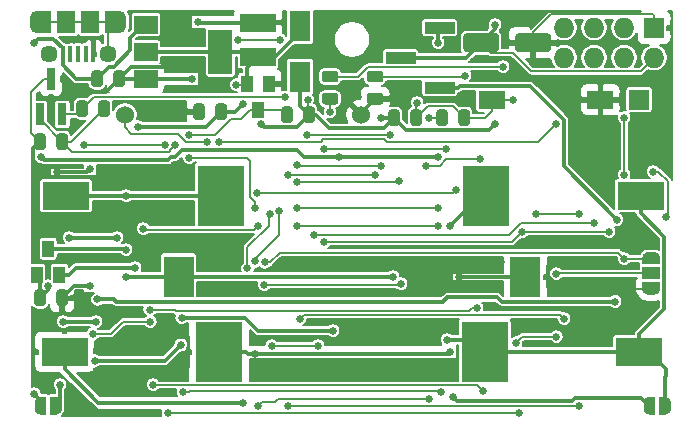
<source format=gbl>
G04 #@! TF.GenerationSoftware,KiCad,Pcbnew,5.1.6-c6e7f7d~87~ubuntu18.04.1*
G04 #@! TF.CreationDate,2020-07-15T21:40:22+02:00*
G04 #@! TF.ProjectId,Mini-BT-Pcb-328P,4d696e69-2d42-4542-9d50-63622d333238,2.0*
G04 #@! TF.SameCoordinates,Original*
G04 #@! TF.FileFunction,Copper,L2,Bot*
G04 #@! TF.FilePolarity,Positive*
%FSLAX46Y46*%
G04 Gerber Fmt 4.6, Leading zero omitted, Abs format (unit mm)*
G04 Created by KiCad (PCBNEW 5.1.6-c6e7f7d~87~ubuntu18.04.1) date 2020-07-15 21:40:22*
%MOMM*%
%LPD*%
G01*
G04 APERTURE LIST*
G04 #@! TA.AperFunction,SMDPad,CuDef*
%ADD10C,0.100000*%
G04 #@! TD*
G04 #@! TA.AperFunction,ComponentPad*
%ADD11C,1.524000*%
G04 #@! TD*
G04 #@! TA.AperFunction,SMDPad,CuDef*
%ADD12R,2.180000X1.600000*%
G04 #@! TD*
G04 #@! TA.AperFunction,SMDPad,CuDef*
%ADD13R,1.500000X1.000000*%
G04 #@! TD*
G04 #@! TA.AperFunction,SMDPad,CuDef*
%ADD14R,2.540000X3.510000*%
G04 #@! TD*
G04 #@! TA.AperFunction,SMDPad,CuDef*
%ADD15R,3.020000X1.510000*%
G04 #@! TD*
G04 #@! TA.AperFunction,ComponentPad*
%ADD16R,1.700000X1.700000*%
G04 #@! TD*
G04 #@! TA.AperFunction,SMDPad,CuDef*
%ADD17R,2.510000X1.000000*%
G04 #@! TD*
G04 #@! TA.AperFunction,SMDPad,CuDef*
%ADD18R,1.500000X1.900000*%
G04 #@! TD*
G04 #@! TA.AperFunction,ComponentPad*
%ADD19C,1.450000*%
G04 #@! TD*
G04 #@! TA.AperFunction,SMDPad,CuDef*
%ADD20R,0.400000X1.350000*%
G04 #@! TD*
G04 #@! TA.AperFunction,ComponentPad*
%ADD21O,1.200000X1.900000*%
G04 #@! TD*
G04 #@! TA.AperFunction,SMDPad,CuDef*
%ADD22R,1.200000X1.900000*%
G04 #@! TD*
G04 #@! TA.AperFunction,SMDPad,CuDef*
%ADD23R,1.000000X1.400000*%
G04 #@! TD*
G04 #@! TA.AperFunction,SMDPad,CuDef*
%ADD24R,2.000000X3.800000*%
G04 #@! TD*
G04 #@! TA.AperFunction,SMDPad,CuDef*
%ADD25R,2.000000X1.500000*%
G04 #@! TD*
G04 #@! TA.AperFunction,SMDPad,CuDef*
%ADD26R,0.800000X1.900000*%
G04 #@! TD*
G04 #@! TA.AperFunction,SMDPad,CuDef*
%ADD27R,3.960000X5.080000*%
G04 #@! TD*
G04 #@! TA.AperFunction,SMDPad,CuDef*
%ADD28R,3.960000X2.340000*%
G04 #@! TD*
G04 #@! TA.AperFunction,SMDPad,CuDef*
%ADD29R,1.750000X2.650000*%
G04 #@! TD*
G04 #@! TA.AperFunction,ComponentPad*
%ADD30O,1.727200X1.727200*%
G04 #@! TD*
G04 #@! TA.AperFunction,ComponentPad*
%ADD31R,1.727200X1.727200*%
G04 #@! TD*
G04 #@! TA.AperFunction,ViaPad*
%ADD32C,0.650000*%
G04 #@! TD*
G04 #@! TA.AperFunction,Conductor*
%ADD33C,0.160000*%
G04 #@! TD*
G04 #@! TA.AperFunction,Conductor*
%ADD34C,0.300000*%
G04 #@! TD*
G04 #@! TA.AperFunction,Conductor*
%ADD35C,0.200000*%
G04 #@! TD*
G04 APERTURE END LIST*
G04 #@! TA.AperFunction,SMDPad,CuDef*
D10*
G36*
X185570000Y-106438000D02*
G01*
X186070000Y-106438000D01*
X186070000Y-106438602D01*
X186094534Y-106438602D01*
X186143365Y-106443412D01*
X186191490Y-106452984D01*
X186238445Y-106467228D01*
X186283778Y-106486005D01*
X186327051Y-106509136D01*
X186367850Y-106536396D01*
X186405779Y-106567524D01*
X186440476Y-106602221D01*
X186471604Y-106640150D01*
X186498864Y-106680949D01*
X186521995Y-106724222D01*
X186540772Y-106769555D01*
X186555016Y-106816510D01*
X186564588Y-106864635D01*
X186569398Y-106913466D01*
X186569398Y-106938000D01*
X186570000Y-106938000D01*
X186570000Y-107438000D01*
X186569398Y-107438000D01*
X186569398Y-107462534D01*
X186564588Y-107511365D01*
X186555016Y-107559490D01*
X186540772Y-107606445D01*
X186521995Y-107651778D01*
X186498864Y-107695051D01*
X186471604Y-107735850D01*
X186440476Y-107773779D01*
X186405779Y-107808476D01*
X186367850Y-107839604D01*
X186327051Y-107866864D01*
X186283778Y-107889995D01*
X186238445Y-107908772D01*
X186191490Y-107923016D01*
X186143365Y-107932588D01*
X186094534Y-107937398D01*
X186070000Y-107937398D01*
X186070000Y-107938000D01*
X185570000Y-107938000D01*
X185570000Y-106438000D01*
G37*
G04 #@! TD.AperFunction*
G04 #@! TA.AperFunction,SMDPad,CuDef*
G36*
X184770000Y-107937398D02*
G01*
X184745466Y-107937398D01*
X184696635Y-107932588D01*
X184648510Y-107923016D01*
X184601555Y-107908772D01*
X184556222Y-107889995D01*
X184512949Y-107866864D01*
X184472150Y-107839604D01*
X184434221Y-107808476D01*
X184399524Y-107773779D01*
X184368396Y-107735850D01*
X184341136Y-107695051D01*
X184318005Y-107651778D01*
X184299228Y-107606445D01*
X184284984Y-107559490D01*
X184275412Y-107511365D01*
X184270602Y-107462534D01*
X184270602Y-107438000D01*
X184270000Y-107438000D01*
X184270000Y-106938000D01*
X184270602Y-106938000D01*
X184270602Y-106913466D01*
X184275412Y-106864635D01*
X184284984Y-106816510D01*
X184299228Y-106769555D01*
X184318005Y-106724222D01*
X184341136Y-106680949D01*
X184368396Y-106640150D01*
X184399524Y-106602221D01*
X184434221Y-106567524D01*
X184472150Y-106536396D01*
X184512949Y-106509136D01*
X184556222Y-106486005D01*
X184601555Y-106467228D01*
X184648510Y-106452984D01*
X184696635Y-106443412D01*
X184745466Y-106438602D01*
X184770000Y-106438602D01*
X184770000Y-106438000D01*
X185270000Y-106438000D01*
X185270000Y-107938000D01*
X184770000Y-107938000D01*
X184770000Y-107937398D01*
G37*
G04 #@! TD.AperFunction*
D11*
X140368000Y-82550000D03*
X160368000Y-82550000D03*
D12*
X180622000Y-81280000D03*
X171422000Y-81280000D03*
G04 #@! TA.AperFunction,SMDPad,CuDef*
G36*
G01*
X169020000Y-77004000D02*
X169020000Y-75904000D01*
G75*
G02*
X169270000Y-75654000I250000J0D01*
G01*
X171770000Y-75654000D01*
G75*
G02*
X172020000Y-75904000I0J-250000D01*
G01*
X172020000Y-77004000D01*
G75*
G02*
X171770000Y-77254000I-250000J0D01*
G01*
X169270000Y-77254000D01*
G75*
G02*
X169020000Y-77004000I0J250000D01*
G01*
G37*
G04 #@! TD.AperFunction*
G04 #@! TA.AperFunction,SMDPad,CuDef*
G36*
G01*
X173420000Y-77004000D02*
X173420000Y-75904000D01*
G75*
G02*
X173670000Y-75654000I250000J0D01*
G01*
X176170000Y-75654000D01*
G75*
G02*
X176420000Y-75904000I0J-250000D01*
G01*
X176420000Y-77004000D01*
G75*
G02*
X176170000Y-77254000I-250000J0D01*
G01*
X173670000Y-77254000D01*
G75*
G02*
X173420000Y-77004000I0J250000D01*
G01*
G37*
G04 #@! TD.AperFunction*
G04 #@! TA.AperFunction,SMDPad,CuDef*
D10*
G36*
X134008000Y-106438000D02*
G01*
X134508000Y-106438000D01*
X134508000Y-106438602D01*
X134532534Y-106438602D01*
X134581365Y-106443412D01*
X134629490Y-106452984D01*
X134676445Y-106467228D01*
X134721778Y-106486005D01*
X134765051Y-106509136D01*
X134805850Y-106536396D01*
X134843779Y-106567524D01*
X134878476Y-106602221D01*
X134909604Y-106640150D01*
X134936864Y-106680949D01*
X134959995Y-106724222D01*
X134978772Y-106769555D01*
X134993016Y-106816510D01*
X135002588Y-106864635D01*
X135007398Y-106913466D01*
X135007398Y-106938000D01*
X135008000Y-106938000D01*
X135008000Y-107438000D01*
X135007398Y-107438000D01*
X135007398Y-107462534D01*
X135002588Y-107511365D01*
X134993016Y-107559490D01*
X134978772Y-107606445D01*
X134959995Y-107651778D01*
X134936864Y-107695051D01*
X134909604Y-107735850D01*
X134878476Y-107773779D01*
X134843779Y-107808476D01*
X134805850Y-107839604D01*
X134765051Y-107866864D01*
X134721778Y-107889995D01*
X134676445Y-107908772D01*
X134629490Y-107923016D01*
X134581365Y-107932588D01*
X134532534Y-107937398D01*
X134508000Y-107937398D01*
X134508000Y-107938000D01*
X134008000Y-107938000D01*
X134008000Y-106438000D01*
G37*
G04 #@! TD.AperFunction*
G04 #@! TA.AperFunction,SMDPad,CuDef*
G36*
X133208000Y-107937398D02*
G01*
X133183466Y-107937398D01*
X133134635Y-107932588D01*
X133086510Y-107923016D01*
X133039555Y-107908772D01*
X132994222Y-107889995D01*
X132950949Y-107866864D01*
X132910150Y-107839604D01*
X132872221Y-107808476D01*
X132837524Y-107773779D01*
X132806396Y-107735850D01*
X132779136Y-107695051D01*
X132756005Y-107651778D01*
X132737228Y-107606445D01*
X132722984Y-107559490D01*
X132713412Y-107511365D01*
X132708602Y-107462534D01*
X132708602Y-107438000D01*
X132708000Y-107438000D01*
X132708000Y-106938000D01*
X132708602Y-106938000D01*
X132708602Y-106913466D01*
X132713412Y-106864635D01*
X132722984Y-106816510D01*
X132737228Y-106769555D01*
X132756005Y-106724222D01*
X132779136Y-106680949D01*
X132806396Y-106640150D01*
X132837524Y-106602221D01*
X132872221Y-106567524D01*
X132910150Y-106536396D01*
X132950949Y-106509136D01*
X132994222Y-106486005D01*
X133039555Y-106467228D01*
X133086510Y-106452984D01*
X133134635Y-106443412D01*
X133183466Y-106438602D01*
X133208000Y-106438602D01*
X133208000Y-106438000D01*
X133708000Y-106438000D01*
X133708000Y-107938000D01*
X133208000Y-107938000D01*
X133208000Y-107937398D01*
G37*
G04 #@! TD.AperFunction*
G04 #@! TA.AperFunction,SMDPad,CuDef*
G36*
X184162000Y-95232000D02*
G01*
X184162000Y-94682000D01*
X184162602Y-94682000D01*
X184162602Y-94657466D01*
X184167412Y-94608635D01*
X184176984Y-94560510D01*
X184191228Y-94513555D01*
X184210005Y-94468222D01*
X184233136Y-94424949D01*
X184260396Y-94384150D01*
X184291524Y-94346221D01*
X184326221Y-94311524D01*
X184364150Y-94280396D01*
X184404949Y-94253136D01*
X184448222Y-94230005D01*
X184493555Y-94211228D01*
X184540510Y-94196984D01*
X184588635Y-94187412D01*
X184637466Y-94182602D01*
X184662000Y-94182602D01*
X184662000Y-94182000D01*
X185162000Y-94182000D01*
X185162000Y-94182602D01*
X185186534Y-94182602D01*
X185235365Y-94187412D01*
X185283490Y-94196984D01*
X185330445Y-94211228D01*
X185375778Y-94230005D01*
X185419051Y-94253136D01*
X185459850Y-94280396D01*
X185497779Y-94311524D01*
X185532476Y-94346221D01*
X185563604Y-94384150D01*
X185590864Y-94424949D01*
X185613995Y-94468222D01*
X185632772Y-94513555D01*
X185647016Y-94560510D01*
X185656588Y-94608635D01*
X185661398Y-94657466D01*
X185661398Y-94682000D01*
X185662000Y-94682000D01*
X185662000Y-95232000D01*
X184162000Y-95232000D01*
G37*
G04 #@! TD.AperFunction*
G04 #@! TA.AperFunction,SMDPad,CuDef*
G36*
X185661398Y-97282000D02*
G01*
X185661398Y-97306534D01*
X185656588Y-97355365D01*
X185647016Y-97403490D01*
X185632772Y-97450445D01*
X185613995Y-97495778D01*
X185590864Y-97539051D01*
X185563604Y-97579850D01*
X185532476Y-97617779D01*
X185497779Y-97652476D01*
X185459850Y-97683604D01*
X185419051Y-97710864D01*
X185375778Y-97733995D01*
X185330445Y-97752772D01*
X185283490Y-97767016D01*
X185235365Y-97776588D01*
X185186534Y-97781398D01*
X185162000Y-97781398D01*
X185162000Y-97782000D01*
X184662000Y-97782000D01*
X184662000Y-97781398D01*
X184637466Y-97781398D01*
X184588635Y-97776588D01*
X184540510Y-97767016D01*
X184493555Y-97752772D01*
X184448222Y-97733995D01*
X184404949Y-97710864D01*
X184364150Y-97683604D01*
X184326221Y-97652476D01*
X184291524Y-97617779D01*
X184260396Y-97579850D01*
X184233136Y-97539051D01*
X184210005Y-97495778D01*
X184191228Y-97450445D01*
X184176984Y-97403490D01*
X184167412Y-97355365D01*
X184162602Y-97306534D01*
X184162602Y-97282000D01*
X184162000Y-97282000D01*
X184162000Y-96732000D01*
X185662000Y-96732000D01*
X185662000Y-97282000D01*
X185661398Y-97282000D01*
G37*
G04 #@! TD.AperFunction*
D13*
X184912000Y-95982000D03*
D14*
X144900000Y-96266000D03*
X174260000Y-96266000D03*
D15*
X151638000Y-77650000D03*
X151638000Y-74750000D03*
G04 #@! TA.AperFunction,SMDPad,CuDef*
G36*
G01*
X133662000Y-97587750D02*
X133662000Y-98500250D01*
G75*
G02*
X133418250Y-98744000I-243750J0D01*
G01*
X132930750Y-98744000D01*
G75*
G02*
X132687000Y-98500250I0J243750D01*
G01*
X132687000Y-97587750D01*
G75*
G02*
X132930750Y-97344000I243750J0D01*
G01*
X133418250Y-97344000D01*
G75*
G02*
X133662000Y-97587750I0J-243750D01*
G01*
G37*
G04 #@! TD.AperFunction*
G04 #@! TA.AperFunction,SMDPad,CuDef*
G36*
G01*
X135537000Y-97587750D02*
X135537000Y-98500250D01*
G75*
G02*
X135293250Y-98744000I-243750J0D01*
G01*
X134805750Y-98744000D01*
G75*
G02*
X134562000Y-98500250I0J243750D01*
G01*
X134562000Y-97587750D01*
G75*
G02*
X134805750Y-97344000I243750J0D01*
G01*
X135293250Y-97344000D01*
G75*
G02*
X135537000Y-97587750I0J-243750D01*
G01*
G37*
G04 #@! TD.AperFunction*
G04 #@! TA.AperFunction,SMDPad,CuDef*
G36*
G01*
X137513000Y-79958250D02*
X137513000Y-79045750D01*
G75*
G02*
X137756750Y-78802000I243750J0D01*
G01*
X138244250Y-78802000D01*
G75*
G02*
X138488000Y-79045750I0J-243750D01*
G01*
X138488000Y-79958250D01*
G75*
G02*
X138244250Y-80202000I-243750J0D01*
G01*
X137756750Y-80202000D01*
G75*
G02*
X137513000Y-79958250I0J243750D01*
G01*
G37*
G04 #@! TD.AperFunction*
G04 #@! TA.AperFunction,SMDPad,CuDef*
G36*
G01*
X139388000Y-79958250D02*
X139388000Y-79045750D01*
G75*
G02*
X139631750Y-78802000I243750J0D01*
G01*
X140119250Y-78802000D01*
G75*
G02*
X140363000Y-79045750I0J-243750D01*
G01*
X140363000Y-79958250D01*
G75*
G02*
X140119250Y-80202000I-243750J0D01*
G01*
X139631750Y-80202000D01*
G75*
G02*
X139388000Y-79958250I0J243750D01*
G01*
G37*
G04 #@! TD.AperFunction*
G04 #@! TA.AperFunction,SMDPad,CuDef*
G36*
G01*
X134562000Y-85292250D02*
X134562000Y-84379750D01*
G75*
G02*
X134805750Y-84136000I243750J0D01*
G01*
X135293250Y-84136000D01*
G75*
G02*
X135537000Y-84379750I0J-243750D01*
G01*
X135537000Y-85292250D01*
G75*
G02*
X135293250Y-85536000I-243750J0D01*
G01*
X134805750Y-85536000D01*
G75*
G02*
X134562000Y-85292250I0J243750D01*
G01*
G37*
G04 #@! TD.AperFunction*
G04 #@! TA.AperFunction,SMDPad,CuDef*
G36*
G01*
X132687000Y-85292250D02*
X132687000Y-84379750D01*
G75*
G02*
X132930750Y-84136000I243750J0D01*
G01*
X133418250Y-84136000D01*
G75*
G02*
X133662000Y-84379750I0J-243750D01*
G01*
X133662000Y-85292250D01*
G75*
G02*
X133418250Y-85536000I-243750J0D01*
G01*
X132930750Y-85536000D01*
G75*
G02*
X132687000Y-85292250I0J243750D01*
G01*
G37*
G04 #@! TD.AperFunction*
G04 #@! TA.AperFunction,SMDPad,CuDef*
G36*
G01*
X169573000Y-82347750D02*
X169573000Y-83260250D01*
G75*
G02*
X169329250Y-83504000I-243750J0D01*
G01*
X168841750Y-83504000D01*
G75*
G02*
X168598000Y-83260250I0J243750D01*
G01*
X168598000Y-82347750D01*
G75*
G02*
X168841750Y-82104000I243750J0D01*
G01*
X169329250Y-82104000D01*
G75*
G02*
X169573000Y-82347750I0J-243750D01*
G01*
G37*
G04 #@! TD.AperFunction*
G04 #@! TA.AperFunction,SMDPad,CuDef*
G36*
G01*
X167698000Y-82347750D02*
X167698000Y-83260250D01*
G75*
G02*
X167454250Y-83504000I-243750J0D01*
G01*
X166966750Y-83504000D01*
G75*
G02*
X166723000Y-83260250I0J243750D01*
G01*
X166723000Y-82347750D01*
G75*
G02*
X166966750Y-82104000I243750J0D01*
G01*
X167454250Y-82104000D01*
G75*
G02*
X167698000Y-82347750I0J-243750D01*
G01*
G37*
G04 #@! TD.AperFunction*
D16*
X183896000Y-81280000D03*
D17*
X167009000Y-75184000D03*
X167009000Y-80264000D03*
X163699000Y-77724000D03*
D18*
X137398000Y-74708500D03*
D19*
X133898000Y-77408500D03*
D20*
X135748000Y-77408500D03*
X135098000Y-77408500D03*
X137698000Y-77408500D03*
X137048000Y-77408500D03*
X136398000Y-77408500D03*
D19*
X138898000Y-77408500D03*
D18*
X135398000Y-74708500D03*
D21*
X132898000Y-74708500D03*
X139898000Y-74708500D03*
D22*
X139298000Y-74708500D03*
X133498000Y-74708500D03*
D23*
X151638000Y-82126000D03*
X152588000Y-79926000D03*
X150688000Y-79926000D03*
X133858000Y-93896000D03*
X132908000Y-96096000D03*
X134808000Y-96096000D03*
D24*
X148438000Y-77216000D03*
D25*
X142138000Y-77216000D03*
X142138000Y-74916000D03*
X142138000Y-79516000D03*
D26*
X135062000Y-82526000D03*
X133162000Y-82526000D03*
X134112000Y-79526000D03*
G04 #@! TA.AperFunction,SMDPad,CuDef*
G36*
G01*
X157277750Y-80714000D02*
X158190250Y-80714000D01*
G75*
G02*
X158434000Y-80957750I0J-243750D01*
G01*
X158434000Y-81445250D01*
G75*
G02*
X158190250Y-81689000I-243750J0D01*
G01*
X157277750Y-81689000D01*
G75*
G02*
X157034000Y-81445250I0J243750D01*
G01*
X157034000Y-80957750D01*
G75*
G02*
X157277750Y-80714000I243750J0D01*
G01*
G37*
G04 #@! TD.AperFunction*
G04 #@! TA.AperFunction,SMDPad,CuDef*
G36*
G01*
X157277750Y-78839000D02*
X158190250Y-78839000D01*
G75*
G02*
X158434000Y-79082750I0J-243750D01*
G01*
X158434000Y-79570250D01*
G75*
G02*
X158190250Y-79814000I-243750J0D01*
G01*
X157277750Y-79814000D01*
G75*
G02*
X157034000Y-79570250I0J243750D01*
G01*
X157034000Y-79082750D01*
G75*
G02*
X157277750Y-78839000I243750J0D01*
G01*
G37*
G04 #@! TD.AperFunction*
G04 #@! TA.AperFunction,SMDPad,CuDef*
G36*
G01*
X162000250Y-79814000D02*
X161087750Y-79814000D01*
G75*
G02*
X160844000Y-79570250I0J243750D01*
G01*
X160844000Y-79082750D01*
G75*
G02*
X161087750Y-78839000I243750J0D01*
G01*
X162000250Y-78839000D01*
G75*
G02*
X162244000Y-79082750I0J-243750D01*
G01*
X162244000Y-79570250D01*
G75*
G02*
X162000250Y-79814000I-243750J0D01*
G01*
G37*
G04 #@! TD.AperFunction*
G04 #@! TA.AperFunction,SMDPad,CuDef*
G36*
G01*
X162000250Y-81689000D02*
X161087750Y-81689000D01*
G75*
G02*
X160844000Y-81445250I0J243750D01*
G01*
X160844000Y-80957750D01*
G75*
G02*
X161087750Y-80714000I243750J0D01*
G01*
X162000250Y-80714000D01*
G75*
G02*
X162244000Y-80957750I0J-243750D01*
G01*
X162244000Y-81445250D01*
G75*
G02*
X162000250Y-81689000I-243750J0D01*
G01*
G37*
G04 #@! TD.AperFunction*
G04 #@! TA.AperFunction,SMDPad,CuDef*
G36*
G01*
X139093000Y-81585750D02*
X139093000Y-82498250D01*
G75*
G02*
X138849250Y-82742000I-243750J0D01*
G01*
X138361750Y-82742000D01*
G75*
G02*
X138118000Y-82498250I0J243750D01*
G01*
X138118000Y-81585750D01*
G75*
G02*
X138361750Y-81342000I243750J0D01*
G01*
X138849250Y-81342000D01*
G75*
G02*
X139093000Y-81585750I0J-243750D01*
G01*
G37*
G04 #@! TD.AperFunction*
G04 #@! TA.AperFunction,SMDPad,CuDef*
G36*
G01*
X137218000Y-81585750D02*
X137218000Y-82498250D01*
G75*
G02*
X136974250Y-82742000I-243750J0D01*
G01*
X136486750Y-82742000D01*
G75*
G02*
X136243000Y-82498250I0J243750D01*
G01*
X136243000Y-81585750D01*
G75*
G02*
X136486750Y-81342000I243750J0D01*
G01*
X136974250Y-81342000D01*
G75*
G02*
X137218000Y-81585750I0J-243750D01*
G01*
G37*
G04 #@! TD.AperFunction*
G04 #@! TA.AperFunction,SMDPad,CuDef*
G36*
G01*
X148024000Y-82752250D02*
X148024000Y-81839750D01*
G75*
G02*
X148267750Y-81596000I243750J0D01*
G01*
X148755250Y-81596000D01*
G75*
G02*
X148999000Y-81839750I0J-243750D01*
G01*
X148999000Y-82752250D01*
G75*
G02*
X148755250Y-82996000I-243750J0D01*
G01*
X148267750Y-82996000D01*
G75*
G02*
X148024000Y-82752250I0J243750D01*
G01*
G37*
G04 #@! TD.AperFunction*
G04 #@! TA.AperFunction,SMDPad,CuDef*
G36*
G01*
X146149000Y-82752250D02*
X146149000Y-81839750D01*
G75*
G02*
X146392750Y-81596000I243750J0D01*
G01*
X146880250Y-81596000D01*
G75*
G02*
X147124000Y-81839750I0J-243750D01*
G01*
X147124000Y-82752250D01*
G75*
G02*
X146880250Y-82996000I-243750J0D01*
G01*
X146392750Y-82996000D01*
G75*
G02*
X146149000Y-82752250I0J243750D01*
G01*
G37*
G04 #@! TD.AperFunction*
G04 #@! TA.AperFunction,SMDPad,CuDef*
G36*
G01*
X153593500Y-83006250D02*
X153593500Y-82093750D01*
G75*
G02*
X153837250Y-81850000I243750J0D01*
G01*
X154324750Y-81850000D01*
G75*
G02*
X154568500Y-82093750I0J-243750D01*
G01*
X154568500Y-83006250D01*
G75*
G02*
X154324750Y-83250000I-243750J0D01*
G01*
X153837250Y-83250000D01*
G75*
G02*
X153593500Y-83006250I0J243750D01*
G01*
G37*
G04 #@! TD.AperFunction*
G04 #@! TA.AperFunction,SMDPad,CuDef*
G36*
G01*
X155468500Y-83006250D02*
X155468500Y-82093750D01*
G75*
G02*
X155712250Y-81850000I243750J0D01*
G01*
X156199750Y-81850000D01*
G75*
G02*
X156443500Y-82093750I0J-243750D01*
G01*
X156443500Y-83006250D01*
G75*
G02*
X156199750Y-83250000I-243750J0D01*
G01*
X155712250Y-83250000D01*
G75*
G02*
X155468500Y-83006250I0J243750D01*
G01*
G37*
G04 #@! TD.AperFunction*
G04 #@! TA.AperFunction,SMDPad,CuDef*
G36*
G01*
X165509000Y-82347750D02*
X165509000Y-83260250D01*
G75*
G02*
X165265250Y-83504000I-243750J0D01*
G01*
X164777750Y-83504000D01*
G75*
G02*
X164534000Y-83260250I0J243750D01*
G01*
X164534000Y-82347750D01*
G75*
G02*
X164777750Y-82104000I243750J0D01*
G01*
X165265250Y-82104000D01*
G75*
G02*
X165509000Y-82347750I0J-243750D01*
G01*
G37*
G04 #@! TD.AperFunction*
G04 #@! TA.AperFunction,SMDPad,CuDef*
G36*
G01*
X163634000Y-82347750D02*
X163634000Y-83260250D01*
G75*
G02*
X163390250Y-83504000I-243750J0D01*
G01*
X162902750Y-83504000D01*
G75*
G02*
X162659000Y-83260250I0J243750D01*
G01*
X162659000Y-82347750D01*
G75*
G02*
X162902750Y-82104000I243750J0D01*
G01*
X163390250Y-82104000D01*
G75*
G02*
X163634000Y-82347750I0J-243750D01*
G01*
G37*
G04 #@! TD.AperFunction*
D27*
X148335500Y-102616000D03*
D28*
X135255500Y-102616000D03*
X183896000Y-102616000D03*
D27*
X170816000Y-102616000D03*
X170942500Y-89408000D03*
D28*
X184022500Y-89408000D03*
X135382000Y-89408000D03*
D27*
X148462000Y-89408000D03*
D29*
X155194000Y-75066000D03*
X155194000Y-79366000D03*
D30*
X177546000Y-75184000D03*
X177546000Y-77724000D03*
X180086000Y-75184000D03*
X180086000Y-77724000D03*
X182626000Y-75184000D03*
X182626000Y-77724000D03*
D31*
X185166000Y-75184000D03*
D30*
X185166000Y-77724000D03*
D32*
X176881000Y-96012000D03*
X173482000Y-101854000D03*
X176881000Y-101346000D03*
X144018000Y-107806000D03*
X173736000Y-107806000D03*
X148336000Y-84836000D03*
X176838001Y-83312000D03*
X185077999Y-87376000D03*
X186182644Y-91188546D03*
X171704000Y-83312000D03*
X171704000Y-74930000D03*
X155823010Y-81280000D03*
X151892000Y-83351002D03*
X157988000Y-100838000D03*
X162005200Y-82850800D03*
X144614003Y-85090000D03*
X145172999Y-99741991D03*
X145094800Y-102047200D03*
X137795868Y-103376265D03*
X146558000Y-74676000D03*
X168656000Y-96266000D03*
X146050000Y-79502000D03*
X167894000Y-102616000D03*
X150368000Y-106934000D03*
X151384000Y-102783001D03*
X168148000Y-106426000D03*
X134620000Y-87376000D03*
X137414000Y-87122000D03*
X147320000Y-93218000D03*
X144780000Y-87122000D03*
X157988000Y-74930000D03*
X161036000Y-74930000D03*
X157988000Y-77470000D03*
X161036000Y-77470000D03*
X136398000Y-107442000D03*
X159766000Y-95250000D03*
X164592000Y-101092000D03*
X165354000Y-95504000D03*
X172212000Y-94996000D03*
X169504999Y-95417001D03*
X144018000Y-93218000D03*
X183642000Y-92710000D03*
X176022000Y-80264000D03*
X180594000Y-101346000D03*
X176022000Y-78232000D03*
X179324000Y-76454000D03*
X144526000Y-75692000D03*
X144526000Y-78486000D03*
X173736000Y-74168000D03*
X175514000Y-93218000D03*
X179832000Y-93218000D03*
X148844000Y-95250000D03*
X147066000Y-97282000D03*
X138176000Y-102616000D03*
X152908000Y-104648000D03*
X141732000Y-102616000D03*
X136398000Y-80264000D03*
X141732000Y-82112999D03*
X137414000Y-97028000D03*
X135636000Y-76200000D03*
X133858000Y-91694000D03*
X156396000Y-92710000D03*
X180086000Y-91694000D03*
X177546000Y-99822000D03*
X155194000Y-99822000D03*
X178816000Y-90932000D03*
X175198000Y-90932000D03*
X178816000Y-107188000D03*
X154178000Y-107188000D03*
X156718000Y-102108000D03*
X152792999Y-102108000D03*
X173990000Y-92456000D03*
X181356000Y-92456000D03*
X157226000Y-93315000D03*
X182626000Y-87630000D03*
X182626000Y-82804000D03*
X182626000Y-94742000D03*
X152187999Y-95036230D03*
X182021000Y-91440000D03*
X181864000Y-98371001D03*
X137912998Y-100076000D03*
X135128000Y-100076000D03*
X138034430Y-98180205D03*
X163068000Y-96266000D03*
X140462000Y-89408000D03*
X140462000Y-96266000D03*
X140462000Y-93980000D03*
X167640000Y-101600000D03*
X167894000Y-91948000D03*
X165100000Y-81534000D03*
X170688000Y-105918000D03*
X142748000Y-105410000D03*
X173228000Y-81280000D03*
X145796000Y-84241000D03*
X145796000Y-86196001D03*
X151384000Y-90424000D03*
X161544000Y-87630000D03*
X154178000Y-87630000D03*
X153874960Y-81074220D03*
X133841363Y-97036577D03*
X166878000Y-86106000D03*
X166878000Y-76454000D03*
X157734000Y-82296000D03*
X158496000Y-86106000D03*
X133293263Y-86135531D03*
X135636000Y-92964000D03*
X139700000Y-92964000D03*
X134874000Y-105410000D03*
X147320000Y-84846000D03*
X154940000Y-91948000D03*
X145288000Y-106041001D03*
X167132000Y-106041001D03*
X166878000Y-91948000D03*
X168402000Y-88900000D03*
X151551000Y-89191193D03*
X151638000Y-91948000D03*
X141899000Y-92202000D03*
X154940000Y-90424000D03*
X166878000Y-90424000D03*
X154940000Y-88235000D03*
X163576000Y-88138000D03*
X167553000Y-85441000D03*
X166116000Y-106583000D03*
X151638000Y-107188000D03*
X153477010Y-76200000D03*
X149963002Y-76200000D03*
X157228680Y-85431000D03*
X152146000Y-96941000D03*
X163737000Y-96867042D03*
X162814000Y-84231000D03*
X155746002Y-84231000D03*
X162052000Y-86868000D03*
X154940000Y-86781000D03*
X153416000Y-90678000D03*
X151340262Y-94974222D03*
X150734081Y-95570079D03*
X152609617Y-90946794D03*
X142503002Y-100076000D03*
X137668000Y-101092000D03*
X143764000Y-85090000D03*
X136906000Y-85090000D03*
X166116000Y-82804000D03*
X170180000Y-98892001D03*
X165862000Y-86868000D03*
X170434000Y-86342998D03*
X142469990Y-99046001D03*
X149808453Y-80020068D03*
X141224000Y-95504000D03*
X141478000Y-83566000D03*
X150368000Y-81651001D03*
X132680000Y-76454000D03*
X132680000Y-106172000D03*
X169164000Y-79248000D03*
X172379000Y-78486000D03*
D33*
X184882000Y-96012000D02*
X184912000Y-95982000D01*
X184912000Y-95982000D02*
X176911000Y-95982000D01*
X176911000Y-95982000D02*
X176881000Y-96012000D01*
X173990000Y-101346000D02*
X176881000Y-101346000D01*
X173482000Y-101854000D02*
X173990000Y-101346000D01*
X144018000Y-107806000D02*
X173736000Y-107806000D01*
X175314001Y-84836000D02*
X176838001Y-83312000D01*
X162278608Y-84591010D02*
X162523598Y-84836000D01*
X157173268Y-84591010D02*
X162278608Y-84591010D01*
X162523598Y-84836000D02*
X175314001Y-84836000D01*
X156928278Y-84836000D02*
X157173268Y-84591010D01*
X148336000Y-84836000D02*
X156928278Y-84836000D01*
X186333801Y-88172183D02*
X186333801Y-91037389D01*
X185077999Y-87376000D02*
X185537618Y-87376000D01*
X186333801Y-91037389D02*
X186182644Y-91188546D01*
X185537618Y-87376000D02*
X186333801Y-88172183D01*
D34*
X155194000Y-79816000D02*
X155542010Y-80164010D01*
X155194000Y-79366000D02*
X155194000Y-79816000D01*
X155194000Y-81788000D02*
X155956000Y-82550000D01*
X155194000Y-79366000D02*
X155194000Y-81788000D01*
X156543500Y-82550000D02*
X157655501Y-83662001D01*
X155956000Y-82550000D02*
X156543500Y-82550000D01*
X169250000Y-77724000D02*
X170520000Y-76454000D01*
X163699000Y-77724000D02*
X169250000Y-77724000D01*
X171161990Y-83854010D02*
X171704000Y-83312000D01*
X163146500Y-82804000D02*
X164196510Y-83854010D01*
X164196510Y-83854010D02*
X171161990Y-83854010D01*
X171704000Y-75270000D02*
X170520000Y-76454000D01*
X171704000Y-74930000D02*
X171704000Y-75270000D01*
D33*
X184022399Y-78867601D02*
X184302401Y-78587599D01*
X174784051Y-78867601D02*
X184022399Y-78867601D01*
X184302401Y-78587599D02*
X185166000Y-77724000D01*
X173241160Y-77324710D02*
X174784051Y-78867601D01*
X171390710Y-77324710D02*
X173241160Y-77324710D01*
X170520000Y-76454000D02*
X171390710Y-77324710D01*
D34*
X133174500Y-82538500D02*
X133162000Y-82526000D01*
D33*
X155823010Y-82417010D02*
X155956000Y-82550000D01*
X155823010Y-81280000D02*
X155823010Y-82417010D01*
D34*
X152141008Y-83600010D02*
X151892000Y-83351002D01*
X155956000Y-82550000D02*
X154905990Y-83600010D01*
X154905990Y-83600010D02*
X152141008Y-83600010D01*
D33*
X138605500Y-81612500D02*
X138710001Y-81507999D01*
X138605500Y-82042000D02*
X138605500Y-81612500D01*
D34*
X162288499Y-83662001D02*
X163146500Y-82804000D01*
X157655501Y-83662001D02*
X162288499Y-83662001D01*
X163099700Y-82850800D02*
X163146500Y-82804000D01*
X162005200Y-82850800D02*
X163099700Y-82850800D01*
D33*
X144614003Y-85135399D02*
X144614003Y-85090000D01*
D34*
X145188991Y-99725999D02*
X145172999Y-99741991D01*
X157988000Y-100838000D02*
X151638000Y-100838000D01*
X150525999Y-99725999D02*
X145188991Y-99725999D01*
X151638000Y-100838000D02*
X150525999Y-99725999D01*
X145094800Y-102047200D02*
X143765735Y-103376265D01*
X143765735Y-103376265D02*
X137795868Y-103376265D01*
D33*
X144289004Y-85414999D02*
X144614003Y-85090000D01*
X144289004Y-85460398D02*
X144289004Y-85414999D01*
X144054401Y-85695001D02*
X144289004Y-85460398D01*
X135908501Y-85695001D02*
X144054401Y-85695001D01*
X135049500Y-84836000D02*
X135908501Y-85695001D01*
X135811500Y-84836000D02*
X138605500Y-82042000D01*
X135049500Y-84836000D02*
X135811500Y-84836000D01*
X133162000Y-82948500D02*
X133162000Y-82526000D01*
X135049500Y-84836000D02*
X133162000Y-82948500D01*
X133162000Y-84823500D02*
X133174500Y-84836000D01*
X185166000Y-74160400D02*
X185166000Y-75184000D01*
X185045999Y-74040399D02*
X185166000Y-74160400D01*
X176433601Y-74040399D02*
X185045999Y-74040399D01*
X174920000Y-75554000D02*
X176433601Y-74040399D01*
X174920000Y-76454000D02*
X174920000Y-75554000D01*
D34*
X142124000Y-79502000D02*
X142138000Y-79516000D01*
X139875500Y-79502000D02*
X142124000Y-79502000D01*
X151638000Y-74750000D02*
X146632000Y-74750000D01*
X146632000Y-74750000D02*
X146558000Y-74676000D01*
X142152000Y-79502000D02*
X142138000Y-79516000D01*
X174260000Y-96266000D02*
X168656000Y-96266000D01*
X146050000Y-79502000D02*
X142152000Y-79502000D01*
X167726999Y-102783001D02*
X167894000Y-102616000D01*
X148335500Y-102616000D02*
X150615500Y-102616000D01*
X150615500Y-102616000D02*
X150782501Y-102783001D01*
X138103500Y-106934000D02*
X150368000Y-106934000D01*
X135255500Y-102616000D02*
X135255500Y-104086000D01*
X135255500Y-104086000D02*
X138103500Y-106934000D01*
X150782501Y-102783001D02*
X151384000Y-102783001D01*
X151384000Y-102783001D02*
X167726999Y-102783001D01*
X168479990Y-106757990D02*
X168148000Y-106426000D01*
X178247008Y-106757990D02*
X168479990Y-106757990D01*
X178491999Y-106512999D02*
X178247008Y-106757990D01*
X184770000Y-107188000D02*
X184094999Y-106512999D01*
X184094999Y-106512999D02*
X178491999Y-106512999D01*
D33*
X183134000Y-97282000D02*
X184912000Y-97282000D01*
X161544000Y-81374000D02*
X161544000Y-81201500D01*
D34*
X139875500Y-79502000D02*
X139700000Y-79502000D01*
D33*
X152588000Y-79926000D02*
X152588000Y-79726000D01*
D34*
X134620000Y-87376000D02*
X137160000Y-87376000D01*
X137160000Y-87376000D02*
X137414000Y-87122000D01*
X138788501Y-80588999D02*
X139875500Y-79502000D01*
X136398000Y-80264000D02*
X136722999Y-80588999D01*
X136722999Y-80588999D02*
X138788501Y-80588999D01*
X139875500Y-79502000D02*
X139875500Y-79072500D01*
X139875500Y-79502000D02*
X139875500Y-79854500D01*
X140891500Y-78486000D02*
X139875500Y-79502000D01*
X144526000Y-78486000D02*
X140891500Y-78486000D01*
D33*
X146636500Y-82296000D02*
X141915001Y-82296000D01*
X141915001Y-82296000D02*
X141732000Y-82112999D01*
X132435010Y-80642990D02*
X133552000Y-79526000D01*
X133552000Y-79526000D02*
X134112000Y-79526000D01*
X132435010Y-84096510D02*
X132435010Y-80642990D01*
X133174500Y-84836000D02*
X132435010Y-84096510D01*
D34*
X133431947Y-87244595D02*
X133684999Y-87244595D01*
X132618263Y-86430911D02*
X133431947Y-87244595D01*
X132618263Y-85392237D02*
X132618263Y-86430911D01*
X136065500Y-97028000D02*
X135049500Y-98044000D01*
X137414000Y-97028000D02*
X136065500Y-97028000D01*
X133174500Y-84836000D02*
X132618263Y-85392237D01*
X160368000Y-82377500D02*
X161544000Y-81201500D01*
X160368000Y-82550000D02*
X160368000Y-82377500D01*
D33*
X173856598Y-91694000D02*
X180086000Y-91694000D01*
X156396000Y-92710000D02*
X172840598Y-92710000D01*
X172840598Y-92710000D02*
X173856598Y-91694000D01*
X155518999Y-99497001D02*
X155194000Y-99822000D01*
X177546000Y-99822000D02*
X177221001Y-99497001D01*
X177221001Y-99497001D02*
X155518999Y-99497001D01*
X178816000Y-90932000D02*
X175198000Y-90932000D01*
X178816000Y-107188000D02*
X154178000Y-107188000D01*
X156718000Y-102108000D02*
X152792999Y-102108000D01*
X173990000Y-92456000D02*
X181356000Y-92456000D01*
X173990000Y-92456000D02*
X173131000Y-93315000D01*
X173131000Y-93315000D02*
X157226000Y-93315000D01*
X182626000Y-82804000D02*
X182626000Y-87630000D01*
X184852000Y-94742000D02*
X184912000Y-94682000D01*
X182626000Y-94742000D02*
X184852000Y-94742000D01*
X182114999Y-94230999D02*
X182626000Y-94742000D01*
X152647618Y-95036230D02*
X153452849Y-94230999D01*
X153452849Y-94230999D02*
X182114999Y-94230999D01*
X152187999Y-95036230D02*
X152647618Y-95036230D01*
D34*
X137912998Y-100076000D02*
X135128000Y-100076000D01*
X167312999Y-98371001D02*
X139617997Y-98371001D01*
X171894129Y-98010871D02*
X167673129Y-98010871D01*
X181864000Y-98371001D02*
X172254259Y-98371001D01*
X167673129Y-98010871D02*
X167312999Y-98371001D01*
X172254259Y-98371001D02*
X171894129Y-98010871D01*
X168698001Y-80129999D02*
X168564000Y-80264000D01*
X174655002Y-80129999D02*
X168698001Y-80129999D01*
X177513002Y-82987999D02*
X174655002Y-80129999D01*
X177513002Y-86932002D02*
X177513002Y-82987999D01*
X168564000Y-80264000D02*
X167009000Y-80264000D01*
X182021000Y-91440000D02*
X177513002Y-86932002D01*
X139427201Y-98180205D02*
X139617997Y-98371001D01*
X138034430Y-98180205D02*
X139427201Y-98180205D01*
X163068000Y-96266000D02*
X144900000Y-96266000D01*
X135382000Y-89408000D02*
X140462000Y-89408000D01*
X140462000Y-89408000D02*
X148462000Y-89408000D01*
X140462000Y-96266000D02*
X144900000Y-96266000D01*
X133858000Y-93896000D02*
X140378000Y-93896000D01*
X140378000Y-93896000D02*
X140462000Y-93980000D01*
X183896000Y-101146000D02*
X183896000Y-102616000D01*
X186012010Y-99029990D02*
X183896000Y-101146000D01*
X186012010Y-92867510D02*
X186012010Y-99029990D01*
X184022500Y-90878000D02*
X186012010Y-92867510D01*
X184022500Y-89408000D02*
X184022500Y-90878000D01*
X184706000Y-102616000D02*
X183896000Y-102616000D01*
X186176000Y-104086000D02*
X184706000Y-102616000D01*
X186176000Y-104684000D02*
X186176000Y-104086000D01*
X186070000Y-104790000D02*
X186176000Y-104684000D01*
X186070000Y-107188000D02*
X186070000Y-104790000D01*
X170816000Y-102616000D02*
X183896000Y-102616000D01*
X170816000Y-102616000D02*
X169800000Y-101600000D01*
X169800000Y-101600000D02*
X167640000Y-101600000D01*
X170434000Y-89408000D02*
X170942500Y-89408000D01*
X167894000Y-91948000D02*
X170434000Y-89408000D01*
D33*
X171422000Y-82240000D02*
X171422000Y-81280000D01*
X170858000Y-82804000D02*
X171422000Y-82240000D01*
X169085500Y-82804000D02*
X170858000Y-82804000D01*
X168105490Y-81823990D02*
X169085500Y-82804000D01*
X166001510Y-81823990D02*
X168105490Y-81823990D01*
X165021500Y-82804000D02*
X166001510Y-81823990D01*
X165021500Y-82804000D02*
X165021500Y-81612500D01*
X165021500Y-81612500D02*
X165100000Y-81534000D01*
X142774001Y-105436001D02*
X142748000Y-105410000D01*
X170688000Y-105918000D02*
X170206001Y-105436001D01*
X170206001Y-105436001D02*
X142774001Y-105436001D01*
X171422000Y-81280000D02*
X173228000Y-81280000D01*
X153657000Y-82126000D02*
X154081000Y-82550000D01*
X151638000Y-82126000D02*
X153657000Y-82126000D01*
X145796000Y-84241000D02*
X148007210Y-84241000D01*
X148007210Y-84241000D02*
X149347209Y-82901001D01*
X149347209Y-82901001D02*
X150202999Y-82901001D01*
X150202999Y-82901001D02*
X150978000Y-82126000D01*
X150978000Y-82126000D02*
X151638000Y-82126000D01*
X151384000Y-90424000D02*
X151384000Y-89964381D01*
X151384000Y-89964381D02*
X150945999Y-89526380D01*
X145796000Y-86196001D02*
X150712001Y-86196001D01*
X150945999Y-86429999D02*
X150945999Y-89526380D01*
X150712001Y-86196001D02*
X150945999Y-86429999D01*
X161544000Y-87630000D02*
X154178000Y-87630000D01*
X136246500Y-82526000D02*
X136730500Y-82042000D01*
X135062000Y-82526000D02*
X136246500Y-82526000D01*
X153846740Y-81046000D02*
X153874960Y-81074220D01*
X136730500Y-82042000D02*
X137726500Y-81046000D01*
X137726500Y-81046000D02*
X153846740Y-81046000D01*
D34*
X132908000Y-97777500D02*
X133174500Y-98044000D01*
X133174500Y-96362500D02*
X132908000Y-96096000D01*
X133174500Y-98044000D02*
X133174500Y-96362500D01*
X133841363Y-97377137D02*
X133174500Y-98044000D01*
X133841363Y-97036577D02*
X133841363Y-97377137D01*
X166878000Y-75315000D02*
X167009000Y-75184000D01*
X166878000Y-76454000D02*
X166878000Y-75315000D01*
D33*
X157734000Y-81201500D02*
X157734000Y-82296000D01*
D34*
X158496000Y-86106000D02*
X166878000Y-86106000D01*
X155525990Y-86106000D02*
X154930991Y-85511001D01*
X158496000Y-86106000D02*
X155525990Y-86106000D01*
X154930991Y-85511001D02*
X147654001Y-85511001D01*
X147644001Y-85521001D02*
X145211001Y-85521001D01*
X145211001Y-85521001D02*
X144626002Y-86106000D01*
X147654001Y-85511001D02*
X147644001Y-85521001D01*
X143987514Y-86370013D02*
X133556367Y-86370013D01*
X144251526Y-86106000D02*
X143987514Y-86370013D01*
X144626002Y-86106000D02*
X144251526Y-86106000D01*
X133556367Y-86370013D02*
X133527745Y-86370013D01*
X133527745Y-86370013D02*
X133293263Y-86135531D01*
X135636000Y-92964000D02*
X139700000Y-92964000D01*
X134874000Y-106822000D02*
X134508000Y-107188000D01*
X134874000Y-105410000D02*
X134874000Y-106822000D01*
D33*
X145505598Y-84846000D02*
X147320000Y-84846000D01*
X144830599Y-84171001D02*
X145505598Y-84846000D01*
X140911371Y-84171001D02*
X144830599Y-84171001D01*
X140368000Y-82550000D02*
X140368000Y-83627630D01*
X140368000Y-83627630D02*
X140911371Y-84171001D01*
X154940000Y-91948000D02*
X166878000Y-91948000D01*
X167068998Y-105977999D02*
X167132000Y-106041001D01*
X145810621Y-105977999D02*
X167068998Y-105977999D01*
X145288000Y-106041001D02*
X145747619Y-106041001D01*
X145747619Y-106041001D02*
X145810621Y-105977999D01*
X168110807Y-89191193D02*
X168402000Y-88900000D01*
X151551000Y-89191193D02*
X168110807Y-89191193D01*
X151638000Y-91948000D02*
X151313001Y-92272999D01*
X151313001Y-92272999D02*
X141969999Y-92272999D01*
X141969999Y-92272999D02*
X141899000Y-92202000D01*
X154940000Y-90424000D02*
X166878000Y-90424000D01*
X154940000Y-88235000D02*
X163479000Y-88235000D01*
X163479000Y-88235000D02*
X163576000Y-88138000D01*
X167456000Y-85344000D02*
X167553000Y-85441000D01*
X166116000Y-106583000D02*
X153319000Y-106583000D01*
X153038999Y-106863001D02*
X153319000Y-106583000D01*
X151962999Y-106863001D02*
X153038999Y-106863001D01*
X151638000Y-107188000D02*
X151962999Y-106863001D01*
X149963002Y-76200000D02*
X153477010Y-76200000D01*
X167543000Y-85431000D02*
X167553000Y-85441000D01*
X157228680Y-85431000D02*
X167543000Y-85431000D01*
X152146000Y-96941000D02*
X163663042Y-96941000D01*
X163663042Y-96941000D02*
X163737000Y-96867042D01*
X162814000Y-84231000D02*
X155746002Y-84231000D01*
X162052000Y-86868000D02*
X155027000Y-86868000D01*
X155027000Y-86868000D02*
X154940000Y-86781000D01*
X151340262Y-94785738D02*
X151340262Y-94974222D01*
X153416000Y-90678000D02*
X153416000Y-92710000D01*
X153416000Y-92710000D02*
X151340262Y-94785738D01*
X150734081Y-95570079D02*
X150734081Y-93747321D01*
X150734081Y-93747321D02*
X152546000Y-91935402D01*
X152546000Y-91935402D02*
X152546000Y-90883177D01*
X152546000Y-90883177D02*
X152609617Y-90946794D01*
X142503002Y-100076000D02*
X140208000Y-100076000D01*
X140208000Y-100076000D02*
X139192000Y-101092000D01*
X139192000Y-101092000D02*
X137668000Y-101092000D01*
X143764000Y-85090000D02*
X136906000Y-85090000D01*
X133498000Y-74708500D02*
X139898000Y-74708500D01*
X139138000Y-74708500D02*
X139898000Y-74708500D01*
X138898000Y-74948500D02*
X139138000Y-74708500D01*
X138898000Y-77408500D02*
X138898000Y-74948500D01*
X167210500Y-82804000D02*
X166116000Y-82804000D01*
X169475391Y-99136991D02*
X168910000Y-99136991D01*
X169720381Y-98892001D02*
X169475391Y-99136991D01*
X170180000Y-98892001D02*
X169720381Y-98892001D01*
X169135390Y-99136991D02*
X168910000Y-99136991D01*
X168910000Y-99136991D02*
X144703009Y-99136991D01*
X167536404Y-86342998D02*
X170434000Y-86342998D01*
X165862000Y-86868000D02*
X167011402Y-86868000D01*
X167011402Y-86868000D02*
X167536404Y-86342998D01*
X144612019Y-99046001D02*
X142469990Y-99046001D01*
X144703009Y-99136991D02*
X144612019Y-99046001D01*
D34*
X151638000Y-77650000D02*
X151564000Y-77650000D01*
X148438000Y-77216000D02*
X148438000Y-76316000D01*
X154878000Y-74750000D02*
X155194000Y-75066000D01*
X142138000Y-77216000D02*
X148438000Y-77216000D01*
D33*
X150248000Y-79926000D02*
X150688000Y-79926000D01*
X148438000Y-77216000D02*
X148438000Y-78116000D01*
X150604000Y-80010000D02*
X150688000Y-79926000D01*
X150593932Y-80020068D02*
X150688000Y-79926000D01*
X149808453Y-80020068D02*
X150593932Y-80020068D01*
X148438000Y-77476000D02*
X148438000Y-77216000D01*
X150688000Y-79926000D02*
X150688000Y-79726000D01*
D34*
X151204000Y-77216000D02*
X151638000Y-77650000D01*
X148438000Y-77216000D02*
X151204000Y-77216000D01*
X153060000Y-77650000D02*
X151638000Y-77650000D01*
X155194000Y-75516000D02*
X153060000Y-77650000D01*
X155194000Y-75066000D02*
X155194000Y-75516000D01*
X150688000Y-78600000D02*
X151638000Y-77650000D01*
X150688000Y-79926000D02*
X150688000Y-78600000D01*
X136200000Y-95504000D02*
X141224000Y-95504000D01*
X134808000Y-96096000D02*
X135608000Y-96096000D01*
X135608000Y-96096000D02*
X136200000Y-95504000D01*
X147241500Y-83566000D02*
X141478000Y-83566000D01*
X148511500Y-82296000D02*
X147241500Y-83566000D01*
X149723001Y-82296000D02*
X150368000Y-81651001D01*
X148511500Y-82296000D02*
X149723001Y-82296000D01*
X136216500Y-79502000D02*
X138000500Y-79502000D01*
X135098000Y-78383500D02*
X136216500Y-79502000D01*
X135098000Y-77408500D02*
X135098000Y-78383500D01*
X141888000Y-74916000D02*
X142138000Y-74916000D01*
X140787999Y-76016001D02*
X141888000Y-74916000D01*
X140787999Y-77109503D02*
X140787999Y-76016001D01*
X139414001Y-78483501D02*
X140787999Y-77109503D01*
X139018999Y-78483501D02*
X139414001Y-78483501D01*
X138000500Y-79502000D02*
X139018999Y-78483501D01*
X135098000Y-76933500D02*
X135098000Y-77408500D01*
X134293501Y-76129001D02*
X135098000Y-76933500D01*
X133004999Y-76129001D02*
X134293501Y-76129001D01*
X132680000Y-76454000D02*
X133004999Y-76129001D01*
X133208000Y-107188000D02*
X133208000Y-106700000D01*
X133208000Y-106700000D02*
X132680000Y-106172000D01*
D33*
X161544000Y-79326500D02*
X169085500Y-79326500D01*
X169085500Y-79326500D02*
X169164000Y-79248000D01*
X160103290Y-79326500D02*
X157734000Y-79326500D01*
X160925789Y-78504001D02*
X160103290Y-79326500D01*
X165178001Y-78504001D02*
X160925789Y-78504001D01*
X172379000Y-78486000D02*
X165196002Y-78486000D01*
X165196002Y-78486000D02*
X165178001Y-78504001D01*
D35*
G36*
X136806000Y-97536000D02*
G01*
X136807921Y-97555509D01*
X136813612Y-97574268D01*
X136822853Y-97591557D01*
X136835289Y-97606711D01*
X136850443Y-97619147D01*
X136867732Y-97628388D01*
X136886491Y-97634079D01*
X136906000Y-97636000D01*
X137723920Y-97636000D01*
X137636016Y-97694736D01*
X137548961Y-97781791D01*
X137480562Y-97884157D01*
X137433449Y-97997899D01*
X137409430Y-98118648D01*
X137409430Y-98241762D01*
X137433449Y-98362511D01*
X137480562Y-98476253D01*
X137548961Y-98578619D01*
X137636016Y-98665674D01*
X137738382Y-98734073D01*
X137852124Y-98781186D01*
X137972873Y-98805205D01*
X138095987Y-98805205D01*
X138216736Y-98781186D01*
X138330478Y-98734073D01*
X138432844Y-98665674D01*
X138468313Y-98630205D01*
X139240806Y-98630205D01*
X139284168Y-98673567D01*
X139298260Y-98690738D01*
X139366781Y-98746972D01*
X139444956Y-98788758D01*
X139529782Y-98814490D01*
X139595892Y-98821001D01*
X139595904Y-98821001D01*
X139617996Y-98823177D01*
X139640088Y-98821001D01*
X141886693Y-98821001D01*
X141869009Y-98863695D01*
X141844990Y-98984444D01*
X141844990Y-99107558D01*
X141869009Y-99228307D01*
X141916122Y-99342049D01*
X141984521Y-99444415D01*
X142071576Y-99531470D01*
X142132277Y-99572029D01*
X142104588Y-99590531D01*
X142017533Y-99677586D01*
X142005229Y-99696000D01*
X140226654Y-99696000D01*
X140208000Y-99694163D01*
X140189346Y-99696000D01*
X140189339Y-99696000D01*
X140133507Y-99701499D01*
X140061877Y-99723228D01*
X139995862Y-99758513D01*
X139938000Y-99806000D01*
X139926104Y-99820495D01*
X139034600Y-100712000D01*
X138165773Y-100712000D01*
X138153469Y-100693586D01*
X138124691Y-100664808D01*
X138209046Y-100629868D01*
X138311412Y-100561469D01*
X138398467Y-100474414D01*
X138466866Y-100372048D01*
X138513979Y-100258306D01*
X138537998Y-100137557D01*
X138537998Y-100014443D01*
X138513979Y-99893694D01*
X138466866Y-99779952D01*
X138398467Y-99677586D01*
X138311412Y-99590531D01*
X138209046Y-99522132D01*
X138095304Y-99475019D01*
X137974555Y-99451000D01*
X137851441Y-99451000D01*
X137730692Y-99475019D01*
X137616950Y-99522132D01*
X137514584Y-99590531D01*
X137479115Y-99626000D01*
X135561883Y-99626000D01*
X135526414Y-99590531D01*
X135424048Y-99522132D01*
X135310306Y-99475019D01*
X135189557Y-99451000D01*
X135066443Y-99451000D01*
X134945694Y-99475019D01*
X134831952Y-99522132D01*
X134729586Y-99590531D01*
X134642531Y-99677586D01*
X134574132Y-99779952D01*
X134527019Y-99893694D01*
X134503000Y-100014443D01*
X134503000Y-100137557D01*
X134527019Y-100258306D01*
X134574132Y-100372048D01*
X134642531Y-100474414D01*
X134729586Y-100561469D01*
X134831952Y-100629868D01*
X134945694Y-100676981D01*
X135066443Y-100701000D01*
X135189557Y-100701000D01*
X135310306Y-100676981D01*
X135424048Y-100629868D01*
X135526414Y-100561469D01*
X135561883Y-100526000D01*
X137401242Y-100526000D01*
X137371952Y-100538132D01*
X137269586Y-100606531D01*
X137182531Y-100693586D01*
X137114132Y-100795952D01*
X137097834Y-100835300D01*
X135561500Y-100838000D01*
X135409500Y-100990000D01*
X135409500Y-100992000D01*
X135101500Y-100992000D01*
X135101500Y-100990000D01*
X134949500Y-100838000D01*
X133275500Y-100835058D01*
X133156311Y-100846797D01*
X133041703Y-100881563D01*
X132936079Y-100938020D01*
X132843499Y-101013999D01*
X132767520Y-101106579D01*
X132711063Y-101212203D01*
X132676297Y-101326811D01*
X132664558Y-101446000D01*
X132667500Y-102310000D01*
X132819500Y-102462000D01*
X132996000Y-102462000D01*
X132996000Y-102770000D01*
X132819500Y-102770000D01*
X132667500Y-102922000D01*
X132664558Y-103786000D01*
X132676297Y-103905189D01*
X132711063Y-104019797D01*
X132767520Y-104125421D01*
X132843499Y-104218001D01*
X132936079Y-104293980D01*
X133041703Y-104350437D01*
X133156311Y-104385203D01*
X133275500Y-104396942D01*
X134746961Y-104394356D01*
X138107955Y-107515279D01*
X138120443Y-107525147D01*
X138137732Y-107534388D01*
X138156491Y-107540079D01*
X138176000Y-107542000D01*
X143450857Y-107542000D01*
X143417019Y-107623694D01*
X143393000Y-107744443D01*
X143393000Y-107867557D01*
X143417019Y-107988306D01*
X143434703Y-108031000D01*
X135045020Y-108031000D01*
X135107664Y-107968356D01*
X135145153Y-107922675D01*
X135199609Y-107841176D01*
X135227467Y-107789057D01*
X135264976Y-107698501D01*
X135282130Y-107641952D01*
X135301252Y-107545819D01*
X135307044Y-107487009D01*
X135307044Y-107462450D01*
X135309452Y-107438000D01*
X135309452Y-106938000D01*
X135309356Y-106937025D01*
X135317489Y-106910215D01*
X135324000Y-106844105D01*
X135324000Y-106844095D01*
X135326176Y-106822001D01*
X135324000Y-106799907D01*
X135324000Y-105843883D01*
X135359469Y-105808414D01*
X135427868Y-105706048D01*
X135474981Y-105592306D01*
X135499000Y-105471557D01*
X135499000Y-105348443D01*
X135474981Y-105227694D01*
X135427868Y-105113952D01*
X135359469Y-105011586D01*
X135272414Y-104924531D01*
X135170048Y-104856132D01*
X135056306Y-104809019D01*
X134935557Y-104785000D01*
X134812443Y-104785000D01*
X134691694Y-104809019D01*
X134577952Y-104856132D01*
X134475586Y-104924531D01*
X134388531Y-105011586D01*
X134320132Y-105113952D01*
X134273019Y-105227694D01*
X134249000Y-105348443D01*
X134249000Y-105471557D01*
X134273019Y-105592306D01*
X134320132Y-105706048D01*
X134388531Y-105808414D01*
X134424000Y-105843883D01*
X134424001Y-106136548D01*
X134008000Y-106136548D01*
X133949190Y-106142340D01*
X133892639Y-106159495D01*
X133858000Y-106178010D01*
X133823361Y-106159495D01*
X133766810Y-106142340D01*
X133708000Y-106136548D01*
X133305000Y-106136548D01*
X133305000Y-106110443D01*
X133280981Y-105989694D01*
X133233868Y-105875952D01*
X133165469Y-105773586D01*
X133078414Y-105686531D01*
X132976048Y-105618132D01*
X132862306Y-105571019D01*
X132741557Y-105547000D01*
X132618443Y-105547000D01*
X132497694Y-105571019D01*
X132455000Y-105588703D01*
X132455000Y-98761180D01*
X132477432Y-98803147D01*
X132545235Y-98885765D01*
X132627853Y-98953568D01*
X132722111Y-99003950D01*
X132824387Y-99034975D01*
X132930750Y-99045451D01*
X133418250Y-99045451D01*
X133524613Y-99034975D01*
X133626889Y-99003950D01*
X133721147Y-98953568D01*
X133803765Y-98885765D01*
X133871568Y-98803147D01*
X133921950Y-98708889D01*
X133952061Y-98609625D01*
X133951058Y-98744000D01*
X133962797Y-98863189D01*
X133997563Y-98977797D01*
X134054020Y-99083421D01*
X134129999Y-99176001D01*
X134222579Y-99251980D01*
X134328203Y-99308437D01*
X134442811Y-99343203D01*
X134562000Y-99354942D01*
X134743500Y-99352000D01*
X134895500Y-99200000D01*
X134895500Y-98198000D01*
X135203500Y-98198000D01*
X135203500Y-99200000D01*
X135355500Y-99352000D01*
X135537000Y-99354942D01*
X135656189Y-99343203D01*
X135770797Y-99308437D01*
X135876421Y-99251980D01*
X135969001Y-99176001D01*
X136044980Y-99083421D01*
X136101437Y-98977797D01*
X136136203Y-98863189D01*
X136147942Y-98744000D01*
X136145000Y-98350000D01*
X135993000Y-98198000D01*
X135203500Y-98198000D01*
X134895500Y-98198000D01*
X134875500Y-98198000D01*
X134875500Y-97890000D01*
X134895500Y-97890000D01*
X134895500Y-97870000D01*
X135203500Y-97870000D01*
X135203500Y-97890000D01*
X135282000Y-97890000D01*
X135282000Y-98044000D01*
X135283921Y-98063509D01*
X135289612Y-98082268D01*
X135298853Y-98099557D01*
X135311289Y-98114711D01*
X135326443Y-98127147D01*
X135343732Y-98136388D01*
X135362491Y-98142079D01*
X135382000Y-98144000D01*
X135401509Y-98142079D01*
X135420268Y-98136388D01*
X135437557Y-98127147D01*
X135452711Y-98114711D01*
X135677422Y-97890000D01*
X135993000Y-97890000D01*
X136145000Y-97738000D01*
X136147374Y-97420048D01*
X136185422Y-97382000D01*
X136806000Y-97382000D01*
X136806000Y-97536000D01*
G37*
X136806000Y-97536000D02*
X136807921Y-97555509D01*
X136813612Y-97574268D01*
X136822853Y-97591557D01*
X136835289Y-97606711D01*
X136850443Y-97619147D01*
X136867732Y-97628388D01*
X136886491Y-97634079D01*
X136906000Y-97636000D01*
X137723920Y-97636000D01*
X137636016Y-97694736D01*
X137548961Y-97781791D01*
X137480562Y-97884157D01*
X137433449Y-97997899D01*
X137409430Y-98118648D01*
X137409430Y-98241762D01*
X137433449Y-98362511D01*
X137480562Y-98476253D01*
X137548961Y-98578619D01*
X137636016Y-98665674D01*
X137738382Y-98734073D01*
X137852124Y-98781186D01*
X137972873Y-98805205D01*
X138095987Y-98805205D01*
X138216736Y-98781186D01*
X138330478Y-98734073D01*
X138432844Y-98665674D01*
X138468313Y-98630205D01*
X139240806Y-98630205D01*
X139284168Y-98673567D01*
X139298260Y-98690738D01*
X139366781Y-98746972D01*
X139444956Y-98788758D01*
X139529782Y-98814490D01*
X139595892Y-98821001D01*
X139595904Y-98821001D01*
X139617996Y-98823177D01*
X139640088Y-98821001D01*
X141886693Y-98821001D01*
X141869009Y-98863695D01*
X141844990Y-98984444D01*
X141844990Y-99107558D01*
X141869009Y-99228307D01*
X141916122Y-99342049D01*
X141984521Y-99444415D01*
X142071576Y-99531470D01*
X142132277Y-99572029D01*
X142104588Y-99590531D01*
X142017533Y-99677586D01*
X142005229Y-99696000D01*
X140226654Y-99696000D01*
X140208000Y-99694163D01*
X140189346Y-99696000D01*
X140189339Y-99696000D01*
X140133507Y-99701499D01*
X140061877Y-99723228D01*
X139995862Y-99758513D01*
X139938000Y-99806000D01*
X139926104Y-99820495D01*
X139034600Y-100712000D01*
X138165773Y-100712000D01*
X138153469Y-100693586D01*
X138124691Y-100664808D01*
X138209046Y-100629868D01*
X138311412Y-100561469D01*
X138398467Y-100474414D01*
X138466866Y-100372048D01*
X138513979Y-100258306D01*
X138537998Y-100137557D01*
X138537998Y-100014443D01*
X138513979Y-99893694D01*
X138466866Y-99779952D01*
X138398467Y-99677586D01*
X138311412Y-99590531D01*
X138209046Y-99522132D01*
X138095304Y-99475019D01*
X137974555Y-99451000D01*
X137851441Y-99451000D01*
X137730692Y-99475019D01*
X137616950Y-99522132D01*
X137514584Y-99590531D01*
X137479115Y-99626000D01*
X135561883Y-99626000D01*
X135526414Y-99590531D01*
X135424048Y-99522132D01*
X135310306Y-99475019D01*
X135189557Y-99451000D01*
X135066443Y-99451000D01*
X134945694Y-99475019D01*
X134831952Y-99522132D01*
X134729586Y-99590531D01*
X134642531Y-99677586D01*
X134574132Y-99779952D01*
X134527019Y-99893694D01*
X134503000Y-100014443D01*
X134503000Y-100137557D01*
X134527019Y-100258306D01*
X134574132Y-100372048D01*
X134642531Y-100474414D01*
X134729586Y-100561469D01*
X134831952Y-100629868D01*
X134945694Y-100676981D01*
X135066443Y-100701000D01*
X135189557Y-100701000D01*
X135310306Y-100676981D01*
X135424048Y-100629868D01*
X135526414Y-100561469D01*
X135561883Y-100526000D01*
X137401242Y-100526000D01*
X137371952Y-100538132D01*
X137269586Y-100606531D01*
X137182531Y-100693586D01*
X137114132Y-100795952D01*
X137097834Y-100835300D01*
X135561500Y-100838000D01*
X135409500Y-100990000D01*
X135409500Y-100992000D01*
X135101500Y-100992000D01*
X135101500Y-100990000D01*
X134949500Y-100838000D01*
X133275500Y-100835058D01*
X133156311Y-100846797D01*
X133041703Y-100881563D01*
X132936079Y-100938020D01*
X132843499Y-101013999D01*
X132767520Y-101106579D01*
X132711063Y-101212203D01*
X132676297Y-101326811D01*
X132664558Y-101446000D01*
X132667500Y-102310000D01*
X132819500Y-102462000D01*
X132996000Y-102462000D01*
X132996000Y-102770000D01*
X132819500Y-102770000D01*
X132667500Y-102922000D01*
X132664558Y-103786000D01*
X132676297Y-103905189D01*
X132711063Y-104019797D01*
X132767520Y-104125421D01*
X132843499Y-104218001D01*
X132936079Y-104293980D01*
X133041703Y-104350437D01*
X133156311Y-104385203D01*
X133275500Y-104396942D01*
X134746961Y-104394356D01*
X138107955Y-107515279D01*
X138120443Y-107525147D01*
X138137732Y-107534388D01*
X138156491Y-107540079D01*
X138176000Y-107542000D01*
X143450857Y-107542000D01*
X143417019Y-107623694D01*
X143393000Y-107744443D01*
X143393000Y-107867557D01*
X143417019Y-107988306D01*
X143434703Y-108031000D01*
X135045020Y-108031000D01*
X135107664Y-107968356D01*
X135145153Y-107922675D01*
X135199609Y-107841176D01*
X135227467Y-107789057D01*
X135264976Y-107698501D01*
X135282130Y-107641952D01*
X135301252Y-107545819D01*
X135307044Y-107487009D01*
X135307044Y-107462450D01*
X135309452Y-107438000D01*
X135309452Y-106938000D01*
X135309356Y-106937025D01*
X135317489Y-106910215D01*
X135324000Y-106844105D01*
X135324000Y-106844095D01*
X135326176Y-106822001D01*
X135324000Y-106799907D01*
X135324000Y-105843883D01*
X135359469Y-105808414D01*
X135427868Y-105706048D01*
X135474981Y-105592306D01*
X135499000Y-105471557D01*
X135499000Y-105348443D01*
X135474981Y-105227694D01*
X135427868Y-105113952D01*
X135359469Y-105011586D01*
X135272414Y-104924531D01*
X135170048Y-104856132D01*
X135056306Y-104809019D01*
X134935557Y-104785000D01*
X134812443Y-104785000D01*
X134691694Y-104809019D01*
X134577952Y-104856132D01*
X134475586Y-104924531D01*
X134388531Y-105011586D01*
X134320132Y-105113952D01*
X134273019Y-105227694D01*
X134249000Y-105348443D01*
X134249000Y-105471557D01*
X134273019Y-105592306D01*
X134320132Y-105706048D01*
X134388531Y-105808414D01*
X134424000Y-105843883D01*
X134424001Y-106136548D01*
X134008000Y-106136548D01*
X133949190Y-106142340D01*
X133892639Y-106159495D01*
X133858000Y-106178010D01*
X133823361Y-106159495D01*
X133766810Y-106142340D01*
X133708000Y-106136548D01*
X133305000Y-106136548D01*
X133305000Y-106110443D01*
X133280981Y-105989694D01*
X133233868Y-105875952D01*
X133165469Y-105773586D01*
X133078414Y-105686531D01*
X132976048Y-105618132D01*
X132862306Y-105571019D01*
X132741557Y-105547000D01*
X132618443Y-105547000D01*
X132497694Y-105571019D01*
X132455000Y-105588703D01*
X132455000Y-98761180D01*
X132477432Y-98803147D01*
X132545235Y-98885765D01*
X132627853Y-98953568D01*
X132722111Y-99003950D01*
X132824387Y-99034975D01*
X132930750Y-99045451D01*
X133418250Y-99045451D01*
X133524613Y-99034975D01*
X133626889Y-99003950D01*
X133721147Y-98953568D01*
X133803765Y-98885765D01*
X133871568Y-98803147D01*
X133921950Y-98708889D01*
X133952061Y-98609625D01*
X133951058Y-98744000D01*
X133962797Y-98863189D01*
X133997563Y-98977797D01*
X134054020Y-99083421D01*
X134129999Y-99176001D01*
X134222579Y-99251980D01*
X134328203Y-99308437D01*
X134442811Y-99343203D01*
X134562000Y-99354942D01*
X134743500Y-99352000D01*
X134895500Y-99200000D01*
X134895500Y-98198000D01*
X135203500Y-98198000D01*
X135203500Y-99200000D01*
X135355500Y-99352000D01*
X135537000Y-99354942D01*
X135656189Y-99343203D01*
X135770797Y-99308437D01*
X135876421Y-99251980D01*
X135969001Y-99176001D01*
X136044980Y-99083421D01*
X136101437Y-98977797D01*
X136136203Y-98863189D01*
X136147942Y-98744000D01*
X136145000Y-98350000D01*
X135993000Y-98198000D01*
X135203500Y-98198000D01*
X134895500Y-98198000D01*
X134875500Y-98198000D01*
X134875500Y-97890000D01*
X134895500Y-97890000D01*
X134895500Y-97870000D01*
X135203500Y-97870000D01*
X135203500Y-97890000D01*
X135282000Y-97890000D01*
X135282000Y-98044000D01*
X135283921Y-98063509D01*
X135289612Y-98082268D01*
X135298853Y-98099557D01*
X135311289Y-98114711D01*
X135326443Y-98127147D01*
X135343732Y-98136388D01*
X135362491Y-98142079D01*
X135382000Y-98144000D01*
X135401509Y-98142079D01*
X135420268Y-98136388D01*
X135437557Y-98127147D01*
X135452711Y-98114711D01*
X135677422Y-97890000D01*
X135993000Y-97890000D01*
X136145000Y-97738000D01*
X136147374Y-97420048D01*
X136185422Y-97382000D01*
X136806000Y-97382000D01*
X136806000Y-97536000D01*
G36*
X144490871Y-99454478D02*
G01*
X144556886Y-99489763D01*
X144596058Y-99501646D01*
X144572018Y-99559685D01*
X144547999Y-99680434D01*
X144547999Y-99803548D01*
X144572018Y-99924297D01*
X144619131Y-100038039D01*
X144687530Y-100140405D01*
X144774585Y-100227460D01*
X144876951Y-100295859D01*
X144990693Y-100342972D01*
X145111442Y-100366991D01*
X145234556Y-100366991D01*
X145355305Y-100342972D01*
X145469047Y-100295859D01*
X145571413Y-100227460D01*
X145622874Y-100175999D01*
X145744690Y-100175999D01*
X145747500Y-102310000D01*
X145899500Y-102462000D01*
X145950000Y-102462000D01*
X145950000Y-102770000D01*
X145899500Y-102770000D01*
X145747500Y-102922000D01*
X145744690Y-105056001D01*
X143263146Y-105056001D01*
X143233469Y-105011586D01*
X143146414Y-104924531D01*
X143044048Y-104856132D01*
X142930306Y-104809019D01*
X142809557Y-104785000D01*
X142686443Y-104785000D01*
X142565694Y-104809019D01*
X142451952Y-104856132D01*
X142349586Y-104924531D01*
X142262531Y-105011586D01*
X142194132Y-105113952D01*
X142147019Y-105227694D01*
X142123000Y-105348443D01*
X142123000Y-105471557D01*
X142147019Y-105592306D01*
X142194132Y-105706048D01*
X142262531Y-105808414D01*
X142349586Y-105895469D01*
X142451952Y-105963868D01*
X142565694Y-106010981D01*
X142686443Y-106035000D01*
X142809557Y-106035000D01*
X142930306Y-106010981D01*
X143044048Y-105963868D01*
X143146414Y-105895469D01*
X143225882Y-105816001D01*
X144704703Y-105816001D01*
X144687019Y-105858695D01*
X144663000Y-105979444D01*
X144663000Y-106102558D01*
X144687019Y-106223307D01*
X144729555Y-106326000D01*
X138217422Y-106326000D01*
X136286697Y-104395275D01*
X137235500Y-104396942D01*
X137354689Y-104385203D01*
X137469297Y-104350437D01*
X137574921Y-104293980D01*
X137640695Y-104240000D01*
X137668000Y-104240000D01*
X137687509Y-104238079D01*
X137706268Y-104232388D01*
X137723557Y-104223147D01*
X137738711Y-104210711D01*
X137751147Y-104195557D01*
X137760388Y-104178268D01*
X137766079Y-104159509D01*
X137768000Y-104140000D01*
X137768000Y-104079547D01*
X137799937Y-104019797D01*
X137805559Y-104001265D01*
X137857425Y-104001265D01*
X137978174Y-103977246D01*
X138091916Y-103930133D01*
X138194282Y-103861734D01*
X138229751Y-103826265D01*
X143743641Y-103826265D01*
X143765735Y-103828441D01*
X143787829Y-103826265D01*
X143787840Y-103826265D01*
X143853950Y-103819754D01*
X143938776Y-103794022D01*
X144016951Y-103752236D01*
X144085472Y-103696002D01*
X144099564Y-103678831D01*
X145106196Y-102672200D01*
X145156357Y-102672200D01*
X145277106Y-102648181D01*
X145390848Y-102601068D01*
X145493214Y-102532669D01*
X145580269Y-102445614D01*
X145648668Y-102343248D01*
X145695781Y-102229506D01*
X145719800Y-102108757D01*
X145719800Y-101985643D01*
X145695781Y-101864894D01*
X145648668Y-101751152D01*
X145580269Y-101648786D01*
X145493214Y-101561731D01*
X145390848Y-101493332D01*
X145277106Y-101446219D01*
X145156357Y-101422200D01*
X145033243Y-101422200D01*
X144912494Y-101446219D01*
X144798752Y-101493332D01*
X144696386Y-101561731D01*
X144609331Y-101648786D01*
X144540932Y-101751152D01*
X144493819Y-101864894D01*
X144469800Y-101985643D01*
X144469800Y-102035804D01*
X143579340Y-102926265D01*
X138229751Y-102926265D01*
X138194282Y-102890796D01*
X138091916Y-102822397D01*
X137978174Y-102775284D01*
X137857425Y-102751265D01*
X137768000Y-102751265D01*
X137768000Y-102385500D01*
X137843500Y-102310000D01*
X137845598Y-101693918D01*
X137850306Y-101692981D01*
X137964048Y-101645868D01*
X138066414Y-101577469D01*
X138153469Y-101490414D01*
X138165773Y-101472000D01*
X139173347Y-101472000D01*
X139192000Y-101473837D01*
X139210653Y-101472000D01*
X139210661Y-101472000D01*
X139266493Y-101466501D01*
X139338123Y-101444772D01*
X139404138Y-101409487D01*
X139462000Y-101362000D01*
X139473900Y-101347500D01*
X140365401Y-100456000D01*
X142005229Y-100456000D01*
X142017533Y-100474414D01*
X142104588Y-100561469D01*
X142206954Y-100629868D01*
X142320696Y-100676981D01*
X142441445Y-100701000D01*
X142564559Y-100701000D01*
X142685308Y-100676981D01*
X142799050Y-100629868D01*
X142901416Y-100561469D01*
X142988471Y-100474414D01*
X143056870Y-100372048D01*
X143103983Y-100258306D01*
X143128002Y-100137557D01*
X143128002Y-100014443D01*
X143103983Y-99893694D01*
X143056870Y-99779952D01*
X142988471Y-99677586D01*
X142901416Y-99590531D01*
X142840715Y-99549972D01*
X142868404Y-99531470D01*
X142955459Y-99444415D01*
X142967763Y-99426001D01*
X144456172Y-99426001D01*
X144490871Y-99454478D01*
G37*
X144490871Y-99454478D02*
X144556886Y-99489763D01*
X144596058Y-99501646D01*
X144572018Y-99559685D01*
X144547999Y-99680434D01*
X144547999Y-99803548D01*
X144572018Y-99924297D01*
X144619131Y-100038039D01*
X144687530Y-100140405D01*
X144774585Y-100227460D01*
X144876951Y-100295859D01*
X144990693Y-100342972D01*
X145111442Y-100366991D01*
X145234556Y-100366991D01*
X145355305Y-100342972D01*
X145469047Y-100295859D01*
X145571413Y-100227460D01*
X145622874Y-100175999D01*
X145744690Y-100175999D01*
X145747500Y-102310000D01*
X145899500Y-102462000D01*
X145950000Y-102462000D01*
X145950000Y-102770000D01*
X145899500Y-102770000D01*
X145747500Y-102922000D01*
X145744690Y-105056001D01*
X143263146Y-105056001D01*
X143233469Y-105011586D01*
X143146414Y-104924531D01*
X143044048Y-104856132D01*
X142930306Y-104809019D01*
X142809557Y-104785000D01*
X142686443Y-104785000D01*
X142565694Y-104809019D01*
X142451952Y-104856132D01*
X142349586Y-104924531D01*
X142262531Y-105011586D01*
X142194132Y-105113952D01*
X142147019Y-105227694D01*
X142123000Y-105348443D01*
X142123000Y-105471557D01*
X142147019Y-105592306D01*
X142194132Y-105706048D01*
X142262531Y-105808414D01*
X142349586Y-105895469D01*
X142451952Y-105963868D01*
X142565694Y-106010981D01*
X142686443Y-106035000D01*
X142809557Y-106035000D01*
X142930306Y-106010981D01*
X143044048Y-105963868D01*
X143146414Y-105895469D01*
X143225882Y-105816001D01*
X144704703Y-105816001D01*
X144687019Y-105858695D01*
X144663000Y-105979444D01*
X144663000Y-106102558D01*
X144687019Y-106223307D01*
X144729555Y-106326000D01*
X138217422Y-106326000D01*
X136286697Y-104395275D01*
X137235500Y-104396942D01*
X137354689Y-104385203D01*
X137469297Y-104350437D01*
X137574921Y-104293980D01*
X137640695Y-104240000D01*
X137668000Y-104240000D01*
X137687509Y-104238079D01*
X137706268Y-104232388D01*
X137723557Y-104223147D01*
X137738711Y-104210711D01*
X137751147Y-104195557D01*
X137760388Y-104178268D01*
X137766079Y-104159509D01*
X137768000Y-104140000D01*
X137768000Y-104079547D01*
X137799937Y-104019797D01*
X137805559Y-104001265D01*
X137857425Y-104001265D01*
X137978174Y-103977246D01*
X138091916Y-103930133D01*
X138194282Y-103861734D01*
X138229751Y-103826265D01*
X143743641Y-103826265D01*
X143765735Y-103828441D01*
X143787829Y-103826265D01*
X143787840Y-103826265D01*
X143853950Y-103819754D01*
X143938776Y-103794022D01*
X144016951Y-103752236D01*
X144085472Y-103696002D01*
X144099564Y-103678831D01*
X145106196Y-102672200D01*
X145156357Y-102672200D01*
X145277106Y-102648181D01*
X145390848Y-102601068D01*
X145493214Y-102532669D01*
X145580269Y-102445614D01*
X145648668Y-102343248D01*
X145695781Y-102229506D01*
X145719800Y-102108757D01*
X145719800Y-101985643D01*
X145695781Y-101864894D01*
X145648668Y-101751152D01*
X145580269Y-101648786D01*
X145493214Y-101561731D01*
X145390848Y-101493332D01*
X145277106Y-101446219D01*
X145156357Y-101422200D01*
X145033243Y-101422200D01*
X144912494Y-101446219D01*
X144798752Y-101493332D01*
X144696386Y-101561731D01*
X144609331Y-101648786D01*
X144540932Y-101751152D01*
X144493819Y-101864894D01*
X144469800Y-101985643D01*
X144469800Y-102035804D01*
X143579340Y-102926265D01*
X138229751Y-102926265D01*
X138194282Y-102890796D01*
X138091916Y-102822397D01*
X137978174Y-102775284D01*
X137857425Y-102751265D01*
X137768000Y-102751265D01*
X137768000Y-102385500D01*
X137843500Y-102310000D01*
X137845598Y-101693918D01*
X137850306Y-101692981D01*
X137964048Y-101645868D01*
X138066414Y-101577469D01*
X138153469Y-101490414D01*
X138165773Y-101472000D01*
X139173347Y-101472000D01*
X139192000Y-101473837D01*
X139210653Y-101472000D01*
X139210661Y-101472000D01*
X139266493Y-101466501D01*
X139338123Y-101444772D01*
X139404138Y-101409487D01*
X139462000Y-101362000D01*
X139473900Y-101347500D01*
X140365401Y-100456000D01*
X142005229Y-100456000D01*
X142017533Y-100474414D01*
X142104588Y-100561469D01*
X142206954Y-100629868D01*
X142320696Y-100676981D01*
X142441445Y-100701000D01*
X142564559Y-100701000D01*
X142685308Y-100676981D01*
X142799050Y-100629868D01*
X142901416Y-100561469D01*
X142988471Y-100474414D01*
X143056870Y-100372048D01*
X143103983Y-100258306D01*
X143128002Y-100137557D01*
X143128002Y-100014443D01*
X143103983Y-99893694D01*
X143056870Y-99779952D01*
X142988471Y-99677586D01*
X142901416Y-99590531D01*
X142840715Y-99549972D01*
X142868404Y-99531470D01*
X142955459Y-99444415D01*
X142967763Y-99426001D01*
X144456172Y-99426001D01*
X144490871Y-99454478D01*
G36*
X168534549Y-105056001D02*
G01*
X150926310Y-105056001D01*
X150923898Y-103224000D01*
X168402000Y-103224000D01*
X168421509Y-103222079D01*
X168440268Y-103216388D01*
X168457557Y-103207147D01*
X168472711Y-103194711D01*
X168485147Y-103179557D01*
X168494388Y-103162268D01*
X168500079Y-103143509D01*
X168502000Y-103124000D01*
X168502000Y-102108000D01*
X168500079Y-102088491D01*
X168494388Y-102069732D01*
X168485147Y-102052443D01*
X168483142Y-102050000D01*
X168534549Y-102050000D01*
X168534549Y-105056001D01*
G37*
X168534549Y-105056001D02*
X150926310Y-105056001D01*
X150923898Y-103224000D01*
X168402000Y-103224000D01*
X168421509Y-103222079D01*
X168440268Y-103216388D01*
X168457557Y-103207147D01*
X168472711Y-103194711D01*
X168485147Y-103179557D01*
X168494388Y-103162268D01*
X168500079Y-103143509D01*
X168502000Y-103124000D01*
X168502000Y-102108000D01*
X168500079Y-102088491D01*
X168494388Y-102069732D01*
X168485147Y-102052443D01*
X168483142Y-102050000D01*
X168534549Y-102050000D01*
X168534549Y-105056001D01*
G36*
X182005321Y-94658721D02*
G01*
X182001000Y-94680443D01*
X182001000Y-94803557D01*
X182025019Y-94924306D01*
X182072132Y-95038048D01*
X182140531Y-95140414D01*
X182227586Y-95227469D01*
X182329952Y-95295868D01*
X182443694Y-95342981D01*
X182564443Y-95367000D01*
X182687557Y-95367000D01*
X182808306Y-95342981D01*
X182922048Y-95295868D01*
X183024414Y-95227469D01*
X183111469Y-95140414D01*
X183123773Y-95122000D01*
X183860548Y-95122000D01*
X183860548Y-95232000D01*
X183866340Y-95290810D01*
X183883495Y-95347361D01*
X183888648Y-95357001D01*
X183883496Y-95366640D01*
X183866341Y-95423190D01*
X183860549Y-95482000D01*
X183860549Y-95602000D01*
X177354883Y-95602000D01*
X177279414Y-95526531D01*
X177177048Y-95458132D01*
X177063306Y-95411019D01*
X176942557Y-95387000D01*
X176819443Y-95387000D01*
X176698694Y-95411019D01*
X176584952Y-95458132D01*
X176482586Y-95526531D01*
X176395531Y-95613586D01*
X176327132Y-95715952D01*
X176280019Y-95829694D01*
X176256000Y-95950443D01*
X176256000Y-96073557D01*
X176280019Y-96194306D01*
X176327132Y-96308048D01*
X176395531Y-96410414D01*
X176482586Y-96497469D01*
X176584952Y-96565868D01*
X176698694Y-96612981D01*
X176819443Y-96637000D01*
X176942557Y-96637000D01*
X177063306Y-96612981D01*
X177177048Y-96565868D01*
X177279414Y-96497469D01*
X177366469Y-96410414D01*
X177398818Y-96362000D01*
X183679116Y-96362000D01*
X183654020Y-96392579D01*
X183597563Y-96498203D01*
X183562797Y-96612811D01*
X183551058Y-96732000D01*
X183551058Y-97282000D01*
X183553466Y-97306449D01*
X183553466Y-97331009D01*
X183565205Y-97450198D01*
X183584327Y-97546331D01*
X183619092Y-97660937D01*
X183656601Y-97751493D01*
X183713060Y-97857120D01*
X183767516Y-97938619D01*
X183843494Y-98031198D01*
X183912802Y-98100506D01*
X184005381Y-98176484D01*
X184086880Y-98230940D01*
X184192507Y-98287399D01*
X184283063Y-98324908D01*
X184397669Y-98359673D01*
X184493802Y-98378795D01*
X184612991Y-98390534D01*
X184637551Y-98390534D01*
X184662000Y-98392942D01*
X185162000Y-98392942D01*
X185186449Y-98390534D01*
X185211009Y-98390534D01*
X185330198Y-98378795D01*
X185426331Y-98359673D01*
X185540937Y-98324908D01*
X185562011Y-98316179D01*
X185562011Y-98843593D01*
X183593434Y-100812171D01*
X183576263Y-100826263D01*
X183562172Y-100843433D01*
X183520029Y-100894784D01*
X183503229Y-100926215D01*
X183478243Y-100972960D01*
X183452511Y-101057786D01*
X183446000Y-101123896D01*
X183446000Y-101123906D01*
X183443967Y-101144549D01*
X181916000Y-101144549D01*
X181857190Y-101150341D01*
X181800640Y-101167496D01*
X181748523Y-101195353D01*
X181702842Y-101232842D01*
X181665353Y-101278523D01*
X181637496Y-101330640D01*
X181620341Y-101387190D01*
X181614549Y-101446000D01*
X181614549Y-102166000D01*
X174025209Y-102166000D01*
X174035868Y-102150048D01*
X174082981Y-102036306D01*
X174107000Y-101915557D01*
X174107000Y-101792443D01*
X174102679Y-101770721D01*
X174147401Y-101726000D01*
X176383227Y-101726000D01*
X176395531Y-101744414D01*
X176482586Y-101831469D01*
X176584952Y-101899868D01*
X176698694Y-101946981D01*
X176819443Y-101971000D01*
X176942557Y-101971000D01*
X177063306Y-101946981D01*
X177177048Y-101899868D01*
X177279414Y-101831469D01*
X177366469Y-101744414D01*
X177434868Y-101642048D01*
X177481981Y-101528306D01*
X177506000Y-101407557D01*
X177506000Y-101284443D01*
X177481981Y-101163694D01*
X177434868Y-101049952D01*
X177366469Y-100947586D01*
X177279414Y-100860531D01*
X177177048Y-100792132D01*
X177063306Y-100745019D01*
X176942557Y-100721000D01*
X176819443Y-100721000D01*
X176698694Y-100745019D01*
X176584952Y-100792132D01*
X176482586Y-100860531D01*
X176395531Y-100947586D01*
X176383227Y-100966000D01*
X174008653Y-100966000D01*
X173989999Y-100964163D01*
X173971345Y-100966000D01*
X173971339Y-100966000D01*
X173923169Y-100970744D01*
X173915506Y-100971499D01*
X173893777Y-100978091D01*
X173843877Y-100993228D01*
X173777862Y-101028513D01*
X173720000Y-101076000D01*
X173708104Y-101090495D01*
X173565279Y-101233321D01*
X173543557Y-101229000D01*
X173420443Y-101229000D01*
X173299694Y-101253019D01*
X173185952Y-101300132D01*
X173097451Y-101359267D01*
X173097451Y-100076000D01*
X173091659Y-100017190D01*
X173074504Y-99960640D01*
X173046647Y-99908523D01*
X173020778Y-99877001D01*
X176921000Y-99877001D01*
X176921000Y-99883557D01*
X176945019Y-100004306D01*
X176992132Y-100118048D01*
X177060531Y-100220414D01*
X177147586Y-100307469D01*
X177249952Y-100375868D01*
X177363694Y-100422981D01*
X177484443Y-100447000D01*
X177607557Y-100447000D01*
X177728306Y-100422981D01*
X177842048Y-100375868D01*
X177944414Y-100307469D01*
X178031469Y-100220414D01*
X178099868Y-100118048D01*
X178146981Y-100004306D01*
X178171000Y-99883557D01*
X178171000Y-99760443D01*
X178146981Y-99639694D01*
X178099868Y-99525952D01*
X178031469Y-99423586D01*
X177944414Y-99336531D01*
X177842048Y-99268132D01*
X177728306Y-99221019D01*
X177607557Y-99197000D01*
X177484443Y-99197000D01*
X177460298Y-99201803D01*
X177433139Y-99179514D01*
X177367124Y-99144229D01*
X177295494Y-99122500D01*
X177239662Y-99117001D01*
X177239654Y-99117001D01*
X177221001Y-99115164D01*
X177202348Y-99117001D01*
X170763297Y-99117001D01*
X170780981Y-99074307D01*
X170805000Y-98953558D01*
X170805000Y-98830444D01*
X170780981Y-98709695D01*
X170733868Y-98595953D01*
X170665469Y-98493587D01*
X170632753Y-98460871D01*
X171707734Y-98460871D01*
X171920435Y-98673572D01*
X171934522Y-98690738D01*
X171951687Y-98704825D01*
X171951691Y-98704829D01*
X172003042Y-98746972D01*
X172067052Y-98781186D01*
X172081218Y-98788758D01*
X172166044Y-98814490D01*
X172232154Y-98821001D01*
X172232165Y-98821001D01*
X172254259Y-98823177D01*
X172276353Y-98821001D01*
X181430117Y-98821001D01*
X181465586Y-98856470D01*
X181567952Y-98924869D01*
X181681694Y-98971982D01*
X181802443Y-98996001D01*
X181925557Y-98996001D01*
X182046306Y-98971982D01*
X182160048Y-98924869D01*
X182262414Y-98856470D01*
X182349469Y-98769415D01*
X182417868Y-98667049D01*
X182464981Y-98553307D01*
X182489000Y-98432558D01*
X182489000Y-98309444D01*
X182464981Y-98188695D01*
X182417868Y-98074953D01*
X182349469Y-97972587D01*
X182262414Y-97885532D01*
X182160048Y-97817133D01*
X182046306Y-97770020D01*
X181925557Y-97746001D01*
X181802443Y-97746001D01*
X181681694Y-97770020D01*
X181567952Y-97817133D01*
X181465586Y-97885532D01*
X181430117Y-97921001D01*
X176140739Y-97921001D01*
X176138000Y-96572000D01*
X175986000Y-96420000D01*
X175868000Y-96420000D01*
X175868000Y-96112000D01*
X175986000Y-96112000D01*
X176138000Y-95960000D01*
X176140739Y-94610999D01*
X181957599Y-94610999D01*
X182005321Y-94658721D01*
G37*
X182005321Y-94658721D02*
X182001000Y-94680443D01*
X182001000Y-94803557D01*
X182025019Y-94924306D01*
X182072132Y-95038048D01*
X182140531Y-95140414D01*
X182227586Y-95227469D01*
X182329952Y-95295868D01*
X182443694Y-95342981D01*
X182564443Y-95367000D01*
X182687557Y-95367000D01*
X182808306Y-95342981D01*
X182922048Y-95295868D01*
X183024414Y-95227469D01*
X183111469Y-95140414D01*
X183123773Y-95122000D01*
X183860548Y-95122000D01*
X183860548Y-95232000D01*
X183866340Y-95290810D01*
X183883495Y-95347361D01*
X183888648Y-95357001D01*
X183883496Y-95366640D01*
X183866341Y-95423190D01*
X183860549Y-95482000D01*
X183860549Y-95602000D01*
X177354883Y-95602000D01*
X177279414Y-95526531D01*
X177177048Y-95458132D01*
X177063306Y-95411019D01*
X176942557Y-95387000D01*
X176819443Y-95387000D01*
X176698694Y-95411019D01*
X176584952Y-95458132D01*
X176482586Y-95526531D01*
X176395531Y-95613586D01*
X176327132Y-95715952D01*
X176280019Y-95829694D01*
X176256000Y-95950443D01*
X176256000Y-96073557D01*
X176280019Y-96194306D01*
X176327132Y-96308048D01*
X176395531Y-96410414D01*
X176482586Y-96497469D01*
X176584952Y-96565868D01*
X176698694Y-96612981D01*
X176819443Y-96637000D01*
X176942557Y-96637000D01*
X177063306Y-96612981D01*
X177177048Y-96565868D01*
X177279414Y-96497469D01*
X177366469Y-96410414D01*
X177398818Y-96362000D01*
X183679116Y-96362000D01*
X183654020Y-96392579D01*
X183597563Y-96498203D01*
X183562797Y-96612811D01*
X183551058Y-96732000D01*
X183551058Y-97282000D01*
X183553466Y-97306449D01*
X183553466Y-97331009D01*
X183565205Y-97450198D01*
X183584327Y-97546331D01*
X183619092Y-97660937D01*
X183656601Y-97751493D01*
X183713060Y-97857120D01*
X183767516Y-97938619D01*
X183843494Y-98031198D01*
X183912802Y-98100506D01*
X184005381Y-98176484D01*
X184086880Y-98230940D01*
X184192507Y-98287399D01*
X184283063Y-98324908D01*
X184397669Y-98359673D01*
X184493802Y-98378795D01*
X184612991Y-98390534D01*
X184637551Y-98390534D01*
X184662000Y-98392942D01*
X185162000Y-98392942D01*
X185186449Y-98390534D01*
X185211009Y-98390534D01*
X185330198Y-98378795D01*
X185426331Y-98359673D01*
X185540937Y-98324908D01*
X185562011Y-98316179D01*
X185562011Y-98843593D01*
X183593434Y-100812171D01*
X183576263Y-100826263D01*
X183562172Y-100843433D01*
X183520029Y-100894784D01*
X183503229Y-100926215D01*
X183478243Y-100972960D01*
X183452511Y-101057786D01*
X183446000Y-101123896D01*
X183446000Y-101123906D01*
X183443967Y-101144549D01*
X181916000Y-101144549D01*
X181857190Y-101150341D01*
X181800640Y-101167496D01*
X181748523Y-101195353D01*
X181702842Y-101232842D01*
X181665353Y-101278523D01*
X181637496Y-101330640D01*
X181620341Y-101387190D01*
X181614549Y-101446000D01*
X181614549Y-102166000D01*
X174025209Y-102166000D01*
X174035868Y-102150048D01*
X174082981Y-102036306D01*
X174107000Y-101915557D01*
X174107000Y-101792443D01*
X174102679Y-101770721D01*
X174147401Y-101726000D01*
X176383227Y-101726000D01*
X176395531Y-101744414D01*
X176482586Y-101831469D01*
X176584952Y-101899868D01*
X176698694Y-101946981D01*
X176819443Y-101971000D01*
X176942557Y-101971000D01*
X177063306Y-101946981D01*
X177177048Y-101899868D01*
X177279414Y-101831469D01*
X177366469Y-101744414D01*
X177434868Y-101642048D01*
X177481981Y-101528306D01*
X177506000Y-101407557D01*
X177506000Y-101284443D01*
X177481981Y-101163694D01*
X177434868Y-101049952D01*
X177366469Y-100947586D01*
X177279414Y-100860531D01*
X177177048Y-100792132D01*
X177063306Y-100745019D01*
X176942557Y-100721000D01*
X176819443Y-100721000D01*
X176698694Y-100745019D01*
X176584952Y-100792132D01*
X176482586Y-100860531D01*
X176395531Y-100947586D01*
X176383227Y-100966000D01*
X174008653Y-100966000D01*
X173989999Y-100964163D01*
X173971345Y-100966000D01*
X173971339Y-100966000D01*
X173923169Y-100970744D01*
X173915506Y-100971499D01*
X173893777Y-100978091D01*
X173843877Y-100993228D01*
X173777862Y-101028513D01*
X173720000Y-101076000D01*
X173708104Y-101090495D01*
X173565279Y-101233321D01*
X173543557Y-101229000D01*
X173420443Y-101229000D01*
X173299694Y-101253019D01*
X173185952Y-101300132D01*
X173097451Y-101359267D01*
X173097451Y-100076000D01*
X173091659Y-100017190D01*
X173074504Y-99960640D01*
X173046647Y-99908523D01*
X173020778Y-99877001D01*
X176921000Y-99877001D01*
X176921000Y-99883557D01*
X176945019Y-100004306D01*
X176992132Y-100118048D01*
X177060531Y-100220414D01*
X177147586Y-100307469D01*
X177249952Y-100375868D01*
X177363694Y-100422981D01*
X177484443Y-100447000D01*
X177607557Y-100447000D01*
X177728306Y-100422981D01*
X177842048Y-100375868D01*
X177944414Y-100307469D01*
X178031469Y-100220414D01*
X178099868Y-100118048D01*
X178146981Y-100004306D01*
X178171000Y-99883557D01*
X178171000Y-99760443D01*
X178146981Y-99639694D01*
X178099868Y-99525952D01*
X178031469Y-99423586D01*
X177944414Y-99336531D01*
X177842048Y-99268132D01*
X177728306Y-99221019D01*
X177607557Y-99197000D01*
X177484443Y-99197000D01*
X177460298Y-99201803D01*
X177433139Y-99179514D01*
X177367124Y-99144229D01*
X177295494Y-99122500D01*
X177239662Y-99117001D01*
X177239654Y-99117001D01*
X177221001Y-99115164D01*
X177202348Y-99117001D01*
X170763297Y-99117001D01*
X170780981Y-99074307D01*
X170805000Y-98953558D01*
X170805000Y-98830444D01*
X170780981Y-98709695D01*
X170733868Y-98595953D01*
X170665469Y-98493587D01*
X170632753Y-98460871D01*
X171707734Y-98460871D01*
X171920435Y-98673572D01*
X171934522Y-98690738D01*
X171951687Y-98704825D01*
X171951691Y-98704829D01*
X172003042Y-98746972D01*
X172067052Y-98781186D01*
X172081218Y-98788758D01*
X172166044Y-98814490D01*
X172232154Y-98821001D01*
X172232165Y-98821001D01*
X172254259Y-98823177D01*
X172276353Y-98821001D01*
X181430117Y-98821001D01*
X181465586Y-98856470D01*
X181567952Y-98924869D01*
X181681694Y-98971982D01*
X181802443Y-98996001D01*
X181925557Y-98996001D01*
X182046306Y-98971982D01*
X182160048Y-98924869D01*
X182262414Y-98856470D01*
X182349469Y-98769415D01*
X182417868Y-98667049D01*
X182464981Y-98553307D01*
X182489000Y-98432558D01*
X182489000Y-98309444D01*
X182464981Y-98188695D01*
X182417868Y-98074953D01*
X182349469Y-97972587D01*
X182262414Y-97885532D01*
X182160048Y-97817133D01*
X182046306Y-97770020D01*
X181925557Y-97746001D01*
X181802443Y-97746001D01*
X181681694Y-97770020D01*
X181567952Y-97817133D01*
X181465586Y-97885532D01*
X181430117Y-97921001D01*
X176140739Y-97921001D01*
X176138000Y-96572000D01*
X175986000Y-96420000D01*
X175868000Y-96420000D01*
X175868000Y-96112000D01*
X175986000Y-96112000D01*
X176138000Y-95960000D01*
X176140739Y-94610999D01*
X181957599Y-94610999D01*
X182005321Y-94658721D01*
G36*
X168585353Y-99908523D02*
G01*
X168557496Y-99960640D01*
X168540341Y-100017190D01*
X168534549Y-100076000D01*
X168534549Y-101150000D01*
X168073883Y-101150000D01*
X168038414Y-101114531D01*
X167936048Y-101046132D01*
X167822306Y-100999019D01*
X167701557Y-100975000D01*
X167578443Y-100975000D01*
X167457694Y-100999019D01*
X167343952Y-101046132D01*
X167241586Y-101114531D01*
X167154531Y-101201586D01*
X167086132Y-101303952D01*
X167039019Y-101417694D01*
X167015000Y-101538443D01*
X167015000Y-101661557D01*
X167039019Y-101782306D01*
X167086132Y-101896048D01*
X167154531Y-101998414D01*
X167164117Y-102008000D01*
X157335353Y-102008000D01*
X157318981Y-101925694D01*
X157271868Y-101811952D01*
X157203469Y-101709586D01*
X157116414Y-101622531D01*
X157014048Y-101554132D01*
X156900306Y-101507019D01*
X156779557Y-101483000D01*
X156656443Y-101483000D01*
X156535694Y-101507019D01*
X156421952Y-101554132D01*
X156319586Y-101622531D01*
X156232531Y-101709586D01*
X156220227Y-101728000D01*
X153290772Y-101728000D01*
X153278468Y-101709586D01*
X153191413Y-101622531D01*
X153089047Y-101554132D01*
X152975305Y-101507019D01*
X152854556Y-101483000D01*
X152731442Y-101483000D01*
X152610693Y-101507019D01*
X152496951Y-101554132D01*
X152394585Y-101622531D01*
X152307530Y-101709586D01*
X152239131Y-101811952D01*
X152192018Y-101925694D01*
X152175646Y-102008000D01*
X150923898Y-102008000D01*
X150925539Y-100761934D01*
X151304176Y-101140572D01*
X151318263Y-101157737D01*
X151335428Y-101171824D01*
X151335432Y-101171828D01*
X151386783Y-101213971D01*
X151459837Y-101253019D01*
X151464959Y-101255757D01*
X151549785Y-101281489D01*
X151615895Y-101288000D01*
X151615905Y-101288000D01*
X151638000Y-101290176D01*
X151660094Y-101288000D01*
X157554117Y-101288000D01*
X157589586Y-101323469D01*
X157691952Y-101391868D01*
X157805694Y-101438981D01*
X157926443Y-101463000D01*
X158049557Y-101463000D01*
X158170306Y-101438981D01*
X158284048Y-101391868D01*
X158386414Y-101323469D01*
X158473469Y-101236414D01*
X158541868Y-101134048D01*
X158588981Y-101020306D01*
X158613000Y-100899557D01*
X158613000Y-100776443D01*
X158588981Y-100655694D01*
X158541868Y-100541952D01*
X158473469Y-100439586D01*
X158386414Y-100352531D01*
X158284048Y-100284132D01*
X158170306Y-100237019D01*
X158049557Y-100213000D01*
X157926443Y-100213000D01*
X157805694Y-100237019D01*
X157691952Y-100284132D01*
X157589586Y-100352531D01*
X157554117Y-100388000D01*
X155460758Y-100388000D01*
X155490048Y-100375868D01*
X155592414Y-100307469D01*
X155679469Y-100220414D01*
X155747868Y-100118048D01*
X155794981Y-100004306D01*
X155819000Y-99883557D01*
X155819000Y-99877001D01*
X168611222Y-99877001D01*
X168585353Y-99908523D01*
G37*
X168585353Y-99908523D02*
X168557496Y-99960640D01*
X168540341Y-100017190D01*
X168534549Y-100076000D01*
X168534549Y-101150000D01*
X168073883Y-101150000D01*
X168038414Y-101114531D01*
X167936048Y-101046132D01*
X167822306Y-100999019D01*
X167701557Y-100975000D01*
X167578443Y-100975000D01*
X167457694Y-100999019D01*
X167343952Y-101046132D01*
X167241586Y-101114531D01*
X167154531Y-101201586D01*
X167086132Y-101303952D01*
X167039019Y-101417694D01*
X167015000Y-101538443D01*
X167015000Y-101661557D01*
X167039019Y-101782306D01*
X167086132Y-101896048D01*
X167154531Y-101998414D01*
X167164117Y-102008000D01*
X157335353Y-102008000D01*
X157318981Y-101925694D01*
X157271868Y-101811952D01*
X157203469Y-101709586D01*
X157116414Y-101622531D01*
X157014048Y-101554132D01*
X156900306Y-101507019D01*
X156779557Y-101483000D01*
X156656443Y-101483000D01*
X156535694Y-101507019D01*
X156421952Y-101554132D01*
X156319586Y-101622531D01*
X156232531Y-101709586D01*
X156220227Y-101728000D01*
X153290772Y-101728000D01*
X153278468Y-101709586D01*
X153191413Y-101622531D01*
X153089047Y-101554132D01*
X152975305Y-101507019D01*
X152854556Y-101483000D01*
X152731442Y-101483000D01*
X152610693Y-101507019D01*
X152496951Y-101554132D01*
X152394585Y-101622531D01*
X152307530Y-101709586D01*
X152239131Y-101811952D01*
X152192018Y-101925694D01*
X152175646Y-102008000D01*
X150923898Y-102008000D01*
X150925539Y-100761934D01*
X151304176Y-101140572D01*
X151318263Y-101157737D01*
X151335428Y-101171824D01*
X151335432Y-101171828D01*
X151386783Y-101213971D01*
X151459837Y-101253019D01*
X151464959Y-101255757D01*
X151549785Y-101281489D01*
X151615895Y-101288000D01*
X151615905Y-101288000D01*
X151638000Y-101290176D01*
X151660094Y-101288000D01*
X157554117Y-101288000D01*
X157589586Y-101323469D01*
X157691952Y-101391868D01*
X157805694Y-101438981D01*
X157926443Y-101463000D01*
X158049557Y-101463000D01*
X158170306Y-101438981D01*
X158284048Y-101391868D01*
X158386414Y-101323469D01*
X158473469Y-101236414D01*
X158541868Y-101134048D01*
X158588981Y-101020306D01*
X158613000Y-100899557D01*
X158613000Y-100776443D01*
X158588981Y-100655694D01*
X158541868Y-100541952D01*
X158473469Y-100439586D01*
X158386414Y-100352531D01*
X158284048Y-100284132D01*
X158170306Y-100237019D01*
X158049557Y-100213000D01*
X157926443Y-100213000D01*
X157805694Y-100237019D01*
X157691952Y-100284132D01*
X157589586Y-100352531D01*
X157554117Y-100388000D01*
X155460758Y-100388000D01*
X155490048Y-100375868D01*
X155592414Y-100307469D01*
X155679469Y-100220414D01*
X155747868Y-100118048D01*
X155794981Y-100004306D01*
X155819000Y-99883557D01*
X155819000Y-99877001D01*
X168611222Y-99877001D01*
X168585353Y-99908523D01*
G36*
X172381903Y-95912000D02*
G01*
X168148000Y-95912000D01*
X168128491Y-95913921D01*
X168109732Y-95919612D01*
X168092443Y-95928853D01*
X168077289Y-95941289D01*
X168064853Y-95956443D01*
X168055612Y-95973732D01*
X168049921Y-95992491D01*
X168048000Y-96012000D01*
X168048000Y-96520000D01*
X168049921Y-96539509D01*
X168055612Y-96558268D01*
X168064853Y-96575557D01*
X168077289Y-96590711D01*
X168092443Y-96603147D01*
X168109732Y-96612388D01*
X168128491Y-96618079D01*
X168148000Y-96620000D01*
X172381903Y-96620000D01*
X172379385Y-97859732D01*
X172227957Y-97708304D01*
X172213866Y-97691134D01*
X172145345Y-97634900D01*
X172067170Y-97593114D01*
X171982344Y-97567382D01*
X171916234Y-97560871D01*
X171916223Y-97560871D01*
X171894129Y-97558695D01*
X171872035Y-97560871D01*
X167695223Y-97560871D01*
X167673129Y-97558695D01*
X167651035Y-97560871D01*
X167651024Y-97560871D01*
X167584914Y-97567382D01*
X167505221Y-97591557D01*
X167500088Y-97593114D01*
X167421912Y-97634900D01*
X167370561Y-97677043D01*
X167370557Y-97677047D01*
X167353392Y-97691134D01*
X167339305Y-97708300D01*
X167126604Y-97921001D01*
X146471451Y-97921001D01*
X146471451Y-96716000D01*
X151562703Y-96716000D01*
X151545019Y-96758694D01*
X151521000Y-96879443D01*
X151521000Y-97002557D01*
X151545019Y-97123306D01*
X151592132Y-97237048D01*
X151660531Y-97339414D01*
X151747586Y-97426469D01*
X151849952Y-97494868D01*
X151963694Y-97541981D01*
X152084443Y-97566000D01*
X152207557Y-97566000D01*
X152328306Y-97541981D01*
X152442048Y-97494868D01*
X152544414Y-97426469D01*
X152631469Y-97339414D01*
X152643773Y-97321000D01*
X163307075Y-97321000D01*
X163338586Y-97352511D01*
X163440952Y-97420910D01*
X163554694Y-97468023D01*
X163675443Y-97492042D01*
X163798557Y-97492042D01*
X163919306Y-97468023D01*
X164033048Y-97420910D01*
X164135414Y-97352511D01*
X164222469Y-97265456D01*
X164290868Y-97163090D01*
X164337981Y-97049348D01*
X164362000Y-96928599D01*
X164362000Y-96805485D01*
X164337981Y-96684736D01*
X164290868Y-96570994D01*
X164222469Y-96468628D01*
X164135414Y-96381573D01*
X164033048Y-96313174D01*
X163919306Y-96266061D01*
X163798557Y-96242042D01*
X163693000Y-96242042D01*
X163693000Y-96204443D01*
X163668981Y-96083694D01*
X163621868Y-95969952D01*
X163553469Y-95867586D01*
X163466414Y-95780531D01*
X163364048Y-95712132D01*
X163250306Y-95665019D01*
X163129557Y-95641000D01*
X163006443Y-95641000D01*
X162885694Y-95665019D01*
X162771952Y-95712132D01*
X162669586Y-95780531D01*
X162634117Y-95816000D01*
X151308712Y-95816000D01*
X151335062Y-95752385D01*
X151359081Y-95631636D01*
X151359081Y-95599222D01*
X151401819Y-95599222D01*
X151522568Y-95575203D01*
X151636310Y-95528090D01*
X151732023Y-95464137D01*
X151789585Y-95521699D01*
X151891951Y-95590098D01*
X152005693Y-95637211D01*
X152126442Y-95661230D01*
X152249556Y-95661230D01*
X152370305Y-95637211D01*
X152484047Y-95590098D01*
X152586413Y-95521699D01*
X152673468Y-95434644D01*
X152687145Y-95414175D01*
X152722111Y-95410731D01*
X152793741Y-95389002D01*
X152859756Y-95353717D01*
X152917618Y-95306230D01*
X152929518Y-95291730D01*
X153610250Y-94610999D01*
X172379261Y-94610999D01*
X172381903Y-95912000D01*
G37*
X172381903Y-95912000D02*
X168148000Y-95912000D01*
X168128491Y-95913921D01*
X168109732Y-95919612D01*
X168092443Y-95928853D01*
X168077289Y-95941289D01*
X168064853Y-95956443D01*
X168055612Y-95973732D01*
X168049921Y-95992491D01*
X168048000Y-96012000D01*
X168048000Y-96520000D01*
X168049921Y-96539509D01*
X168055612Y-96558268D01*
X168064853Y-96575557D01*
X168077289Y-96590711D01*
X168092443Y-96603147D01*
X168109732Y-96612388D01*
X168128491Y-96618079D01*
X168148000Y-96620000D01*
X172381903Y-96620000D01*
X172379385Y-97859732D01*
X172227957Y-97708304D01*
X172213866Y-97691134D01*
X172145345Y-97634900D01*
X172067170Y-97593114D01*
X171982344Y-97567382D01*
X171916234Y-97560871D01*
X171916223Y-97560871D01*
X171894129Y-97558695D01*
X171872035Y-97560871D01*
X167695223Y-97560871D01*
X167673129Y-97558695D01*
X167651035Y-97560871D01*
X167651024Y-97560871D01*
X167584914Y-97567382D01*
X167505221Y-97591557D01*
X167500088Y-97593114D01*
X167421912Y-97634900D01*
X167370561Y-97677043D01*
X167370557Y-97677047D01*
X167353392Y-97691134D01*
X167339305Y-97708300D01*
X167126604Y-97921001D01*
X146471451Y-97921001D01*
X146471451Y-96716000D01*
X151562703Y-96716000D01*
X151545019Y-96758694D01*
X151521000Y-96879443D01*
X151521000Y-97002557D01*
X151545019Y-97123306D01*
X151592132Y-97237048D01*
X151660531Y-97339414D01*
X151747586Y-97426469D01*
X151849952Y-97494868D01*
X151963694Y-97541981D01*
X152084443Y-97566000D01*
X152207557Y-97566000D01*
X152328306Y-97541981D01*
X152442048Y-97494868D01*
X152544414Y-97426469D01*
X152631469Y-97339414D01*
X152643773Y-97321000D01*
X163307075Y-97321000D01*
X163338586Y-97352511D01*
X163440952Y-97420910D01*
X163554694Y-97468023D01*
X163675443Y-97492042D01*
X163798557Y-97492042D01*
X163919306Y-97468023D01*
X164033048Y-97420910D01*
X164135414Y-97352511D01*
X164222469Y-97265456D01*
X164290868Y-97163090D01*
X164337981Y-97049348D01*
X164362000Y-96928599D01*
X164362000Y-96805485D01*
X164337981Y-96684736D01*
X164290868Y-96570994D01*
X164222469Y-96468628D01*
X164135414Y-96381573D01*
X164033048Y-96313174D01*
X163919306Y-96266061D01*
X163798557Y-96242042D01*
X163693000Y-96242042D01*
X163693000Y-96204443D01*
X163668981Y-96083694D01*
X163621868Y-95969952D01*
X163553469Y-95867586D01*
X163466414Y-95780531D01*
X163364048Y-95712132D01*
X163250306Y-95665019D01*
X163129557Y-95641000D01*
X163006443Y-95641000D01*
X162885694Y-95665019D01*
X162771952Y-95712132D01*
X162669586Y-95780531D01*
X162634117Y-95816000D01*
X151308712Y-95816000D01*
X151335062Y-95752385D01*
X151359081Y-95631636D01*
X151359081Y-95599222D01*
X151401819Y-95599222D01*
X151522568Y-95575203D01*
X151636310Y-95528090D01*
X151732023Y-95464137D01*
X151789585Y-95521699D01*
X151891951Y-95590098D01*
X152005693Y-95637211D01*
X152126442Y-95661230D01*
X152249556Y-95661230D01*
X152370305Y-95637211D01*
X152484047Y-95590098D01*
X152586413Y-95521699D01*
X152673468Y-95434644D01*
X152687145Y-95414175D01*
X152722111Y-95410731D01*
X152793741Y-95389002D01*
X152859756Y-95353717D01*
X152917618Y-95306230D01*
X152929518Y-95291730D01*
X153610250Y-94610999D01*
X172379261Y-94610999D01*
X172381903Y-95912000D01*
G36*
X132567811Y-86135203D02*
G01*
X132668263Y-86145097D01*
X132668263Y-86197088D01*
X132692282Y-86317837D01*
X132739395Y-86431579D01*
X132807794Y-86533945D01*
X132894849Y-86621000D01*
X132997215Y-86689399D01*
X133110957Y-86736512D01*
X133231706Y-86760531D01*
X133303744Y-86760531D01*
X133354704Y-86787770D01*
X133439530Y-86813502D01*
X133505640Y-86820013D01*
X133505651Y-86820013D01*
X133527745Y-86822189D01*
X133549839Y-86820013D01*
X136806000Y-86820013D01*
X136806000Y-87022000D01*
X134112000Y-87022000D01*
X134092491Y-87023921D01*
X134073732Y-87029612D01*
X134056443Y-87038853D01*
X134041289Y-87051289D01*
X134028853Y-87066443D01*
X134019612Y-87083732D01*
X134013921Y-87102491D01*
X134012000Y-87122000D01*
X134012000Y-87630000D01*
X134013921Y-87649509D01*
X134019612Y-87668268D01*
X134028853Y-87685557D01*
X134041289Y-87700711D01*
X134056443Y-87713147D01*
X134073732Y-87722388D01*
X134092491Y-87728079D01*
X134112000Y-87730000D01*
X137922000Y-87730000D01*
X137941509Y-87728079D01*
X137960268Y-87722388D01*
X137977557Y-87713147D01*
X137992711Y-87700711D01*
X138005147Y-87685557D01*
X138014388Y-87668268D01*
X138020079Y-87649509D01*
X138022000Y-87630000D01*
X138022000Y-86820013D01*
X143965420Y-86820013D01*
X143987514Y-86822189D01*
X144009608Y-86820013D01*
X144009619Y-86820013D01*
X144075729Y-86813502D01*
X144160555Y-86787770D01*
X144226278Y-86752640D01*
X144238731Y-86745984D01*
X144290082Y-86703841D01*
X144290086Y-86703837D01*
X144307251Y-86689750D01*
X144321339Y-86672584D01*
X144437922Y-86556000D01*
X144603908Y-86556000D01*
X144626002Y-86558176D01*
X144648096Y-86556000D01*
X144648107Y-86556000D01*
X144714217Y-86549489D01*
X144799043Y-86523757D01*
X144877218Y-86481971D01*
X144945739Y-86425737D01*
X144959831Y-86408566D01*
X145171000Y-86197397D01*
X145171000Y-86257558D01*
X145195019Y-86378307D01*
X145242132Y-86492049D01*
X145310531Y-86594415D01*
X145397586Y-86681470D01*
X145499952Y-86749869D01*
X145613694Y-86796982D01*
X145734443Y-86821001D01*
X145857557Y-86821001D01*
X145978306Y-86796982D01*
X146092048Y-86749869D01*
X146194414Y-86681470D01*
X146281469Y-86594415D01*
X146293773Y-86576001D01*
X146411125Y-86576001D01*
X146366640Y-86589496D01*
X146314523Y-86617353D01*
X146268842Y-86654842D01*
X146231353Y-86700523D01*
X146203496Y-86752640D01*
X146186341Y-86809190D01*
X146180549Y-86868000D01*
X146180549Y-88958000D01*
X140895883Y-88958000D01*
X140860414Y-88922531D01*
X140758048Y-88854132D01*
X140644306Y-88807019D01*
X140523557Y-88783000D01*
X140400443Y-88783000D01*
X140279694Y-88807019D01*
X140165952Y-88854132D01*
X140063586Y-88922531D01*
X140028117Y-88958000D01*
X137663451Y-88958000D01*
X137663451Y-88238000D01*
X137657659Y-88179190D01*
X137640504Y-88122640D01*
X137612647Y-88070523D01*
X137575158Y-88024842D01*
X137529477Y-87987353D01*
X137477360Y-87959496D01*
X137420810Y-87942341D01*
X137362000Y-87936549D01*
X133402000Y-87936549D01*
X133343190Y-87942341D01*
X133286640Y-87959496D01*
X133234523Y-87987353D01*
X133188842Y-88024842D01*
X133151353Y-88070523D01*
X133123496Y-88122640D01*
X133106341Y-88179190D01*
X133100549Y-88238000D01*
X133100549Y-90578000D01*
X133106341Y-90636810D01*
X133123496Y-90693360D01*
X133151353Y-90745477D01*
X133188842Y-90791158D01*
X133234523Y-90828647D01*
X133286640Y-90856504D01*
X133343190Y-90873659D01*
X133402000Y-90879451D01*
X137362000Y-90879451D01*
X137420810Y-90873659D01*
X137477360Y-90856504D01*
X137529477Y-90828647D01*
X137575158Y-90791158D01*
X137612647Y-90745477D01*
X137640504Y-90693360D01*
X137657659Y-90636810D01*
X137663451Y-90578000D01*
X137663451Y-89858000D01*
X140028117Y-89858000D01*
X140063586Y-89893469D01*
X140165952Y-89961868D01*
X140279694Y-90008981D01*
X140400443Y-90033000D01*
X140523557Y-90033000D01*
X140644306Y-90008981D01*
X140758048Y-89961868D01*
X140860414Y-89893469D01*
X140895883Y-89858000D01*
X146180549Y-89858000D01*
X146180549Y-91892999D01*
X142444213Y-91892999D01*
X142384469Y-91803586D01*
X142297414Y-91716531D01*
X142195048Y-91648132D01*
X142081306Y-91601019D01*
X141960557Y-91577000D01*
X141837443Y-91577000D01*
X141716694Y-91601019D01*
X141602952Y-91648132D01*
X141500586Y-91716531D01*
X141413531Y-91803586D01*
X141345132Y-91905952D01*
X141298019Y-92019694D01*
X141274000Y-92140443D01*
X141274000Y-92263557D01*
X141298019Y-92384306D01*
X141345132Y-92498048D01*
X141413531Y-92600414D01*
X141500586Y-92687469D01*
X141602952Y-92755868D01*
X141716694Y-92802981D01*
X141837443Y-92827000D01*
X141960557Y-92827000D01*
X142081306Y-92802981D01*
X142195048Y-92755868D01*
X142297414Y-92687469D01*
X142331884Y-92652999D01*
X151291003Y-92652999D01*
X150478577Y-93465425D01*
X150464082Y-93477321D01*
X150416595Y-93535183D01*
X150400668Y-93564981D01*
X150381309Y-93601199D01*
X150359580Y-93672829D01*
X150352244Y-93747321D01*
X150354082Y-93765984D01*
X150354081Y-95072306D01*
X150335667Y-95084610D01*
X150248612Y-95171665D01*
X150180213Y-95274031D01*
X150133100Y-95387773D01*
X150109081Y-95508522D01*
X150109081Y-95631636D01*
X150133100Y-95752385D01*
X150159450Y-95816000D01*
X146471451Y-95816000D01*
X146471451Y-94511000D01*
X146465659Y-94452190D01*
X146448504Y-94395640D01*
X146420647Y-94343523D01*
X146383158Y-94297842D01*
X146337477Y-94260353D01*
X146285360Y-94232496D01*
X146228810Y-94215341D01*
X146170000Y-94209549D01*
X143630000Y-94209549D01*
X143571190Y-94215341D01*
X143514640Y-94232496D01*
X143462523Y-94260353D01*
X143416842Y-94297842D01*
X143379353Y-94343523D01*
X143351496Y-94395640D01*
X143334341Y-94452190D01*
X143328549Y-94511000D01*
X143328549Y-95816000D01*
X141767209Y-95816000D01*
X141777868Y-95800048D01*
X141824981Y-95686306D01*
X141849000Y-95565557D01*
X141849000Y-95442443D01*
X141824981Y-95321694D01*
X141777868Y-95207952D01*
X141709469Y-95105586D01*
X141622414Y-95018531D01*
X141520048Y-94950132D01*
X141406306Y-94903019D01*
X141285557Y-94879000D01*
X141162443Y-94879000D01*
X141041694Y-94903019D01*
X140927952Y-94950132D01*
X140825586Y-95018531D01*
X140790117Y-95054000D01*
X136222091Y-95054000D01*
X136199999Y-95051824D01*
X136177907Y-95054000D01*
X136177895Y-95054000D01*
X136111785Y-95060511D01*
X136026959Y-95086243D01*
X135981163Y-95110722D01*
X135948783Y-95128029D01*
X135897432Y-95170172D01*
X135897428Y-95170176D01*
X135880263Y-95184263D01*
X135866176Y-95201428D01*
X135609451Y-95458153D01*
X135609451Y-95396000D01*
X135603659Y-95337190D01*
X135586504Y-95280640D01*
X135558647Y-95228523D01*
X135521158Y-95182842D01*
X135475477Y-95145353D01*
X135423360Y-95117496D01*
X135366810Y-95100341D01*
X135308000Y-95094549D01*
X134308000Y-95094549D01*
X134249190Y-95100341D01*
X134192640Y-95117496D01*
X134140523Y-95145353D01*
X134094842Y-95182842D01*
X134057353Y-95228523D01*
X134029496Y-95280640D01*
X134012341Y-95337190D01*
X134006549Y-95396000D01*
X134006549Y-96432191D01*
X133902920Y-96411577D01*
X133779806Y-96411577D01*
X133709451Y-96425572D01*
X133709451Y-95396000D01*
X133703659Y-95337190D01*
X133686504Y-95280640D01*
X133658647Y-95228523D01*
X133621158Y-95182842D01*
X133575477Y-95145353D01*
X133523360Y-95117496D01*
X133466810Y-95100341D01*
X133408000Y-95094549D01*
X132455000Y-95094549D01*
X132455000Y-93196000D01*
X133056549Y-93196000D01*
X133056549Y-94596000D01*
X133062341Y-94654810D01*
X133079496Y-94711360D01*
X133107353Y-94763477D01*
X133144842Y-94809158D01*
X133190523Y-94846647D01*
X133242640Y-94874504D01*
X133299190Y-94891659D01*
X133358000Y-94897451D01*
X134358000Y-94897451D01*
X134416810Y-94891659D01*
X134473360Y-94874504D01*
X134525477Y-94846647D01*
X134571158Y-94809158D01*
X134608647Y-94763477D01*
X134636504Y-94711360D01*
X134653659Y-94654810D01*
X134659451Y-94596000D01*
X134659451Y-94346000D01*
X139954873Y-94346000D01*
X139976531Y-94378414D01*
X140063586Y-94465469D01*
X140165952Y-94533868D01*
X140279694Y-94580981D01*
X140400443Y-94605000D01*
X140523557Y-94605000D01*
X140644306Y-94580981D01*
X140758048Y-94533868D01*
X140860414Y-94465469D01*
X140947469Y-94378414D01*
X141015868Y-94276048D01*
X141062981Y-94162306D01*
X141087000Y-94041557D01*
X141087000Y-93918443D01*
X141062981Y-93797694D01*
X141015868Y-93683952D01*
X140947469Y-93581586D01*
X140860414Y-93494531D01*
X140758048Y-93426132D01*
X140644306Y-93379019D01*
X140523557Y-93355000D01*
X140400443Y-93355000D01*
X140279694Y-93379019D01*
X140165952Y-93426132D01*
X140136218Y-93446000D01*
X140101883Y-93446000D01*
X140185469Y-93362414D01*
X140253868Y-93260048D01*
X140300981Y-93146306D01*
X140325000Y-93025557D01*
X140325000Y-92902443D01*
X140300981Y-92781694D01*
X140253868Y-92667952D01*
X140185469Y-92565586D01*
X140098414Y-92478531D01*
X139996048Y-92410132D01*
X139882306Y-92363019D01*
X139761557Y-92339000D01*
X139638443Y-92339000D01*
X139517694Y-92363019D01*
X139403952Y-92410132D01*
X139301586Y-92478531D01*
X139266117Y-92514000D01*
X136069883Y-92514000D01*
X136034414Y-92478531D01*
X135932048Y-92410132D01*
X135818306Y-92363019D01*
X135697557Y-92339000D01*
X135574443Y-92339000D01*
X135453694Y-92363019D01*
X135339952Y-92410132D01*
X135237586Y-92478531D01*
X135150531Y-92565586D01*
X135082132Y-92667952D01*
X135035019Y-92781694D01*
X135011000Y-92902443D01*
X135011000Y-93025557D01*
X135035019Y-93146306D01*
X135082132Y-93260048D01*
X135150531Y-93362414D01*
X135234117Y-93446000D01*
X134659451Y-93446000D01*
X134659451Y-93196000D01*
X134653659Y-93137190D01*
X134636504Y-93080640D01*
X134608647Y-93028523D01*
X134571158Y-92982842D01*
X134525477Y-92945353D01*
X134473360Y-92917496D01*
X134416810Y-92900341D01*
X134358000Y-92894549D01*
X133358000Y-92894549D01*
X133299190Y-92900341D01*
X133242640Y-92917496D01*
X133190523Y-92945353D01*
X133144842Y-92982842D01*
X133107353Y-93028523D01*
X133079496Y-93080640D01*
X133062341Y-93137190D01*
X133056549Y-93196000D01*
X132455000Y-93196000D01*
X132455000Y-86100982D01*
X132567811Y-86135203D01*
G37*
X132567811Y-86135203D02*
X132668263Y-86145097D01*
X132668263Y-86197088D01*
X132692282Y-86317837D01*
X132739395Y-86431579D01*
X132807794Y-86533945D01*
X132894849Y-86621000D01*
X132997215Y-86689399D01*
X133110957Y-86736512D01*
X133231706Y-86760531D01*
X133303744Y-86760531D01*
X133354704Y-86787770D01*
X133439530Y-86813502D01*
X133505640Y-86820013D01*
X133505651Y-86820013D01*
X133527745Y-86822189D01*
X133549839Y-86820013D01*
X136806000Y-86820013D01*
X136806000Y-87022000D01*
X134112000Y-87022000D01*
X134092491Y-87023921D01*
X134073732Y-87029612D01*
X134056443Y-87038853D01*
X134041289Y-87051289D01*
X134028853Y-87066443D01*
X134019612Y-87083732D01*
X134013921Y-87102491D01*
X134012000Y-87122000D01*
X134012000Y-87630000D01*
X134013921Y-87649509D01*
X134019612Y-87668268D01*
X134028853Y-87685557D01*
X134041289Y-87700711D01*
X134056443Y-87713147D01*
X134073732Y-87722388D01*
X134092491Y-87728079D01*
X134112000Y-87730000D01*
X137922000Y-87730000D01*
X137941509Y-87728079D01*
X137960268Y-87722388D01*
X137977557Y-87713147D01*
X137992711Y-87700711D01*
X138005147Y-87685557D01*
X138014388Y-87668268D01*
X138020079Y-87649509D01*
X138022000Y-87630000D01*
X138022000Y-86820013D01*
X143965420Y-86820013D01*
X143987514Y-86822189D01*
X144009608Y-86820013D01*
X144009619Y-86820013D01*
X144075729Y-86813502D01*
X144160555Y-86787770D01*
X144226278Y-86752640D01*
X144238731Y-86745984D01*
X144290082Y-86703841D01*
X144290086Y-86703837D01*
X144307251Y-86689750D01*
X144321339Y-86672584D01*
X144437922Y-86556000D01*
X144603908Y-86556000D01*
X144626002Y-86558176D01*
X144648096Y-86556000D01*
X144648107Y-86556000D01*
X144714217Y-86549489D01*
X144799043Y-86523757D01*
X144877218Y-86481971D01*
X144945739Y-86425737D01*
X144959831Y-86408566D01*
X145171000Y-86197397D01*
X145171000Y-86257558D01*
X145195019Y-86378307D01*
X145242132Y-86492049D01*
X145310531Y-86594415D01*
X145397586Y-86681470D01*
X145499952Y-86749869D01*
X145613694Y-86796982D01*
X145734443Y-86821001D01*
X145857557Y-86821001D01*
X145978306Y-86796982D01*
X146092048Y-86749869D01*
X146194414Y-86681470D01*
X146281469Y-86594415D01*
X146293773Y-86576001D01*
X146411125Y-86576001D01*
X146366640Y-86589496D01*
X146314523Y-86617353D01*
X146268842Y-86654842D01*
X146231353Y-86700523D01*
X146203496Y-86752640D01*
X146186341Y-86809190D01*
X146180549Y-86868000D01*
X146180549Y-88958000D01*
X140895883Y-88958000D01*
X140860414Y-88922531D01*
X140758048Y-88854132D01*
X140644306Y-88807019D01*
X140523557Y-88783000D01*
X140400443Y-88783000D01*
X140279694Y-88807019D01*
X140165952Y-88854132D01*
X140063586Y-88922531D01*
X140028117Y-88958000D01*
X137663451Y-88958000D01*
X137663451Y-88238000D01*
X137657659Y-88179190D01*
X137640504Y-88122640D01*
X137612647Y-88070523D01*
X137575158Y-88024842D01*
X137529477Y-87987353D01*
X137477360Y-87959496D01*
X137420810Y-87942341D01*
X137362000Y-87936549D01*
X133402000Y-87936549D01*
X133343190Y-87942341D01*
X133286640Y-87959496D01*
X133234523Y-87987353D01*
X133188842Y-88024842D01*
X133151353Y-88070523D01*
X133123496Y-88122640D01*
X133106341Y-88179190D01*
X133100549Y-88238000D01*
X133100549Y-90578000D01*
X133106341Y-90636810D01*
X133123496Y-90693360D01*
X133151353Y-90745477D01*
X133188842Y-90791158D01*
X133234523Y-90828647D01*
X133286640Y-90856504D01*
X133343190Y-90873659D01*
X133402000Y-90879451D01*
X137362000Y-90879451D01*
X137420810Y-90873659D01*
X137477360Y-90856504D01*
X137529477Y-90828647D01*
X137575158Y-90791158D01*
X137612647Y-90745477D01*
X137640504Y-90693360D01*
X137657659Y-90636810D01*
X137663451Y-90578000D01*
X137663451Y-89858000D01*
X140028117Y-89858000D01*
X140063586Y-89893469D01*
X140165952Y-89961868D01*
X140279694Y-90008981D01*
X140400443Y-90033000D01*
X140523557Y-90033000D01*
X140644306Y-90008981D01*
X140758048Y-89961868D01*
X140860414Y-89893469D01*
X140895883Y-89858000D01*
X146180549Y-89858000D01*
X146180549Y-91892999D01*
X142444213Y-91892999D01*
X142384469Y-91803586D01*
X142297414Y-91716531D01*
X142195048Y-91648132D01*
X142081306Y-91601019D01*
X141960557Y-91577000D01*
X141837443Y-91577000D01*
X141716694Y-91601019D01*
X141602952Y-91648132D01*
X141500586Y-91716531D01*
X141413531Y-91803586D01*
X141345132Y-91905952D01*
X141298019Y-92019694D01*
X141274000Y-92140443D01*
X141274000Y-92263557D01*
X141298019Y-92384306D01*
X141345132Y-92498048D01*
X141413531Y-92600414D01*
X141500586Y-92687469D01*
X141602952Y-92755868D01*
X141716694Y-92802981D01*
X141837443Y-92827000D01*
X141960557Y-92827000D01*
X142081306Y-92802981D01*
X142195048Y-92755868D01*
X142297414Y-92687469D01*
X142331884Y-92652999D01*
X151291003Y-92652999D01*
X150478577Y-93465425D01*
X150464082Y-93477321D01*
X150416595Y-93535183D01*
X150400668Y-93564981D01*
X150381309Y-93601199D01*
X150359580Y-93672829D01*
X150352244Y-93747321D01*
X150354082Y-93765984D01*
X150354081Y-95072306D01*
X150335667Y-95084610D01*
X150248612Y-95171665D01*
X150180213Y-95274031D01*
X150133100Y-95387773D01*
X150109081Y-95508522D01*
X150109081Y-95631636D01*
X150133100Y-95752385D01*
X150159450Y-95816000D01*
X146471451Y-95816000D01*
X146471451Y-94511000D01*
X146465659Y-94452190D01*
X146448504Y-94395640D01*
X146420647Y-94343523D01*
X146383158Y-94297842D01*
X146337477Y-94260353D01*
X146285360Y-94232496D01*
X146228810Y-94215341D01*
X146170000Y-94209549D01*
X143630000Y-94209549D01*
X143571190Y-94215341D01*
X143514640Y-94232496D01*
X143462523Y-94260353D01*
X143416842Y-94297842D01*
X143379353Y-94343523D01*
X143351496Y-94395640D01*
X143334341Y-94452190D01*
X143328549Y-94511000D01*
X143328549Y-95816000D01*
X141767209Y-95816000D01*
X141777868Y-95800048D01*
X141824981Y-95686306D01*
X141849000Y-95565557D01*
X141849000Y-95442443D01*
X141824981Y-95321694D01*
X141777868Y-95207952D01*
X141709469Y-95105586D01*
X141622414Y-95018531D01*
X141520048Y-94950132D01*
X141406306Y-94903019D01*
X141285557Y-94879000D01*
X141162443Y-94879000D01*
X141041694Y-94903019D01*
X140927952Y-94950132D01*
X140825586Y-95018531D01*
X140790117Y-95054000D01*
X136222091Y-95054000D01*
X136199999Y-95051824D01*
X136177907Y-95054000D01*
X136177895Y-95054000D01*
X136111785Y-95060511D01*
X136026959Y-95086243D01*
X135981163Y-95110722D01*
X135948783Y-95128029D01*
X135897432Y-95170172D01*
X135897428Y-95170176D01*
X135880263Y-95184263D01*
X135866176Y-95201428D01*
X135609451Y-95458153D01*
X135609451Y-95396000D01*
X135603659Y-95337190D01*
X135586504Y-95280640D01*
X135558647Y-95228523D01*
X135521158Y-95182842D01*
X135475477Y-95145353D01*
X135423360Y-95117496D01*
X135366810Y-95100341D01*
X135308000Y-95094549D01*
X134308000Y-95094549D01*
X134249190Y-95100341D01*
X134192640Y-95117496D01*
X134140523Y-95145353D01*
X134094842Y-95182842D01*
X134057353Y-95228523D01*
X134029496Y-95280640D01*
X134012341Y-95337190D01*
X134006549Y-95396000D01*
X134006549Y-96432191D01*
X133902920Y-96411577D01*
X133779806Y-96411577D01*
X133709451Y-96425572D01*
X133709451Y-95396000D01*
X133703659Y-95337190D01*
X133686504Y-95280640D01*
X133658647Y-95228523D01*
X133621158Y-95182842D01*
X133575477Y-95145353D01*
X133523360Y-95117496D01*
X133466810Y-95100341D01*
X133408000Y-95094549D01*
X132455000Y-95094549D01*
X132455000Y-93196000D01*
X133056549Y-93196000D01*
X133056549Y-94596000D01*
X133062341Y-94654810D01*
X133079496Y-94711360D01*
X133107353Y-94763477D01*
X133144842Y-94809158D01*
X133190523Y-94846647D01*
X133242640Y-94874504D01*
X133299190Y-94891659D01*
X133358000Y-94897451D01*
X134358000Y-94897451D01*
X134416810Y-94891659D01*
X134473360Y-94874504D01*
X134525477Y-94846647D01*
X134571158Y-94809158D01*
X134608647Y-94763477D01*
X134636504Y-94711360D01*
X134653659Y-94654810D01*
X134659451Y-94596000D01*
X134659451Y-94346000D01*
X139954873Y-94346000D01*
X139976531Y-94378414D01*
X140063586Y-94465469D01*
X140165952Y-94533868D01*
X140279694Y-94580981D01*
X140400443Y-94605000D01*
X140523557Y-94605000D01*
X140644306Y-94580981D01*
X140758048Y-94533868D01*
X140860414Y-94465469D01*
X140947469Y-94378414D01*
X141015868Y-94276048D01*
X141062981Y-94162306D01*
X141087000Y-94041557D01*
X141087000Y-93918443D01*
X141062981Y-93797694D01*
X141015868Y-93683952D01*
X140947469Y-93581586D01*
X140860414Y-93494531D01*
X140758048Y-93426132D01*
X140644306Y-93379019D01*
X140523557Y-93355000D01*
X140400443Y-93355000D01*
X140279694Y-93379019D01*
X140165952Y-93426132D01*
X140136218Y-93446000D01*
X140101883Y-93446000D01*
X140185469Y-93362414D01*
X140253868Y-93260048D01*
X140300981Y-93146306D01*
X140325000Y-93025557D01*
X140325000Y-92902443D01*
X140300981Y-92781694D01*
X140253868Y-92667952D01*
X140185469Y-92565586D01*
X140098414Y-92478531D01*
X139996048Y-92410132D01*
X139882306Y-92363019D01*
X139761557Y-92339000D01*
X139638443Y-92339000D01*
X139517694Y-92363019D01*
X139403952Y-92410132D01*
X139301586Y-92478531D01*
X139266117Y-92514000D01*
X136069883Y-92514000D01*
X136034414Y-92478531D01*
X135932048Y-92410132D01*
X135818306Y-92363019D01*
X135697557Y-92339000D01*
X135574443Y-92339000D01*
X135453694Y-92363019D01*
X135339952Y-92410132D01*
X135237586Y-92478531D01*
X135150531Y-92565586D01*
X135082132Y-92667952D01*
X135035019Y-92781694D01*
X135011000Y-92902443D01*
X135011000Y-93025557D01*
X135035019Y-93146306D01*
X135082132Y-93260048D01*
X135150531Y-93362414D01*
X135234117Y-93446000D01*
X134659451Y-93446000D01*
X134659451Y-93196000D01*
X134653659Y-93137190D01*
X134636504Y-93080640D01*
X134608647Y-93028523D01*
X134571158Y-92982842D01*
X134525477Y-92945353D01*
X134473360Y-92917496D01*
X134416810Y-92900341D01*
X134358000Y-92894549D01*
X133358000Y-92894549D01*
X133299190Y-92900341D01*
X133242640Y-92917496D01*
X133190523Y-92945353D01*
X133144842Y-92982842D01*
X133107353Y-93028523D01*
X133079496Y-93080640D01*
X133062341Y-93137190D01*
X133056549Y-93196000D01*
X132455000Y-93196000D01*
X132455000Y-86100982D01*
X132567811Y-86135203D01*
G36*
X183579012Y-90966215D02*
G01*
X183604743Y-91051040D01*
X183646529Y-91129216D01*
X183688672Y-91180567D01*
X183688677Y-91180572D01*
X183702764Y-91197737D01*
X183719929Y-91211824D01*
X185562010Y-93053906D01*
X185562010Y-93988699D01*
X185513057Y-93962533D01*
X185422501Y-93925024D01*
X185365952Y-93907870D01*
X185269819Y-93888748D01*
X185211009Y-93882956D01*
X185186450Y-93882956D01*
X185162000Y-93880548D01*
X184662000Y-93880548D01*
X184637550Y-93882956D01*
X184612991Y-93882956D01*
X184554181Y-93888748D01*
X184458048Y-93907870D01*
X184401499Y-93925024D01*
X184310943Y-93962533D01*
X184258824Y-93990391D01*
X184177325Y-94044847D01*
X184131644Y-94082336D01*
X184062336Y-94151644D01*
X184024847Y-94197325D01*
X183970391Y-94278824D01*
X183942533Y-94330943D01*
X183929669Y-94362000D01*
X183123773Y-94362000D01*
X183111469Y-94343586D01*
X183024414Y-94256531D01*
X182922048Y-94188132D01*
X182808306Y-94141019D01*
X182687557Y-94117000D01*
X182564443Y-94117000D01*
X182542721Y-94121321D01*
X182396899Y-93975499D01*
X182384999Y-93960999D01*
X182327137Y-93913512D01*
X182261122Y-93878227D01*
X182189492Y-93856498D01*
X182133660Y-93850999D01*
X182133652Y-93850999D01*
X182114999Y-93849162D01*
X182096346Y-93850999D01*
X157548791Y-93850999D01*
X157624414Y-93800469D01*
X157711469Y-93713414D01*
X157723773Y-93695000D01*
X173112347Y-93695000D01*
X173131000Y-93696837D01*
X173149653Y-93695000D01*
X173149661Y-93695000D01*
X173205493Y-93689501D01*
X173277123Y-93667772D01*
X173343138Y-93632487D01*
X173401000Y-93585000D01*
X173412900Y-93570500D01*
X173906721Y-93076679D01*
X173928443Y-93081000D01*
X174051557Y-93081000D01*
X174172306Y-93056981D01*
X174286048Y-93009868D01*
X174388414Y-92941469D01*
X174475469Y-92854414D01*
X174487773Y-92836000D01*
X180858227Y-92836000D01*
X180870531Y-92854414D01*
X180957586Y-92941469D01*
X181059952Y-93009868D01*
X181173694Y-93056981D01*
X181294443Y-93081000D01*
X181417557Y-93081000D01*
X181538306Y-93056981D01*
X181652048Y-93009868D01*
X181754414Y-92941469D01*
X181841469Y-92854414D01*
X181909868Y-92752048D01*
X181956981Y-92638306D01*
X181981000Y-92517557D01*
X181981000Y-92394443D01*
X181956981Y-92273694D01*
X181909868Y-92159952D01*
X181841469Y-92057586D01*
X181815085Y-92031202D01*
X181838694Y-92040981D01*
X181959443Y-92065000D01*
X182082557Y-92065000D01*
X182203306Y-92040981D01*
X182317048Y-91993868D01*
X182419414Y-91925469D01*
X182506469Y-91838414D01*
X182574868Y-91736048D01*
X182621981Y-91622306D01*
X182646000Y-91501557D01*
X182646000Y-91378443D01*
X182621981Y-91257694D01*
X182574868Y-91143952D01*
X182506469Y-91041586D01*
X182419414Y-90954531D01*
X182317048Y-90886132D01*
X182300918Y-90879451D01*
X183570467Y-90879451D01*
X183579012Y-90966215D01*
G37*
X183579012Y-90966215D02*
X183604743Y-91051040D01*
X183646529Y-91129216D01*
X183688672Y-91180567D01*
X183688677Y-91180572D01*
X183702764Y-91197737D01*
X183719929Y-91211824D01*
X185562010Y-93053906D01*
X185562010Y-93988699D01*
X185513057Y-93962533D01*
X185422501Y-93925024D01*
X185365952Y-93907870D01*
X185269819Y-93888748D01*
X185211009Y-93882956D01*
X185186450Y-93882956D01*
X185162000Y-93880548D01*
X184662000Y-93880548D01*
X184637550Y-93882956D01*
X184612991Y-93882956D01*
X184554181Y-93888748D01*
X184458048Y-93907870D01*
X184401499Y-93925024D01*
X184310943Y-93962533D01*
X184258824Y-93990391D01*
X184177325Y-94044847D01*
X184131644Y-94082336D01*
X184062336Y-94151644D01*
X184024847Y-94197325D01*
X183970391Y-94278824D01*
X183942533Y-94330943D01*
X183929669Y-94362000D01*
X183123773Y-94362000D01*
X183111469Y-94343586D01*
X183024414Y-94256531D01*
X182922048Y-94188132D01*
X182808306Y-94141019D01*
X182687557Y-94117000D01*
X182564443Y-94117000D01*
X182542721Y-94121321D01*
X182396899Y-93975499D01*
X182384999Y-93960999D01*
X182327137Y-93913512D01*
X182261122Y-93878227D01*
X182189492Y-93856498D01*
X182133660Y-93850999D01*
X182133652Y-93850999D01*
X182114999Y-93849162D01*
X182096346Y-93850999D01*
X157548791Y-93850999D01*
X157624414Y-93800469D01*
X157711469Y-93713414D01*
X157723773Y-93695000D01*
X173112347Y-93695000D01*
X173131000Y-93696837D01*
X173149653Y-93695000D01*
X173149661Y-93695000D01*
X173205493Y-93689501D01*
X173277123Y-93667772D01*
X173343138Y-93632487D01*
X173401000Y-93585000D01*
X173412900Y-93570500D01*
X173906721Y-93076679D01*
X173928443Y-93081000D01*
X174051557Y-93081000D01*
X174172306Y-93056981D01*
X174286048Y-93009868D01*
X174388414Y-92941469D01*
X174475469Y-92854414D01*
X174487773Y-92836000D01*
X180858227Y-92836000D01*
X180870531Y-92854414D01*
X180957586Y-92941469D01*
X181059952Y-93009868D01*
X181173694Y-93056981D01*
X181294443Y-93081000D01*
X181417557Y-93081000D01*
X181538306Y-93056981D01*
X181652048Y-93009868D01*
X181754414Y-92941469D01*
X181841469Y-92854414D01*
X181909868Y-92752048D01*
X181956981Y-92638306D01*
X181981000Y-92517557D01*
X181981000Y-92394443D01*
X181956981Y-92273694D01*
X181909868Y-92159952D01*
X181841469Y-92057586D01*
X181815085Y-92031202D01*
X181838694Y-92040981D01*
X181959443Y-92065000D01*
X182082557Y-92065000D01*
X182203306Y-92040981D01*
X182317048Y-91993868D01*
X182419414Y-91925469D01*
X182506469Y-91838414D01*
X182574868Y-91736048D01*
X182621981Y-91622306D01*
X182646000Y-91501557D01*
X182646000Y-91378443D01*
X182621981Y-91257694D01*
X182574868Y-91143952D01*
X182506469Y-91041586D01*
X182419414Y-90954531D01*
X182317048Y-90886132D01*
X182300918Y-90879451D01*
X183570467Y-90879451D01*
X183579012Y-90966215D01*
G36*
X186705000Y-88086806D02*
G01*
X186686573Y-88026060D01*
X186651288Y-87960045D01*
X186623387Y-87926048D01*
X186615697Y-87916677D01*
X186615692Y-87916672D01*
X186603801Y-87902183D01*
X186589313Y-87890293D01*
X185819518Y-87120500D01*
X185807618Y-87106000D01*
X185749756Y-87058513D01*
X185683741Y-87023228D01*
X185612111Y-87001499D01*
X185577145Y-86998055D01*
X185563468Y-86977586D01*
X185476413Y-86890531D01*
X185374047Y-86822132D01*
X185260305Y-86775019D01*
X185139556Y-86751000D01*
X185016442Y-86751000D01*
X184895693Y-86775019D01*
X184781951Y-86822132D01*
X184679585Y-86890531D01*
X184592530Y-86977586D01*
X184524131Y-87079952D01*
X184477018Y-87193694D01*
X184452999Y-87314443D01*
X184452999Y-87437557D01*
X184477018Y-87558306D01*
X184524131Y-87672048D01*
X184592530Y-87774414D01*
X184679585Y-87861469D01*
X184781951Y-87929868D01*
X184798081Y-87936549D01*
X183172851Y-87936549D01*
X183179868Y-87926048D01*
X183226981Y-87812306D01*
X183251000Y-87691557D01*
X183251000Y-87568443D01*
X183226981Y-87447694D01*
X183179868Y-87333952D01*
X183111469Y-87231586D01*
X183024414Y-87144531D01*
X183006000Y-87132227D01*
X183006000Y-83301773D01*
X183024414Y-83289469D01*
X183111469Y-83202414D01*
X183179868Y-83100048D01*
X183226981Y-82986306D01*
X183251000Y-82865557D01*
X183251000Y-82742443D01*
X183226981Y-82621694D01*
X183179868Y-82507952D01*
X183128751Y-82431451D01*
X184746000Y-82431451D01*
X184804810Y-82425659D01*
X184861360Y-82408504D01*
X184913477Y-82380647D01*
X184959158Y-82343158D01*
X184996647Y-82297477D01*
X185024504Y-82245360D01*
X185041659Y-82188810D01*
X185047451Y-82130000D01*
X185047451Y-80430000D01*
X185041659Y-80371190D01*
X185024504Y-80314640D01*
X184996647Y-80262523D01*
X184959158Y-80216842D01*
X184913477Y-80179353D01*
X184861360Y-80151496D01*
X184804810Y-80134341D01*
X184746000Y-80128549D01*
X183046000Y-80128549D01*
X182987190Y-80134341D01*
X182930640Y-80151496D01*
X182878523Y-80179353D01*
X182832842Y-80216842D01*
X182795353Y-80262523D01*
X182767496Y-80314640D01*
X182750341Y-80371190D01*
X182744549Y-80430000D01*
X182744549Y-82130000D01*
X182750341Y-82188810D01*
X182751206Y-82191661D01*
X182687557Y-82179000D01*
X182564443Y-82179000D01*
X182443694Y-82203019D01*
X182329952Y-82250132D01*
X182287055Y-82278795D01*
X182311203Y-82199189D01*
X182322942Y-82080000D01*
X182320000Y-81586000D01*
X182168000Y-81434000D01*
X180776000Y-81434000D01*
X180776000Y-82536000D01*
X180928000Y-82688000D01*
X181712000Y-82690942D01*
X181831189Y-82679203D01*
X181945797Y-82644437D01*
X182035447Y-82596518D01*
X182025019Y-82621694D01*
X182001000Y-82742443D01*
X182001000Y-82865557D01*
X182025019Y-82986306D01*
X182072132Y-83100048D01*
X182140531Y-83202414D01*
X182227586Y-83289469D01*
X182246000Y-83301773D01*
X182246001Y-87132227D01*
X182227586Y-87144531D01*
X182140531Y-87231586D01*
X182072132Y-87333952D01*
X182025019Y-87447694D01*
X182001000Y-87568443D01*
X182001000Y-87691557D01*
X182025019Y-87812306D01*
X182072132Y-87926048D01*
X182079149Y-87936549D01*
X182042500Y-87936549D01*
X181983690Y-87942341D01*
X181927140Y-87959496D01*
X181875023Y-87987353D01*
X181829342Y-88024842D01*
X181791853Y-88070523D01*
X181763996Y-88122640D01*
X181746841Y-88179190D01*
X181741049Y-88238000D01*
X181741049Y-90523653D01*
X177963002Y-86745607D01*
X177963002Y-83010090D01*
X177965178Y-82987998D01*
X177963002Y-82965906D01*
X177963002Y-82965894D01*
X177956491Y-82899784D01*
X177930759Y-82814958D01*
X177906612Y-82769782D01*
X177888973Y-82736782D01*
X177846830Y-82685431D01*
X177846826Y-82685427D01*
X177832739Y-82668262D01*
X177815574Y-82654175D01*
X177241399Y-82080000D01*
X178921058Y-82080000D01*
X178932797Y-82199189D01*
X178967563Y-82313797D01*
X179024020Y-82419421D01*
X179099999Y-82512001D01*
X179192579Y-82587980D01*
X179298203Y-82644437D01*
X179412811Y-82679203D01*
X179532000Y-82690942D01*
X180316000Y-82688000D01*
X180468000Y-82536000D01*
X180468000Y-81434000D01*
X179076000Y-81434000D01*
X178924000Y-81586000D01*
X178921058Y-82080000D01*
X177241399Y-82080000D01*
X175641399Y-80480000D01*
X178921058Y-80480000D01*
X178924000Y-80974000D01*
X179076000Y-81126000D01*
X180468000Y-81126000D01*
X180468000Y-80024000D01*
X180776000Y-80024000D01*
X180776000Y-81126000D01*
X182168000Y-81126000D01*
X182320000Y-80974000D01*
X182322942Y-80480000D01*
X182311203Y-80360811D01*
X182276437Y-80246203D01*
X182219980Y-80140579D01*
X182144001Y-80047999D01*
X182051421Y-79972020D01*
X181945797Y-79915563D01*
X181831189Y-79880797D01*
X181712000Y-79869058D01*
X180928000Y-79872000D01*
X180776000Y-80024000D01*
X180468000Y-80024000D01*
X180316000Y-79872000D01*
X179532000Y-79869058D01*
X179412811Y-79880797D01*
X179298203Y-79915563D01*
X179192579Y-79972020D01*
X179099999Y-80047999D01*
X179024020Y-80140579D01*
X178967563Y-80246203D01*
X178932797Y-80360811D01*
X178921058Y-80480000D01*
X175641399Y-80480000D01*
X174988831Y-79827433D01*
X174974739Y-79810262D01*
X174906218Y-79754028D01*
X174828043Y-79712242D01*
X174743217Y-79686510D01*
X174677107Y-79679999D01*
X174677096Y-79679999D01*
X174655002Y-79677823D01*
X174632908Y-79679999D01*
X169615884Y-79679999D01*
X169649469Y-79646414D01*
X169717868Y-79544048D01*
X169764981Y-79430306D01*
X169789000Y-79309557D01*
X169789000Y-79186443D01*
X169764981Y-79065694D01*
X169717868Y-78951952D01*
X169660437Y-78866000D01*
X171881227Y-78866000D01*
X171893531Y-78884414D01*
X171980586Y-78971469D01*
X172082952Y-79039868D01*
X172196694Y-79086981D01*
X172317443Y-79111000D01*
X172440557Y-79111000D01*
X172561306Y-79086981D01*
X172675048Y-79039868D01*
X172777414Y-78971469D01*
X172864469Y-78884414D01*
X172932868Y-78782048D01*
X172979981Y-78668306D01*
X173004000Y-78547557D01*
X173004000Y-78424443D01*
X172979981Y-78303694D01*
X172932868Y-78189952D01*
X172864469Y-78087586D01*
X172777414Y-78000531D01*
X172675048Y-77932132D01*
X172561306Y-77885019D01*
X172440557Y-77861000D01*
X172317443Y-77861000D01*
X172196694Y-77885019D01*
X172082952Y-77932132D01*
X171980586Y-78000531D01*
X171893531Y-78087586D01*
X171881227Y-78106000D01*
X169489937Y-78106000D01*
X169501216Y-78099971D01*
X169569737Y-78043737D01*
X169583829Y-78026566D01*
X170054944Y-77555451D01*
X171084050Y-77555451D01*
X171108814Y-77580215D01*
X171120710Y-77594710D01*
X171178572Y-77642197D01*
X171244587Y-77677482D01*
X171316217Y-77699211D01*
X171372049Y-77704710D01*
X171372056Y-77704710D01*
X171390710Y-77706547D01*
X171409364Y-77704710D01*
X173010796Y-77704710D01*
X173080579Y-77761980D01*
X173186203Y-77818437D01*
X173202400Y-77823350D01*
X174502155Y-79123106D01*
X174514051Y-79137601D01*
X174571913Y-79185088D01*
X174637928Y-79220373D01*
X174674147Y-79231360D01*
X174709557Y-79242102D01*
X174717220Y-79242857D01*
X174765390Y-79247601D01*
X174765396Y-79247601D01*
X174784050Y-79249438D01*
X174802704Y-79247601D01*
X184003746Y-79247601D01*
X184022399Y-79249438D01*
X184041052Y-79247601D01*
X184041060Y-79247601D01*
X184096892Y-79242102D01*
X184168522Y-79220373D01*
X184234537Y-79185088D01*
X184292399Y-79137601D01*
X184304299Y-79123101D01*
X184584297Y-78843104D01*
X184584301Y-78843099D01*
X184655418Y-78771982D01*
X184826590Y-78842883D01*
X185051395Y-78887600D01*
X185280605Y-78887600D01*
X185505410Y-78842883D01*
X185717171Y-78755169D01*
X185907752Y-78627827D01*
X186069827Y-78465752D01*
X186197169Y-78275171D01*
X186284883Y-78063410D01*
X186329600Y-77838605D01*
X186329600Y-77609395D01*
X186284883Y-77384590D01*
X186197169Y-77172829D01*
X186069827Y-76982248D01*
X185907752Y-76820173D01*
X185717171Y-76692831D01*
X185629291Y-76656430D01*
X186029600Y-76658542D01*
X186148789Y-76646803D01*
X186263397Y-76612037D01*
X186369021Y-76555580D01*
X186461601Y-76479601D01*
X186537580Y-76387021D01*
X186594037Y-76281397D01*
X186628803Y-76166789D01*
X186640542Y-76047600D01*
X186637600Y-75490000D01*
X186485600Y-75338000D01*
X186282000Y-75338000D01*
X186282000Y-75030000D01*
X186485600Y-75030000D01*
X186637600Y-74878000D01*
X186640542Y-74320400D01*
X186628803Y-74201211D01*
X186594037Y-74086603D01*
X186537580Y-73980979D01*
X186461601Y-73888399D01*
X186369021Y-73812420D01*
X186310238Y-73781000D01*
X186705000Y-73781000D01*
X186705000Y-88086806D01*
G37*
X186705000Y-88086806D02*
X186686573Y-88026060D01*
X186651288Y-87960045D01*
X186623387Y-87926048D01*
X186615697Y-87916677D01*
X186615692Y-87916672D01*
X186603801Y-87902183D01*
X186589313Y-87890293D01*
X185819518Y-87120500D01*
X185807618Y-87106000D01*
X185749756Y-87058513D01*
X185683741Y-87023228D01*
X185612111Y-87001499D01*
X185577145Y-86998055D01*
X185563468Y-86977586D01*
X185476413Y-86890531D01*
X185374047Y-86822132D01*
X185260305Y-86775019D01*
X185139556Y-86751000D01*
X185016442Y-86751000D01*
X184895693Y-86775019D01*
X184781951Y-86822132D01*
X184679585Y-86890531D01*
X184592530Y-86977586D01*
X184524131Y-87079952D01*
X184477018Y-87193694D01*
X184452999Y-87314443D01*
X184452999Y-87437557D01*
X184477018Y-87558306D01*
X184524131Y-87672048D01*
X184592530Y-87774414D01*
X184679585Y-87861469D01*
X184781951Y-87929868D01*
X184798081Y-87936549D01*
X183172851Y-87936549D01*
X183179868Y-87926048D01*
X183226981Y-87812306D01*
X183251000Y-87691557D01*
X183251000Y-87568443D01*
X183226981Y-87447694D01*
X183179868Y-87333952D01*
X183111469Y-87231586D01*
X183024414Y-87144531D01*
X183006000Y-87132227D01*
X183006000Y-83301773D01*
X183024414Y-83289469D01*
X183111469Y-83202414D01*
X183179868Y-83100048D01*
X183226981Y-82986306D01*
X183251000Y-82865557D01*
X183251000Y-82742443D01*
X183226981Y-82621694D01*
X183179868Y-82507952D01*
X183128751Y-82431451D01*
X184746000Y-82431451D01*
X184804810Y-82425659D01*
X184861360Y-82408504D01*
X184913477Y-82380647D01*
X184959158Y-82343158D01*
X184996647Y-82297477D01*
X185024504Y-82245360D01*
X185041659Y-82188810D01*
X185047451Y-82130000D01*
X185047451Y-80430000D01*
X185041659Y-80371190D01*
X185024504Y-80314640D01*
X184996647Y-80262523D01*
X184959158Y-80216842D01*
X184913477Y-80179353D01*
X184861360Y-80151496D01*
X184804810Y-80134341D01*
X184746000Y-80128549D01*
X183046000Y-80128549D01*
X182987190Y-80134341D01*
X182930640Y-80151496D01*
X182878523Y-80179353D01*
X182832842Y-80216842D01*
X182795353Y-80262523D01*
X182767496Y-80314640D01*
X182750341Y-80371190D01*
X182744549Y-80430000D01*
X182744549Y-82130000D01*
X182750341Y-82188810D01*
X182751206Y-82191661D01*
X182687557Y-82179000D01*
X182564443Y-82179000D01*
X182443694Y-82203019D01*
X182329952Y-82250132D01*
X182287055Y-82278795D01*
X182311203Y-82199189D01*
X182322942Y-82080000D01*
X182320000Y-81586000D01*
X182168000Y-81434000D01*
X180776000Y-81434000D01*
X180776000Y-82536000D01*
X180928000Y-82688000D01*
X181712000Y-82690942D01*
X181831189Y-82679203D01*
X181945797Y-82644437D01*
X182035447Y-82596518D01*
X182025019Y-82621694D01*
X182001000Y-82742443D01*
X182001000Y-82865557D01*
X182025019Y-82986306D01*
X182072132Y-83100048D01*
X182140531Y-83202414D01*
X182227586Y-83289469D01*
X182246000Y-83301773D01*
X182246001Y-87132227D01*
X182227586Y-87144531D01*
X182140531Y-87231586D01*
X182072132Y-87333952D01*
X182025019Y-87447694D01*
X182001000Y-87568443D01*
X182001000Y-87691557D01*
X182025019Y-87812306D01*
X182072132Y-87926048D01*
X182079149Y-87936549D01*
X182042500Y-87936549D01*
X181983690Y-87942341D01*
X181927140Y-87959496D01*
X181875023Y-87987353D01*
X181829342Y-88024842D01*
X181791853Y-88070523D01*
X181763996Y-88122640D01*
X181746841Y-88179190D01*
X181741049Y-88238000D01*
X181741049Y-90523653D01*
X177963002Y-86745607D01*
X177963002Y-83010090D01*
X177965178Y-82987998D01*
X177963002Y-82965906D01*
X177963002Y-82965894D01*
X177956491Y-82899784D01*
X177930759Y-82814958D01*
X177906612Y-82769782D01*
X177888973Y-82736782D01*
X177846830Y-82685431D01*
X177846826Y-82685427D01*
X177832739Y-82668262D01*
X177815574Y-82654175D01*
X177241399Y-82080000D01*
X178921058Y-82080000D01*
X178932797Y-82199189D01*
X178967563Y-82313797D01*
X179024020Y-82419421D01*
X179099999Y-82512001D01*
X179192579Y-82587980D01*
X179298203Y-82644437D01*
X179412811Y-82679203D01*
X179532000Y-82690942D01*
X180316000Y-82688000D01*
X180468000Y-82536000D01*
X180468000Y-81434000D01*
X179076000Y-81434000D01*
X178924000Y-81586000D01*
X178921058Y-82080000D01*
X177241399Y-82080000D01*
X175641399Y-80480000D01*
X178921058Y-80480000D01*
X178924000Y-80974000D01*
X179076000Y-81126000D01*
X180468000Y-81126000D01*
X180468000Y-80024000D01*
X180776000Y-80024000D01*
X180776000Y-81126000D01*
X182168000Y-81126000D01*
X182320000Y-80974000D01*
X182322942Y-80480000D01*
X182311203Y-80360811D01*
X182276437Y-80246203D01*
X182219980Y-80140579D01*
X182144001Y-80047999D01*
X182051421Y-79972020D01*
X181945797Y-79915563D01*
X181831189Y-79880797D01*
X181712000Y-79869058D01*
X180928000Y-79872000D01*
X180776000Y-80024000D01*
X180468000Y-80024000D01*
X180316000Y-79872000D01*
X179532000Y-79869058D01*
X179412811Y-79880797D01*
X179298203Y-79915563D01*
X179192579Y-79972020D01*
X179099999Y-80047999D01*
X179024020Y-80140579D01*
X178967563Y-80246203D01*
X178932797Y-80360811D01*
X178921058Y-80480000D01*
X175641399Y-80480000D01*
X174988831Y-79827433D01*
X174974739Y-79810262D01*
X174906218Y-79754028D01*
X174828043Y-79712242D01*
X174743217Y-79686510D01*
X174677107Y-79679999D01*
X174677096Y-79679999D01*
X174655002Y-79677823D01*
X174632908Y-79679999D01*
X169615884Y-79679999D01*
X169649469Y-79646414D01*
X169717868Y-79544048D01*
X169764981Y-79430306D01*
X169789000Y-79309557D01*
X169789000Y-79186443D01*
X169764981Y-79065694D01*
X169717868Y-78951952D01*
X169660437Y-78866000D01*
X171881227Y-78866000D01*
X171893531Y-78884414D01*
X171980586Y-78971469D01*
X172082952Y-79039868D01*
X172196694Y-79086981D01*
X172317443Y-79111000D01*
X172440557Y-79111000D01*
X172561306Y-79086981D01*
X172675048Y-79039868D01*
X172777414Y-78971469D01*
X172864469Y-78884414D01*
X172932868Y-78782048D01*
X172979981Y-78668306D01*
X173004000Y-78547557D01*
X173004000Y-78424443D01*
X172979981Y-78303694D01*
X172932868Y-78189952D01*
X172864469Y-78087586D01*
X172777414Y-78000531D01*
X172675048Y-77932132D01*
X172561306Y-77885019D01*
X172440557Y-77861000D01*
X172317443Y-77861000D01*
X172196694Y-77885019D01*
X172082952Y-77932132D01*
X171980586Y-78000531D01*
X171893531Y-78087586D01*
X171881227Y-78106000D01*
X169489937Y-78106000D01*
X169501216Y-78099971D01*
X169569737Y-78043737D01*
X169583829Y-78026566D01*
X170054944Y-77555451D01*
X171084050Y-77555451D01*
X171108814Y-77580215D01*
X171120710Y-77594710D01*
X171178572Y-77642197D01*
X171244587Y-77677482D01*
X171316217Y-77699211D01*
X171372049Y-77704710D01*
X171372056Y-77704710D01*
X171390710Y-77706547D01*
X171409364Y-77704710D01*
X173010796Y-77704710D01*
X173080579Y-77761980D01*
X173186203Y-77818437D01*
X173202400Y-77823350D01*
X174502155Y-79123106D01*
X174514051Y-79137601D01*
X174571913Y-79185088D01*
X174637928Y-79220373D01*
X174674147Y-79231360D01*
X174709557Y-79242102D01*
X174717220Y-79242857D01*
X174765390Y-79247601D01*
X174765396Y-79247601D01*
X174784050Y-79249438D01*
X174802704Y-79247601D01*
X184003746Y-79247601D01*
X184022399Y-79249438D01*
X184041052Y-79247601D01*
X184041060Y-79247601D01*
X184096892Y-79242102D01*
X184168522Y-79220373D01*
X184234537Y-79185088D01*
X184292399Y-79137601D01*
X184304299Y-79123101D01*
X184584297Y-78843104D01*
X184584301Y-78843099D01*
X184655418Y-78771982D01*
X184826590Y-78842883D01*
X185051395Y-78887600D01*
X185280605Y-78887600D01*
X185505410Y-78842883D01*
X185717171Y-78755169D01*
X185907752Y-78627827D01*
X186069827Y-78465752D01*
X186197169Y-78275171D01*
X186284883Y-78063410D01*
X186329600Y-77838605D01*
X186329600Y-77609395D01*
X186284883Y-77384590D01*
X186197169Y-77172829D01*
X186069827Y-76982248D01*
X185907752Y-76820173D01*
X185717171Y-76692831D01*
X185629291Y-76656430D01*
X186029600Y-76658542D01*
X186148789Y-76646803D01*
X186263397Y-76612037D01*
X186369021Y-76555580D01*
X186461601Y-76479601D01*
X186537580Y-76387021D01*
X186594037Y-76281397D01*
X186628803Y-76166789D01*
X186640542Y-76047600D01*
X186637600Y-75490000D01*
X186485600Y-75338000D01*
X186282000Y-75338000D01*
X186282000Y-75030000D01*
X186485600Y-75030000D01*
X186637600Y-74878000D01*
X186640542Y-74320400D01*
X186628803Y-74201211D01*
X186594037Y-74086603D01*
X186537580Y-73980979D01*
X186461601Y-73888399D01*
X186369021Y-73812420D01*
X186310238Y-73781000D01*
X186705000Y-73781000D01*
X186705000Y-88086806D01*
G36*
X133328500Y-84682000D02*
G01*
X133348500Y-84682000D01*
X133348500Y-84990000D01*
X133328500Y-84990000D01*
X133328500Y-85010000D01*
X133196000Y-85010000D01*
X133196000Y-84662000D01*
X133328500Y-84662000D01*
X133328500Y-84682000D01*
G37*
X133328500Y-84682000D02*
X133348500Y-84682000D01*
X133348500Y-84990000D01*
X133328500Y-84990000D01*
X133328500Y-85010000D01*
X133196000Y-85010000D01*
X133196000Y-84662000D01*
X133328500Y-84662000D01*
X133328500Y-84682000D01*
G36*
X135882676Y-79804572D02*
G01*
X135896763Y-79821737D01*
X135913928Y-79835824D01*
X135913932Y-79835828D01*
X135965283Y-79877971D01*
X136014382Y-79904215D01*
X136043459Y-79919757D01*
X136128285Y-79945489D01*
X136194395Y-79952000D01*
X136194405Y-79952000D01*
X136216500Y-79954176D01*
X136238594Y-79952000D01*
X137211549Y-79952000D01*
X137211549Y-79958250D01*
X137222025Y-80064613D01*
X137253050Y-80166889D01*
X137303432Y-80261147D01*
X137371235Y-80343765D01*
X137453853Y-80411568D01*
X137548111Y-80461950D01*
X137650387Y-80492975D01*
X137756750Y-80503451D01*
X138244250Y-80503451D01*
X138350613Y-80492975D01*
X138452889Y-80461950D01*
X138547147Y-80411568D01*
X138629765Y-80343765D01*
X138697568Y-80261147D01*
X138747950Y-80166889D01*
X138778061Y-80067625D01*
X138777058Y-80202000D01*
X138788797Y-80321189D01*
X138823563Y-80435797D01*
X138880020Y-80541421D01*
X138955999Y-80634001D01*
X138994990Y-80666000D01*
X137745154Y-80666000D01*
X137726500Y-80664163D01*
X137707846Y-80666000D01*
X137707839Y-80666000D01*
X137652007Y-80671499D01*
X137580377Y-80693228D01*
X137514362Y-80728513D01*
X137494043Y-80745189D01*
X137470994Y-80764104D01*
X137470989Y-80764109D01*
X137456500Y-80776000D01*
X137444609Y-80790489D01*
X137159994Y-81075105D01*
X137080613Y-81051025D01*
X136974250Y-81040549D01*
X136486750Y-81040549D01*
X136380387Y-81051025D01*
X136278111Y-81082050D01*
X136183853Y-81132432D01*
X136101235Y-81200235D01*
X136033432Y-81282853D01*
X135983050Y-81377111D01*
X135952025Y-81479387D01*
X135941549Y-81585750D01*
X135941549Y-82146000D01*
X135763451Y-82146000D01*
X135763451Y-81576000D01*
X135757659Y-81517190D01*
X135740504Y-81460640D01*
X135712647Y-81408523D01*
X135675158Y-81362842D01*
X135629477Y-81325353D01*
X135577360Y-81297496D01*
X135520810Y-81280341D01*
X135462000Y-81274549D01*
X134662000Y-81274549D01*
X134603190Y-81280341D01*
X134546640Y-81297496D01*
X134494523Y-81325353D01*
X134448842Y-81362842D01*
X134411353Y-81408523D01*
X134383496Y-81460640D01*
X134366341Y-81517190D01*
X134360549Y-81576000D01*
X134360549Y-83476000D01*
X134366341Y-83534810D01*
X134383496Y-83591360D01*
X134411353Y-83643477D01*
X134448842Y-83689158D01*
X134494523Y-83726647D01*
X134546640Y-83754504D01*
X134603190Y-83771659D01*
X134662000Y-83777451D01*
X135462000Y-83777451D01*
X135520810Y-83771659D01*
X135577360Y-83754504D01*
X135629477Y-83726647D01*
X135675158Y-83689158D01*
X135712647Y-83643477D01*
X135740504Y-83591360D01*
X135757659Y-83534810D01*
X135763451Y-83476000D01*
X135763451Y-82906000D01*
X136128328Y-82906000D01*
X136183853Y-82951568D01*
X136278111Y-83001950D01*
X136380387Y-83032975D01*
X136486750Y-83043451D01*
X136974250Y-83043451D01*
X137076743Y-83033356D01*
X135828758Y-84281341D01*
X135827975Y-84273387D01*
X135796950Y-84171111D01*
X135746568Y-84076853D01*
X135678765Y-83994235D01*
X135596147Y-83926432D01*
X135501889Y-83876050D01*
X135399613Y-83845025D01*
X135293250Y-83834549D01*
X134805750Y-83834549D01*
X134699387Y-83845025D01*
X134620006Y-83869105D01*
X133863451Y-83112551D01*
X133863451Y-81576000D01*
X133857659Y-81517190D01*
X133840504Y-81460640D01*
X133812647Y-81408523D01*
X133775158Y-81362842D01*
X133729477Y-81325353D01*
X133677360Y-81297496D01*
X133620810Y-81280341D01*
X133562000Y-81274549D01*
X132942000Y-81274549D01*
X132942000Y-80813422D01*
X133123837Y-80631585D01*
X133147563Y-80709797D01*
X133204020Y-80815421D01*
X133279999Y-80908001D01*
X133372579Y-80983980D01*
X133478203Y-81040437D01*
X133592811Y-81075203D01*
X133712000Y-81086942D01*
X133806000Y-81084000D01*
X133958000Y-80932000D01*
X133958000Y-80872000D01*
X134266000Y-80872000D01*
X134266000Y-80932000D01*
X134418000Y-81084000D01*
X134512000Y-81086942D01*
X134631189Y-81075203D01*
X134745797Y-81040437D01*
X134851421Y-80983980D01*
X134944001Y-80908001D01*
X135019980Y-80815421D01*
X135076437Y-80709797D01*
X135111203Y-80595189D01*
X135122942Y-80476000D01*
X135120000Y-79832000D01*
X134974000Y-79686000D01*
X134974000Y-79366000D01*
X135120000Y-79220000D01*
X135120810Y-79042705D01*
X135882676Y-79804572D01*
G37*
X135882676Y-79804572D02*
X135896763Y-79821737D01*
X135913928Y-79835824D01*
X135913932Y-79835828D01*
X135965283Y-79877971D01*
X136014382Y-79904215D01*
X136043459Y-79919757D01*
X136128285Y-79945489D01*
X136194395Y-79952000D01*
X136194405Y-79952000D01*
X136216500Y-79954176D01*
X136238594Y-79952000D01*
X137211549Y-79952000D01*
X137211549Y-79958250D01*
X137222025Y-80064613D01*
X137253050Y-80166889D01*
X137303432Y-80261147D01*
X137371235Y-80343765D01*
X137453853Y-80411568D01*
X137548111Y-80461950D01*
X137650387Y-80492975D01*
X137756750Y-80503451D01*
X138244250Y-80503451D01*
X138350613Y-80492975D01*
X138452889Y-80461950D01*
X138547147Y-80411568D01*
X138629765Y-80343765D01*
X138697568Y-80261147D01*
X138747950Y-80166889D01*
X138778061Y-80067625D01*
X138777058Y-80202000D01*
X138788797Y-80321189D01*
X138823563Y-80435797D01*
X138880020Y-80541421D01*
X138955999Y-80634001D01*
X138994990Y-80666000D01*
X137745154Y-80666000D01*
X137726500Y-80664163D01*
X137707846Y-80666000D01*
X137707839Y-80666000D01*
X137652007Y-80671499D01*
X137580377Y-80693228D01*
X137514362Y-80728513D01*
X137494043Y-80745189D01*
X137470994Y-80764104D01*
X137470989Y-80764109D01*
X137456500Y-80776000D01*
X137444609Y-80790489D01*
X137159994Y-81075105D01*
X137080613Y-81051025D01*
X136974250Y-81040549D01*
X136486750Y-81040549D01*
X136380387Y-81051025D01*
X136278111Y-81082050D01*
X136183853Y-81132432D01*
X136101235Y-81200235D01*
X136033432Y-81282853D01*
X135983050Y-81377111D01*
X135952025Y-81479387D01*
X135941549Y-81585750D01*
X135941549Y-82146000D01*
X135763451Y-82146000D01*
X135763451Y-81576000D01*
X135757659Y-81517190D01*
X135740504Y-81460640D01*
X135712647Y-81408523D01*
X135675158Y-81362842D01*
X135629477Y-81325353D01*
X135577360Y-81297496D01*
X135520810Y-81280341D01*
X135462000Y-81274549D01*
X134662000Y-81274549D01*
X134603190Y-81280341D01*
X134546640Y-81297496D01*
X134494523Y-81325353D01*
X134448842Y-81362842D01*
X134411353Y-81408523D01*
X134383496Y-81460640D01*
X134366341Y-81517190D01*
X134360549Y-81576000D01*
X134360549Y-83476000D01*
X134366341Y-83534810D01*
X134383496Y-83591360D01*
X134411353Y-83643477D01*
X134448842Y-83689158D01*
X134494523Y-83726647D01*
X134546640Y-83754504D01*
X134603190Y-83771659D01*
X134662000Y-83777451D01*
X135462000Y-83777451D01*
X135520810Y-83771659D01*
X135577360Y-83754504D01*
X135629477Y-83726647D01*
X135675158Y-83689158D01*
X135712647Y-83643477D01*
X135740504Y-83591360D01*
X135757659Y-83534810D01*
X135763451Y-83476000D01*
X135763451Y-82906000D01*
X136128328Y-82906000D01*
X136183853Y-82951568D01*
X136278111Y-83001950D01*
X136380387Y-83032975D01*
X136486750Y-83043451D01*
X136974250Y-83043451D01*
X137076743Y-83033356D01*
X135828758Y-84281341D01*
X135827975Y-84273387D01*
X135796950Y-84171111D01*
X135746568Y-84076853D01*
X135678765Y-83994235D01*
X135596147Y-83926432D01*
X135501889Y-83876050D01*
X135399613Y-83845025D01*
X135293250Y-83834549D01*
X134805750Y-83834549D01*
X134699387Y-83845025D01*
X134620006Y-83869105D01*
X133863451Y-83112551D01*
X133863451Y-81576000D01*
X133857659Y-81517190D01*
X133840504Y-81460640D01*
X133812647Y-81408523D01*
X133775158Y-81362842D01*
X133729477Y-81325353D01*
X133677360Y-81297496D01*
X133620810Y-81280341D01*
X133562000Y-81274549D01*
X132942000Y-81274549D01*
X132942000Y-80813422D01*
X133123837Y-80631585D01*
X133147563Y-80709797D01*
X133204020Y-80815421D01*
X133279999Y-80908001D01*
X133372579Y-80983980D01*
X133478203Y-81040437D01*
X133592811Y-81075203D01*
X133712000Y-81086942D01*
X133806000Y-81084000D01*
X133958000Y-80932000D01*
X133958000Y-80872000D01*
X134266000Y-80872000D01*
X134266000Y-80932000D01*
X134418000Y-81084000D01*
X134512000Y-81086942D01*
X134631189Y-81075203D01*
X134745797Y-81040437D01*
X134851421Y-80983980D01*
X134944001Y-80908001D01*
X135019980Y-80815421D01*
X135076437Y-80709797D01*
X135111203Y-80595189D01*
X135122942Y-80476000D01*
X135120000Y-79832000D01*
X134974000Y-79686000D01*
X134974000Y-79366000D01*
X135120000Y-79220000D01*
X135120810Y-79042705D01*
X135882676Y-79804572D01*
G36*
X165452549Y-79764000D02*
G01*
X165452549Y-80764000D01*
X165458341Y-80822810D01*
X165475496Y-80879360D01*
X165503353Y-80931477D01*
X165540842Y-80977158D01*
X165586523Y-81014647D01*
X165638640Y-81042504D01*
X165695190Y-81059659D01*
X165754000Y-81065451D01*
X168264000Y-81065451D01*
X168322810Y-81059659D01*
X168379360Y-81042504D01*
X168431477Y-81014647D01*
X168477158Y-80977158D01*
X168514647Y-80931477D01*
X168542504Y-80879360D01*
X168559659Y-80822810D01*
X168565451Y-80764000D01*
X168565451Y-80716033D01*
X168586094Y-80714000D01*
X168586105Y-80714000D01*
X168652215Y-80707489D01*
X168737041Y-80681757D01*
X168815216Y-80639971D01*
X168883737Y-80583737D01*
X168886805Y-80579999D01*
X170030549Y-80579999D01*
X170030549Y-82080000D01*
X170036341Y-82138810D01*
X170053496Y-82195360D01*
X170081353Y-82247477D01*
X170118842Y-82293158D01*
X170164523Y-82330647D01*
X170216640Y-82358504D01*
X170273190Y-82375659D01*
X170332000Y-82381451D01*
X170743149Y-82381451D01*
X170700600Y-82424000D01*
X169874451Y-82424000D01*
X169874451Y-82347750D01*
X169863975Y-82241387D01*
X169832950Y-82139111D01*
X169782568Y-82044853D01*
X169714765Y-81962235D01*
X169632147Y-81894432D01*
X169537889Y-81844050D01*
X169435613Y-81813025D01*
X169329250Y-81802549D01*
X168841750Y-81802549D01*
X168735387Y-81813025D01*
X168656005Y-81837105D01*
X168387390Y-81568490D01*
X168375490Y-81553990D01*
X168317628Y-81506503D01*
X168251613Y-81471218D01*
X168179983Y-81449489D01*
X168124151Y-81443990D01*
X168124143Y-81443990D01*
X168105490Y-81442153D01*
X168086837Y-81443990D01*
X166020163Y-81443990D01*
X166001509Y-81442153D01*
X165982855Y-81443990D01*
X165982849Y-81443990D01*
X165934815Y-81448721D01*
X165927016Y-81449489D01*
X165905365Y-81456057D01*
X165855387Y-81471218D01*
X165789372Y-81506503D01*
X165731510Y-81553990D01*
X165725000Y-81561922D01*
X165725000Y-81472443D01*
X165700981Y-81351694D01*
X165653868Y-81237952D01*
X165585469Y-81135586D01*
X165498414Y-81048531D01*
X165396048Y-80980132D01*
X165282306Y-80933019D01*
X165161557Y-80909000D01*
X165038443Y-80909000D01*
X164917694Y-80933019D01*
X164803952Y-80980132D01*
X164701586Y-81048531D01*
X164614531Y-81135586D01*
X164546132Y-81237952D01*
X164499019Y-81351694D01*
X164475000Y-81472443D01*
X164475000Y-81595557D01*
X164499019Y-81716306D01*
X164546132Y-81830048D01*
X164559073Y-81849415D01*
X164474853Y-81894432D01*
X164392235Y-81962235D01*
X164324432Y-82044853D01*
X164274050Y-82139111D01*
X164243025Y-82241387D01*
X164232549Y-82347750D01*
X164232549Y-83253653D01*
X163935451Y-82956556D01*
X163935451Y-82347750D01*
X163924975Y-82241387D01*
X163893950Y-82139111D01*
X163843568Y-82044853D01*
X163775765Y-81962235D01*
X163693147Y-81894432D01*
X163598889Y-81844050D01*
X163496613Y-81813025D01*
X163390250Y-81802549D01*
X162902750Y-81802549D01*
X162843133Y-81808421D01*
X162843203Y-81808189D01*
X162854942Y-81689000D01*
X162852000Y-81507500D01*
X162700000Y-81355500D01*
X161698000Y-81355500D01*
X161698000Y-81375500D01*
X161390000Y-81375500D01*
X161390000Y-81355500D01*
X161370000Y-81355500D01*
X161370000Y-81047500D01*
X161390000Y-81047500D01*
X161390000Y-81027500D01*
X161698000Y-81027500D01*
X161698000Y-81047500D01*
X162700000Y-81047500D01*
X162852000Y-80895500D01*
X162854942Y-80714000D01*
X162843203Y-80594811D01*
X162808437Y-80480203D01*
X162751980Y-80374579D01*
X162676001Y-80281999D01*
X162583421Y-80206020D01*
X162477797Y-80149563D01*
X162363189Y-80114797D01*
X162244000Y-80103058D01*
X162109625Y-80104061D01*
X162208889Y-80073950D01*
X162303147Y-80023568D01*
X162385765Y-79955765D01*
X162453568Y-79873147D01*
X162503950Y-79778889D01*
X162525909Y-79706500D01*
X165458212Y-79706500D01*
X165452549Y-79764000D01*
G37*
X165452549Y-79764000D02*
X165452549Y-80764000D01*
X165458341Y-80822810D01*
X165475496Y-80879360D01*
X165503353Y-80931477D01*
X165540842Y-80977158D01*
X165586523Y-81014647D01*
X165638640Y-81042504D01*
X165695190Y-81059659D01*
X165754000Y-81065451D01*
X168264000Y-81065451D01*
X168322810Y-81059659D01*
X168379360Y-81042504D01*
X168431477Y-81014647D01*
X168477158Y-80977158D01*
X168514647Y-80931477D01*
X168542504Y-80879360D01*
X168559659Y-80822810D01*
X168565451Y-80764000D01*
X168565451Y-80716033D01*
X168586094Y-80714000D01*
X168586105Y-80714000D01*
X168652215Y-80707489D01*
X168737041Y-80681757D01*
X168815216Y-80639971D01*
X168883737Y-80583737D01*
X168886805Y-80579999D01*
X170030549Y-80579999D01*
X170030549Y-82080000D01*
X170036341Y-82138810D01*
X170053496Y-82195360D01*
X170081353Y-82247477D01*
X170118842Y-82293158D01*
X170164523Y-82330647D01*
X170216640Y-82358504D01*
X170273190Y-82375659D01*
X170332000Y-82381451D01*
X170743149Y-82381451D01*
X170700600Y-82424000D01*
X169874451Y-82424000D01*
X169874451Y-82347750D01*
X169863975Y-82241387D01*
X169832950Y-82139111D01*
X169782568Y-82044853D01*
X169714765Y-81962235D01*
X169632147Y-81894432D01*
X169537889Y-81844050D01*
X169435613Y-81813025D01*
X169329250Y-81802549D01*
X168841750Y-81802549D01*
X168735387Y-81813025D01*
X168656005Y-81837105D01*
X168387390Y-81568490D01*
X168375490Y-81553990D01*
X168317628Y-81506503D01*
X168251613Y-81471218D01*
X168179983Y-81449489D01*
X168124151Y-81443990D01*
X168124143Y-81443990D01*
X168105490Y-81442153D01*
X168086837Y-81443990D01*
X166020163Y-81443990D01*
X166001509Y-81442153D01*
X165982855Y-81443990D01*
X165982849Y-81443990D01*
X165934815Y-81448721D01*
X165927016Y-81449489D01*
X165905365Y-81456057D01*
X165855387Y-81471218D01*
X165789372Y-81506503D01*
X165731510Y-81553990D01*
X165725000Y-81561922D01*
X165725000Y-81472443D01*
X165700981Y-81351694D01*
X165653868Y-81237952D01*
X165585469Y-81135586D01*
X165498414Y-81048531D01*
X165396048Y-80980132D01*
X165282306Y-80933019D01*
X165161557Y-80909000D01*
X165038443Y-80909000D01*
X164917694Y-80933019D01*
X164803952Y-80980132D01*
X164701586Y-81048531D01*
X164614531Y-81135586D01*
X164546132Y-81237952D01*
X164499019Y-81351694D01*
X164475000Y-81472443D01*
X164475000Y-81595557D01*
X164499019Y-81716306D01*
X164546132Y-81830048D01*
X164559073Y-81849415D01*
X164474853Y-81894432D01*
X164392235Y-81962235D01*
X164324432Y-82044853D01*
X164274050Y-82139111D01*
X164243025Y-82241387D01*
X164232549Y-82347750D01*
X164232549Y-83253653D01*
X163935451Y-82956556D01*
X163935451Y-82347750D01*
X163924975Y-82241387D01*
X163893950Y-82139111D01*
X163843568Y-82044853D01*
X163775765Y-81962235D01*
X163693147Y-81894432D01*
X163598889Y-81844050D01*
X163496613Y-81813025D01*
X163390250Y-81802549D01*
X162902750Y-81802549D01*
X162843133Y-81808421D01*
X162843203Y-81808189D01*
X162854942Y-81689000D01*
X162852000Y-81507500D01*
X162700000Y-81355500D01*
X161698000Y-81355500D01*
X161698000Y-81375500D01*
X161390000Y-81375500D01*
X161390000Y-81355500D01*
X161370000Y-81355500D01*
X161370000Y-81047500D01*
X161390000Y-81047500D01*
X161390000Y-81027500D01*
X161698000Y-81027500D01*
X161698000Y-81047500D01*
X162700000Y-81047500D01*
X162852000Y-80895500D01*
X162854942Y-80714000D01*
X162843203Y-80594811D01*
X162808437Y-80480203D01*
X162751980Y-80374579D01*
X162676001Y-80281999D01*
X162583421Y-80206020D01*
X162477797Y-80149563D01*
X162363189Y-80114797D01*
X162244000Y-80103058D01*
X162109625Y-80104061D01*
X162208889Y-80073950D01*
X162303147Y-80023568D01*
X162385765Y-79955765D01*
X162453568Y-79873147D01*
X162503950Y-79778889D01*
X162525909Y-79706500D01*
X165458212Y-79706500D01*
X165452549Y-79764000D01*
G36*
X183962979Y-73812420D02*
G01*
X183961054Y-73814000D01*
X176276000Y-73814000D01*
X176256491Y-73815921D01*
X176237732Y-73821612D01*
X176220443Y-73830853D01*
X176205289Y-73843289D01*
X174766000Y-75282578D01*
X174766000Y-75198000D01*
X174614000Y-75046000D01*
X173420000Y-75043058D01*
X173300811Y-75054797D01*
X173186203Y-75089563D01*
X173080579Y-75146020D01*
X172987999Y-75221999D01*
X172912020Y-75314579D01*
X172855563Y-75420203D01*
X172820797Y-75534811D01*
X172809058Y-75654000D01*
X172812000Y-76148000D01*
X172964000Y-76300000D01*
X174766000Y-76300000D01*
X174766000Y-75792000D01*
X175074000Y-75792000D01*
X175074000Y-76300000D01*
X176876000Y-76300000D01*
X176974449Y-76201551D01*
X176994829Y-76215169D01*
X177206590Y-76302883D01*
X177431395Y-76347600D01*
X177660605Y-76347600D01*
X177885410Y-76302883D01*
X178097171Y-76215169D01*
X178287752Y-76087827D01*
X178449827Y-75925752D01*
X178577169Y-75735171D01*
X178664883Y-75523410D01*
X178709600Y-75298605D01*
X178709600Y-75069395D01*
X178664883Y-74844590D01*
X178577169Y-74632829D01*
X178503116Y-74522000D01*
X179128884Y-74522000D01*
X179054831Y-74632829D01*
X178967117Y-74844590D01*
X178922400Y-75069395D01*
X178922400Y-75298605D01*
X178967117Y-75523410D01*
X179054831Y-75735171D01*
X179182173Y-75925752D01*
X179344248Y-76087827D01*
X179534829Y-76215169D01*
X179746590Y-76302883D01*
X179971395Y-76347600D01*
X180200605Y-76347600D01*
X180425410Y-76302883D01*
X180637171Y-76215169D01*
X180827752Y-76087827D01*
X180989827Y-75925752D01*
X181117169Y-75735171D01*
X181204883Y-75523410D01*
X181249600Y-75298605D01*
X181249600Y-75069395D01*
X181204883Y-74844590D01*
X181117169Y-74632829D01*
X181043116Y-74522000D01*
X181668884Y-74522000D01*
X181594831Y-74632829D01*
X181507117Y-74844590D01*
X181462400Y-75069395D01*
X181462400Y-75298605D01*
X181507117Y-75523410D01*
X181594831Y-75735171D01*
X181722173Y-75925752D01*
X181884248Y-76087827D01*
X182074829Y-76215169D01*
X182286590Y-76302883D01*
X182511395Y-76347600D01*
X182740605Y-76347600D01*
X182965410Y-76302883D01*
X183177171Y-76215169D01*
X183367752Y-76087827D01*
X183529827Y-75925752D01*
X183657169Y-75735171D01*
X183693570Y-75647291D01*
X183691458Y-76047600D01*
X183703197Y-76166789D01*
X183737963Y-76281397D01*
X183794420Y-76387021D01*
X183870399Y-76479601D01*
X183962979Y-76555580D01*
X184068603Y-76612037D01*
X184183211Y-76646803D01*
X184302400Y-76658542D01*
X184702709Y-76656430D01*
X184614829Y-76692831D01*
X184424248Y-76820173D01*
X184262173Y-76982248D01*
X184134831Y-77172829D01*
X184047117Y-77384590D01*
X184002400Y-77609395D01*
X184002400Y-77838605D01*
X184047117Y-78063410D01*
X184118018Y-78234582D01*
X184046901Y-78305699D01*
X184046896Y-78305703D01*
X183864999Y-78487601D01*
X183507978Y-78487601D01*
X183529827Y-78465752D01*
X183657169Y-78275171D01*
X183744883Y-78063410D01*
X183789600Y-77838605D01*
X183789600Y-77609395D01*
X183744883Y-77384590D01*
X183657169Y-77172829D01*
X183529827Y-76982248D01*
X183367752Y-76820173D01*
X183177171Y-76692831D01*
X182965410Y-76605117D01*
X182740605Y-76560400D01*
X182511395Y-76560400D01*
X182286590Y-76605117D01*
X182074829Y-76692831D01*
X181884248Y-76820173D01*
X181722173Y-76982248D01*
X181594831Y-77172829D01*
X181507117Y-77384590D01*
X181462400Y-77609395D01*
X181462400Y-77838605D01*
X181507117Y-78063410D01*
X181594831Y-78275171D01*
X181722173Y-78465752D01*
X181744022Y-78487601D01*
X180967978Y-78487601D01*
X180989827Y-78465752D01*
X181117169Y-78275171D01*
X181204883Y-78063410D01*
X181249600Y-77838605D01*
X181249600Y-77609395D01*
X181204883Y-77384590D01*
X181117169Y-77172829D01*
X180989827Y-76982248D01*
X180827752Y-76820173D01*
X180637171Y-76692831D01*
X180425410Y-76605117D01*
X180200605Y-76560400D01*
X179971395Y-76560400D01*
X179746590Y-76605117D01*
X179534829Y-76692831D01*
X179344248Y-76820173D01*
X179182173Y-76982248D01*
X179054831Y-77172829D01*
X178967117Y-77384590D01*
X178922400Y-77609395D01*
X178922400Y-77838605D01*
X178967117Y-78063410D01*
X179054831Y-78275171D01*
X179182173Y-78465752D01*
X179204022Y-78487601D01*
X178427978Y-78487601D01*
X178449827Y-78465752D01*
X178577169Y-78275171D01*
X178664883Y-78063410D01*
X178709600Y-77838605D01*
X178709600Y-77609395D01*
X178664883Y-77384590D01*
X178577169Y-77172829D01*
X178449827Y-76982248D01*
X178287752Y-76820173D01*
X178097171Y-76692831D01*
X177885410Y-76605117D01*
X177660605Y-76560400D01*
X177431395Y-76560400D01*
X177206590Y-76605117D01*
X176994829Y-76692831D01*
X176974449Y-76706449D01*
X176876000Y-76608000D01*
X175074000Y-76608000D01*
X175074000Y-77710000D01*
X175226000Y-77862000D01*
X176387623Y-77864862D01*
X176427117Y-78063410D01*
X176514831Y-78275171D01*
X176642173Y-78465752D01*
X176664022Y-78487601D01*
X174941452Y-78487601D01*
X174316583Y-77862733D01*
X174614000Y-77862000D01*
X174766000Y-77710000D01*
X174766000Y-76608000D01*
X172964000Y-76608000D01*
X172812000Y-76760000D01*
X172810900Y-76944710D01*
X172321451Y-76944710D01*
X172321451Y-75904000D01*
X172310855Y-75796417D01*
X172279474Y-75692969D01*
X172228515Y-75597630D01*
X172159935Y-75514065D01*
X172107010Y-75470631D01*
X172121757Y-75443041D01*
X172133838Y-75403215D01*
X172142186Y-75375697D01*
X172189469Y-75328414D01*
X172257868Y-75226048D01*
X172304981Y-75112306D01*
X172329000Y-74991557D01*
X172329000Y-74868443D01*
X172304981Y-74747694D01*
X172257868Y-74633952D01*
X172189469Y-74531586D01*
X172102414Y-74444531D01*
X172000048Y-74376132D01*
X171886306Y-74329019D01*
X171765557Y-74305000D01*
X171642443Y-74305000D01*
X171521694Y-74329019D01*
X171407952Y-74376132D01*
X171305586Y-74444531D01*
X171218531Y-74531586D01*
X171150132Y-74633952D01*
X171103019Y-74747694D01*
X171079000Y-74868443D01*
X171079000Y-74991557D01*
X171103019Y-75112306D01*
X171138833Y-75198771D01*
X170985055Y-75352549D01*
X169270000Y-75352549D01*
X169162417Y-75363145D01*
X169058969Y-75394526D01*
X168963630Y-75445485D01*
X168880065Y-75514065D01*
X168811485Y-75597630D01*
X168760526Y-75692969D01*
X168729145Y-75796417D01*
X168718549Y-75904000D01*
X168718549Y-77004000D01*
X168729145Y-77111583D01*
X168760526Y-77215031D01*
X168792045Y-77274000D01*
X165255451Y-77274000D01*
X165255451Y-77224000D01*
X165249659Y-77165190D01*
X165232504Y-77108640D01*
X165204647Y-77056523D01*
X165167158Y-77010842D01*
X165121477Y-76973353D01*
X165069360Y-76945496D01*
X165012810Y-76928341D01*
X164954000Y-76922549D01*
X162444000Y-76922549D01*
X162385190Y-76928341D01*
X162328640Y-76945496D01*
X162276523Y-76973353D01*
X162230842Y-77010842D01*
X162193353Y-77056523D01*
X162165496Y-77108640D01*
X162148341Y-77165190D01*
X162142549Y-77224000D01*
X162142549Y-78124001D01*
X160944442Y-78124001D01*
X160925788Y-78122164D01*
X160907134Y-78124001D01*
X160907128Y-78124001D01*
X160858958Y-78128745D01*
X160851295Y-78129500D01*
X160829566Y-78136092D01*
X160779666Y-78151229D01*
X160713651Y-78186514D01*
X160655789Y-78234001D01*
X160643893Y-78248496D01*
X159945890Y-78946500D01*
X158715909Y-78946500D01*
X158693950Y-78874111D01*
X158643568Y-78779853D01*
X158575765Y-78697235D01*
X158493147Y-78629432D01*
X158398889Y-78579050D01*
X158296613Y-78548025D01*
X158190250Y-78537549D01*
X157277750Y-78537549D01*
X157171387Y-78548025D01*
X157069111Y-78579050D01*
X156974853Y-78629432D01*
X156892235Y-78697235D01*
X156824432Y-78779853D01*
X156774050Y-78874111D01*
X156743025Y-78976387D01*
X156732549Y-79082750D01*
X156732549Y-79570250D01*
X156743025Y-79676613D01*
X156774050Y-79778889D01*
X156824432Y-79873147D01*
X156892235Y-79955765D01*
X156974853Y-80023568D01*
X157069111Y-80073950D01*
X157171387Y-80104975D01*
X157277750Y-80115451D01*
X158190250Y-80115451D01*
X158296613Y-80104975D01*
X158398889Y-80073950D01*
X158493147Y-80023568D01*
X158575765Y-79955765D01*
X158643568Y-79873147D01*
X158693950Y-79778889D01*
X158715909Y-79706500D01*
X160084637Y-79706500D01*
X160103290Y-79708337D01*
X160121943Y-79706500D01*
X160121951Y-79706500D01*
X160177783Y-79701001D01*
X160249413Y-79679272D01*
X160315428Y-79643987D01*
X160373290Y-79596500D01*
X160385190Y-79582000D01*
X160542549Y-79424641D01*
X160542549Y-79570250D01*
X160553025Y-79676613D01*
X160584050Y-79778889D01*
X160634432Y-79873147D01*
X160702235Y-79955765D01*
X160784853Y-80023568D01*
X160879111Y-80073950D01*
X160978375Y-80104061D01*
X160844000Y-80103058D01*
X160724811Y-80114797D01*
X160610203Y-80149563D01*
X160504579Y-80206020D01*
X160411999Y-80281999D01*
X160336020Y-80374579D01*
X160279563Y-80480203D01*
X160244797Y-80594811D01*
X160233058Y-80714000D01*
X160236000Y-80895500D01*
X160387998Y-81047498D01*
X160236000Y-81047498D01*
X160236000Y-81182517D01*
X160001895Y-81222945D01*
X159750034Y-81319868D01*
X159688505Y-81352756D01*
X159617825Y-81582037D01*
X160368000Y-82332211D01*
X160382142Y-82318069D01*
X160599931Y-82535858D01*
X160585789Y-82550000D01*
X160599931Y-82564142D01*
X160382142Y-82781931D01*
X160368000Y-82767789D01*
X160353858Y-82781931D01*
X160136069Y-82564142D01*
X160150211Y-82550000D01*
X159400037Y-81799825D01*
X159170756Y-81870505D01*
X159061197Y-82117132D01*
X159001859Y-82380394D01*
X158995021Y-82650174D01*
X159040945Y-82916105D01*
X159137868Y-83167966D01*
X159161405Y-83212001D01*
X157841897Y-83212001D01*
X157509328Y-82879433D01*
X157551694Y-82896981D01*
X157672443Y-82921000D01*
X157795557Y-82921000D01*
X157916306Y-82896981D01*
X158030048Y-82849868D01*
X158132414Y-82781469D01*
X158219469Y-82694414D01*
X158287868Y-82592048D01*
X158334981Y-82478306D01*
X158359000Y-82357557D01*
X158359000Y-82234443D01*
X158334981Y-82113694D01*
X158287868Y-81999952D01*
X158275884Y-81982017D01*
X158296613Y-81979975D01*
X158398889Y-81948950D01*
X158493147Y-81898568D01*
X158575765Y-81830765D01*
X158643568Y-81748147D01*
X158693950Y-81653889D01*
X158724975Y-81551613D01*
X158735451Y-81445250D01*
X158735451Y-80957750D01*
X158724975Y-80851387D01*
X158693950Y-80749111D01*
X158643568Y-80654853D01*
X158575765Y-80572235D01*
X158493147Y-80504432D01*
X158398889Y-80454050D01*
X158296613Y-80423025D01*
X158190250Y-80412549D01*
X157277750Y-80412549D01*
X157171387Y-80423025D01*
X157069111Y-80454050D01*
X156974853Y-80504432D01*
X156892235Y-80572235D01*
X156824432Y-80654853D01*
X156774050Y-80749111D01*
X156743025Y-80851387D01*
X156732549Y-80957750D01*
X156732549Y-81445250D01*
X156743025Y-81551613D01*
X156774050Y-81653889D01*
X156824432Y-81748147D01*
X156892235Y-81830765D01*
X156974853Y-81898568D01*
X157069111Y-81948950D01*
X157171387Y-81979975D01*
X157192116Y-81982017D01*
X157180132Y-81999952D01*
X157133019Y-82113694D01*
X157109000Y-82234443D01*
X157109000Y-82357557D01*
X157133019Y-82478306D01*
X157150567Y-82520672D01*
X156877327Y-82247432D01*
X156863237Y-82230263D01*
X156794716Y-82174029D01*
X156744951Y-82147429D01*
X156744951Y-82093750D01*
X156734475Y-81987387D01*
X156703450Y-81885111D01*
X156653068Y-81790853D01*
X156585265Y-81708235D01*
X156502647Y-81640432D01*
X156408389Y-81590050D01*
X156374409Y-81579742D01*
X156376878Y-81576048D01*
X156423991Y-81462306D01*
X156448010Y-81341557D01*
X156448010Y-81218443D01*
X156423991Y-81097694D01*
X156376878Y-80983952D01*
X156308479Y-80881586D01*
X156304197Y-80877304D01*
X156319647Y-80858477D01*
X156347504Y-80806360D01*
X156364659Y-80749810D01*
X156370451Y-80691000D01*
X156370451Y-78041000D01*
X156364659Y-77982190D01*
X156347504Y-77925640D01*
X156319647Y-77873523D01*
X156282158Y-77827842D01*
X156236477Y-77790353D01*
X156184360Y-77762496D01*
X156127810Y-77745341D01*
X156069000Y-77739549D01*
X154319000Y-77739549D01*
X154260190Y-77745341D01*
X154203640Y-77762496D01*
X154151523Y-77790353D01*
X154105842Y-77827842D01*
X154068353Y-77873523D01*
X154040496Y-77925640D01*
X154023341Y-77982190D01*
X154017549Y-78041000D01*
X154017549Y-80465339D01*
X153936517Y-80449220D01*
X153813403Y-80449220D01*
X153697794Y-80472217D01*
X153696000Y-80232000D01*
X153544000Y-80080000D01*
X152742000Y-80080000D01*
X152742000Y-80100000D01*
X152434000Y-80100000D01*
X152434000Y-80080000D01*
X152414000Y-80080000D01*
X152414000Y-79772000D01*
X152434000Y-79772000D01*
X152434000Y-79752000D01*
X152742000Y-79752000D01*
X152742000Y-79772000D01*
X153544000Y-79772000D01*
X153696000Y-79620000D01*
X153698942Y-79226000D01*
X153687203Y-79106811D01*
X153652437Y-78992203D01*
X153595980Y-78886579D01*
X153520001Y-78793999D01*
X153427421Y-78718020D01*
X153321797Y-78661563D01*
X153310704Y-78658198D01*
X153315477Y-78655647D01*
X153361158Y-78618158D01*
X153398647Y-78572477D01*
X153426504Y-78520360D01*
X153443659Y-78463810D01*
X153449451Y-78405000D01*
X153449451Y-77896944D01*
X154653945Y-76692451D01*
X156069000Y-76692451D01*
X156127810Y-76686659D01*
X156184360Y-76669504D01*
X156236477Y-76641647D01*
X156282158Y-76604158D01*
X156319647Y-76558477D01*
X156347504Y-76506360D01*
X156364659Y-76449810D01*
X156370451Y-76391000D01*
X156370451Y-76047338D01*
X158030000Y-76047338D01*
X158030000Y-76352662D01*
X158089565Y-76652118D01*
X158206408Y-76934200D01*
X158376036Y-77188068D01*
X158591932Y-77403964D01*
X158845800Y-77573592D01*
X159127882Y-77690435D01*
X159427338Y-77750000D01*
X159732662Y-77750000D01*
X160032118Y-77690435D01*
X160314200Y-77573592D01*
X160568068Y-77403964D01*
X160783964Y-77188068D01*
X160953592Y-76934200D01*
X161070435Y-76652118D01*
X161130000Y-76352662D01*
X161130000Y-76047338D01*
X161070435Y-75747882D01*
X160953592Y-75465800D01*
X160783964Y-75211932D01*
X160568068Y-74996036D01*
X160314200Y-74826408D01*
X160032118Y-74709565D01*
X159903593Y-74684000D01*
X165452549Y-74684000D01*
X165452549Y-75684000D01*
X165458341Y-75742810D01*
X165475496Y-75799360D01*
X165503353Y-75851477D01*
X165540842Y-75897158D01*
X165586523Y-75934647D01*
X165638640Y-75962504D01*
X165695190Y-75979659D01*
X165754000Y-75985451D01*
X166428000Y-75985451D01*
X166428000Y-76020117D01*
X166392531Y-76055586D01*
X166324132Y-76157952D01*
X166277019Y-76271694D01*
X166253000Y-76392443D01*
X166253000Y-76515557D01*
X166277019Y-76636306D01*
X166324132Y-76750048D01*
X166392531Y-76852414D01*
X166479586Y-76939469D01*
X166581952Y-77007868D01*
X166695694Y-77054981D01*
X166816443Y-77079000D01*
X166939557Y-77079000D01*
X167060306Y-77054981D01*
X167174048Y-77007868D01*
X167276414Y-76939469D01*
X167363469Y-76852414D01*
X167431868Y-76750048D01*
X167478981Y-76636306D01*
X167503000Y-76515557D01*
X167503000Y-76392443D01*
X167478981Y-76271694D01*
X167431868Y-76157952D01*
X167363469Y-76055586D01*
X167328000Y-76020117D01*
X167328000Y-75985451D01*
X168264000Y-75985451D01*
X168322810Y-75979659D01*
X168379360Y-75962504D01*
X168431477Y-75934647D01*
X168477158Y-75897158D01*
X168514647Y-75851477D01*
X168542504Y-75799360D01*
X168559659Y-75742810D01*
X168565451Y-75684000D01*
X168565451Y-74684000D01*
X168559659Y-74625190D01*
X168542504Y-74568640D01*
X168514647Y-74516523D01*
X168477158Y-74470842D01*
X168431477Y-74433353D01*
X168379360Y-74405496D01*
X168322810Y-74388341D01*
X168264000Y-74382549D01*
X165754000Y-74382549D01*
X165695190Y-74388341D01*
X165638640Y-74405496D01*
X165586523Y-74433353D01*
X165540842Y-74470842D01*
X165503353Y-74516523D01*
X165475496Y-74568640D01*
X165458341Y-74625190D01*
X165452549Y-74684000D01*
X159903593Y-74684000D01*
X159732662Y-74650000D01*
X159427338Y-74650000D01*
X159127882Y-74709565D01*
X158845800Y-74826408D01*
X158591932Y-74996036D01*
X158376036Y-75211932D01*
X158206408Y-75465800D01*
X158089565Y-75747882D01*
X158030000Y-76047338D01*
X156370451Y-76047338D01*
X156370451Y-73781000D01*
X184021762Y-73781000D01*
X183962979Y-73812420D01*
G37*
X183962979Y-73812420D02*
X183961054Y-73814000D01*
X176276000Y-73814000D01*
X176256491Y-73815921D01*
X176237732Y-73821612D01*
X176220443Y-73830853D01*
X176205289Y-73843289D01*
X174766000Y-75282578D01*
X174766000Y-75198000D01*
X174614000Y-75046000D01*
X173420000Y-75043058D01*
X173300811Y-75054797D01*
X173186203Y-75089563D01*
X173080579Y-75146020D01*
X172987999Y-75221999D01*
X172912020Y-75314579D01*
X172855563Y-75420203D01*
X172820797Y-75534811D01*
X172809058Y-75654000D01*
X172812000Y-76148000D01*
X172964000Y-76300000D01*
X174766000Y-76300000D01*
X174766000Y-75792000D01*
X175074000Y-75792000D01*
X175074000Y-76300000D01*
X176876000Y-76300000D01*
X176974449Y-76201551D01*
X176994829Y-76215169D01*
X177206590Y-76302883D01*
X177431395Y-76347600D01*
X177660605Y-76347600D01*
X177885410Y-76302883D01*
X178097171Y-76215169D01*
X178287752Y-76087827D01*
X178449827Y-75925752D01*
X178577169Y-75735171D01*
X178664883Y-75523410D01*
X178709600Y-75298605D01*
X178709600Y-75069395D01*
X178664883Y-74844590D01*
X178577169Y-74632829D01*
X178503116Y-74522000D01*
X179128884Y-74522000D01*
X179054831Y-74632829D01*
X178967117Y-74844590D01*
X178922400Y-75069395D01*
X178922400Y-75298605D01*
X178967117Y-75523410D01*
X179054831Y-75735171D01*
X179182173Y-75925752D01*
X179344248Y-76087827D01*
X179534829Y-76215169D01*
X179746590Y-76302883D01*
X179971395Y-76347600D01*
X180200605Y-76347600D01*
X180425410Y-76302883D01*
X180637171Y-76215169D01*
X180827752Y-76087827D01*
X180989827Y-75925752D01*
X181117169Y-75735171D01*
X181204883Y-75523410D01*
X181249600Y-75298605D01*
X181249600Y-75069395D01*
X181204883Y-74844590D01*
X181117169Y-74632829D01*
X181043116Y-74522000D01*
X181668884Y-74522000D01*
X181594831Y-74632829D01*
X181507117Y-74844590D01*
X181462400Y-75069395D01*
X181462400Y-75298605D01*
X181507117Y-75523410D01*
X181594831Y-75735171D01*
X181722173Y-75925752D01*
X181884248Y-76087827D01*
X182074829Y-76215169D01*
X182286590Y-76302883D01*
X182511395Y-76347600D01*
X182740605Y-76347600D01*
X182965410Y-76302883D01*
X183177171Y-76215169D01*
X183367752Y-76087827D01*
X183529827Y-75925752D01*
X183657169Y-75735171D01*
X183693570Y-75647291D01*
X183691458Y-76047600D01*
X183703197Y-76166789D01*
X183737963Y-76281397D01*
X183794420Y-76387021D01*
X183870399Y-76479601D01*
X183962979Y-76555580D01*
X184068603Y-76612037D01*
X184183211Y-76646803D01*
X184302400Y-76658542D01*
X184702709Y-76656430D01*
X184614829Y-76692831D01*
X184424248Y-76820173D01*
X184262173Y-76982248D01*
X184134831Y-77172829D01*
X184047117Y-77384590D01*
X184002400Y-77609395D01*
X184002400Y-77838605D01*
X184047117Y-78063410D01*
X184118018Y-78234582D01*
X184046901Y-78305699D01*
X184046896Y-78305703D01*
X183864999Y-78487601D01*
X183507978Y-78487601D01*
X183529827Y-78465752D01*
X183657169Y-78275171D01*
X183744883Y-78063410D01*
X183789600Y-77838605D01*
X183789600Y-77609395D01*
X183744883Y-77384590D01*
X183657169Y-77172829D01*
X183529827Y-76982248D01*
X183367752Y-76820173D01*
X183177171Y-76692831D01*
X182965410Y-76605117D01*
X182740605Y-76560400D01*
X182511395Y-76560400D01*
X182286590Y-76605117D01*
X182074829Y-76692831D01*
X181884248Y-76820173D01*
X181722173Y-76982248D01*
X181594831Y-77172829D01*
X181507117Y-77384590D01*
X181462400Y-77609395D01*
X181462400Y-77838605D01*
X181507117Y-78063410D01*
X181594831Y-78275171D01*
X181722173Y-78465752D01*
X181744022Y-78487601D01*
X180967978Y-78487601D01*
X180989827Y-78465752D01*
X181117169Y-78275171D01*
X181204883Y-78063410D01*
X181249600Y-77838605D01*
X181249600Y-77609395D01*
X181204883Y-77384590D01*
X181117169Y-77172829D01*
X180989827Y-76982248D01*
X180827752Y-76820173D01*
X180637171Y-76692831D01*
X180425410Y-76605117D01*
X180200605Y-76560400D01*
X179971395Y-76560400D01*
X179746590Y-76605117D01*
X179534829Y-76692831D01*
X179344248Y-76820173D01*
X179182173Y-76982248D01*
X179054831Y-77172829D01*
X178967117Y-77384590D01*
X178922400Y-77609395D01*
X178922400Y-77838605D01*
X178967117Y-78063410D01*
X179054831Y-78275171D01*
X179182173Y-78465752D01*
X179204022Y-78487601D01*
X178427978Y-78487601D01*
X178449827Y-78465752D01*
X178577169Y-78275171D01*
X178664883Y-78063410D01*
X178709600Y-77838605D01*
X178709600Y-77609395D01*
X178664883Y-77384590D01*
X178577169Y-77172829D01*
X178449827Y-76982248D01*
X178287752Y-76820173D01*
X178097171Y-76692831D01*
X177885410Y-76605117D01*
X177660605Y-76560400D01*
X177431395Y-76560400D01*
X177206590Y-76605117D01*
X176994829Y-76692831D01*
X176974449Y-76706449D01*
X176876000Y-76608000D01*
X175074000Y-76608000D01*
X175074000Y-77710000D01*
X175226000Y-77862000D01*
X176387623Y-77864862D01*
X176427117Y-78063410D01*
X176514831Y-78275171D01*
X176642173Y-78465752D01*
X176664022Y-78487601D01*
X174941452Y-78487601D01*
X174316583Y-77862733D01*
X174614000Y-77862000D01*
X174766000Y-77710000D01*
X174766000Y-76608000D01*
X172964000Y-76608000D01*
X172812000Y-76760000D01*
X172810900Y-76944710D01*
X172321451Y-76944710D01*
X172321451Y-75904000D01*
X172310855Y-75796417D01*
X172279474Y-75692969D01*
X172228515Y-75597630D01*
X172159935Y-75514065D01*
X172107010Y-75470631D01*
X172121757Y-75443041D01*
X172133838Y-75403215D01*
X172142186Y-75375697D01*
X172189469Y-75328414D01*
X172257868Y-75226048D01*
X172304981Y-75112306D01*
X172329000Y-74991557D01*
X172329000Y-74868443D01*
X172304981Y-74747694D01*
X172257868Y-74633952D01*
X172189469Y-74531586D01*
X172102414Y-74444531D01*
X172000048Y-74376132D01*
X171886306Y-74329019D01*
X171765557Y-74305000D01*
X171642443Y-74305000D01*
X171521694Y-74329019D01*
X171407952Y-74376132D01*
X171305586Y-74444531D01*
X171218531Y-74531586D01*
X171150132Y-74633952D01*
X171103019Y-74747694D01*
X171079000Y-74868443D01*
X171079000Y-74991557D01*
X171103019Y-75112306D01*
X171138833Y-75198771D01*
X170985055Y-75352549D01*
X169270000Y-75352549D01*
X169162417Y-75363145D01*
X169058969Y-75394526D01*
X168963630Y-75445485D01*
X168880065Y-75514065D01*
X168811485Y-75597630D01*
X168760526Y-75692969D01*
X168729145Y-75796417D01*
X168718549Y-75904000D01*
X168718549Y-77004000D01*
X168729145Y-77111583D01*
X168760526Y-77215031D01*
X168792045Y-77274000D01*
X165255451Y-77274000D01*
X165255451Y-77224000D01*
X165249659Y-77165190D01*
X165232504Y-77108640D01*
X165204647Y-77056523D01*
X165167158Y-77010842D01*
X165121477Y-76973353D01*
X165069360Y-76945496D01*
X165012810Y-76928341D01*
X164954000Y-76922549D01*
X162444000Y-76922549D01*
X162385190Y-76928341D01*
X162328640Y-76945496D01*
X162276523Y-76973353D01*
X162230842Y-77010842D01*
X162193353Y-77056523D01*
X162165496Y-77108640D01*
X162148341Y-77165190D01*
X162142549Y-77224000D01*
X162142549Y-78124001D01*
X160944442Y-78124001D01*
X160925788Y-78122164D01*
X160907134Y-78124001D01*
X160907128Y-78124001D01*
X160858958Y-78128745D01*
X160851295Y-78129500D01*
X160829566Y-78136092D01*
X160779666Y-78151229D01*
X160713651Y-78186514D01*
X160655789Y-78234001D01*
X160643893Y-78248496D01*
X159945890Y-78946500D01*
X158715909Y-78946500D01*
X158693950Y-78874111D01*
X158643568Y-78779853D01*
X158575765Y-78697235D01*
X158493147Y-78629432D01*
X158398889Y-78579050D01*
X158296613Y-78548025D01*
X158190250Y-78537549D01*
X157277750Y-78537549D01*
X157171387Y-78548025D01*
X157069111Y-78579050D01*
X156974853Y-78629432D01*
X156892235Y-78697235D01*
X156824432Y-78779853D01*
X156774050Y-78874111D01*
X156743025Y-78976387D01*
X156732549Y-79082750D01*
X156732549Y-79570250D01*
X156743025Y-79676613D01*
X156774050Y-79778889D01*
X156824432Y-79873147D01*
X156892235Y-79955765D01*
X156974853Y-80023568D01*
X157069111Y-80073950D01*
X157171387Y-80104975D01*
X157277750Y-80115451D01*
X158190250Y-80115451D01*
X158296613Y-80104975D01*
X158398889Y-80073950D01*
X158493147Y-80023568D01*
X158575765Y-79955765D01*
X158643568Y-79873147D01*
X158693950Y-79778889D01*
X158715909Y-79706500D01*
X160084637Y-79706500D01*
X160103290Y-79708337D01*
X160121943Y-79706500D01*
X160121951Y-79706500D01*
X160177783Y-79701001D01*
X160249413Y-79679272D01*
X160315428Y-79643987D01*
X160373290Y-79596500D01*
X160385190Y-79582000D01*
X160542549Y-79424641D01*
X160542549Y-79570250D01*
X160553025Y-79676613D01*
X160584050Y-79778889D01*
X160634432Y-79873147D01*
X160702235Y-79955765D01*
X160784853Y-80023568D01*
X160879111Y-80073950D01*
X160978375Y-80104061D01*
X160844000Y-80103058D01*
X160724811Y-80114797D01*
X160610203Y-80149563D01*
X160504579Y-80206020D01*
X160411999Y-80281999D01*
X160336020Y-80374579D01*
X160279563Y-80480203D01*
X160244797Y-80594811D01*
X160233058Y-80714000D01*
X160236000Y-80895500D01*
X160387998Y-81047498D01*
X160236000Y-81047498D01*
X160236000Y-81182517D01*
X160001895Y-81222945D01*
X159750034Y-81319868D01*
X159688505Y-81352756D01*
X159617825Y-81582037D01*
X160368000Y-82332211D01*
X160382142Y-82318069D01*
X160599931Y-82535858D01*
X160585789Y-82550000D01*
X160599931Y-82564142D01*
X160382142Y-82781931D01*
X160368000Y-82767789D01*
X160353858Y-82781931D01*
X160136069Y-82564142D01*
X160150211Y-82550000D01*
X159400037Y-81799825D01*
X159170756Y-81870505D01*
X159061197Y-82117132D01*
X159001859Y-82380394D01*
X158995021Y-82650174D01*
X159040945Y-82916105D01*
X159137868Y-83167966D01*
X159161405Y-83212001D01*
X157841897Y-83212001D01*
X157509328Y-82879433D01*
X157551694Y-82896981D01*
X157672443Y-82921000D01*
X157795557Y-82921000D01*
X157916306Y-82896981D01*
X158030048Y-82849868D01*
X158132414Y-82781469D01*
X158219469Y-82694414D01*
X158287868Y-82592048D01*
X158334981Y-82478306D01*
X158359000Y-82357557D01*
X158359000Y-82234443D01*
X158334981Y-82113694D01*
X158287868Y-81999952D01*
X158275884Y-81982017D01*
X158296613Y-81979975D01*
X158398889Y-81948950D01*
X158493147Y-81898568D01*
X158575765Y-81830765D01*
X158643568Y-81748147D01*
X158693950Y-81653889D01*
X158724975Y-81551613D01*
X158735451Y-81445250D01*
X158735451Y-80957750D01*
X158724975Y-80851387D01*
X158693950Y-80749111D01*
X158643568Y-80654853D01*
X158575765Y-80572235D01*
X158493147Y-80504432D01*
X158398889Y-80454050D01*
X158296613Y-80423025D01*
X158190250Y-80412549D01*
X157277750Y-80412549D01*
X157171387Y-80423025D01*
X157069111Y-80454050D01*
X156974853Y-80504432D01*
X156892235Y-80572235D01*
X156824432Y-80654853D01*
X156774050Y-80749111D01*
X156743025Y-80851387D01*
X156732549Y-80957750D01*
X156732549Y-81445250D01*
X156743025Y-81551613D01*
X156774050Y-81653889D01*
X156824432Y-81748147D01*
X156892235Y-81830765D01*
X156974853Y-81898568D01*
X157069111Y-81948950D01*
X157171387Y-81979975D01*
X157192116Y-81982017D01*
X157180132Y-81999952D01*
X157133019Y-82113694D01*
X157109000Y-82234443D01*
X157109000Y-82357557D01*
X157133019Y-82478306D01*
X157150567Y-82520672D01*
X156877327Y-82247432D01*
X156863237Y-82230263D01*
X156794716Y-82174029D01*
X156744951Y-82147429D01*
X156744951Y-82093750D01*
X156734475Y-81987387D01*
X156703450Y-81885111D01*
X156653068Y-81790853D01*
X156585265Y-81708235D01*
X156502647Y-81640432D01*
X156408389Y-81590050D01*
X156374409Y-81579742D01*
X156376878Y-81576048D01*
X156423991Y-81462306D01*
X156448010Y-81341557D01*
X156448010Y-81218443D01*
X156423991Y-81097694D01*
X156376878Y-80983952D01*
X156308479Y-80881586D01*
X156304197Y-80877304D01*
X156319647Y-80858477D01*
X156347504Y-80806360D01*
X156364659Y-80749810D01*
X156370451Y-80691000D01*
X156370451Y-78041000D01*
X156364659Y-77982190D01*
X156347504Y-77925640D01*
X156319647Y-77873523D01*
X156282158Y-77827842D01*
X156236477Y-77790353D01*
X156184360Y-77762496D01*
X156127810Y-77745341D01*
X156069000Y-77739549D01*
X154319000Y-77739549D01*
X154260190Y-77745341D01*
X154203640Y-77762496D01*
X154151523Y-77790353D01*
X154105842Y-77827842D01*
X154068353Y-77873523D01*
X154040496Y-77925640D01*
X154023341Y-77982190D01*
X154017549Y-78041000D01*
X154017549Y-80465339D01*
X153936517Y-80449220D01*
X153813403Y-80449220D01*
X153697794Y-80472217D01*
X153696000Y-80232000D01*
X153544000Y-80080000D01*
X152742000Y-80080000D01*
X152742000Y-80100000D01*
X152434000Y-80100000D01*
X152434000Y-80080000D01*
X152414000Y-80080000D01*
X152414000Y-79772000D01*
X152434000Y-79772000D01*
X152434000Y-79752000D01*
X152742000Y-79752000D01*
X152742000Y-79772000D01*
X153544000Y-79772000D01*
X153696000Y-79620000D01*
X153698942Y-79226000D01*
X153687203Y-79106811D01*
X153652437Y-78992203D01*
X153595980Y-78886579D01*
X153520001Y-78793999D01*
X153427421Y-78718020D01*
X153321797Y-78661563D01*
X153310704Y-78658198D01*
X153315477Y-78655647D01*
X153361158Y-78618158D01*
X153398647Y-78572477D01*
X153426504Y-78520360D01*
X153443659Y-78463810D01*
X153449451Y-78405000D01*
X153449451Y-77896944D01*
X154653945Y-76692451D01*
X156069000Y-76692451D01*
X156127810Y-76686659D01*
X156184360Y-76669504D01*
X156236477Y-76641647D01*
X156282158Y-76604158D01*
X156319647Y-76558477D01*
X156347504Y-76506360D01*
X156364659Y-76449810D01*
X156370451Y-76391000D01*
X156370451Y-76047338D01*
X158030000Y-76047338D01*
X158030000Y-76352662D01*
X158089565Y-76652118D01*
X158206408Y-76934200D01*
X158376036Y-77188068D01*
X158591932Y-77403964D01*
X158845800Y-77573592D01*
X159127882Y-77690435D01*
X159427338Y-77750000D01*
X159732662Y-77750000D01*
X160032118Y-77690435D01*
X160314200Y-77573592D01*
X160568068Y-77403964D01*
X160783964Y-77188068D01*
X160953592Y-76934200D01*
X161070435Y-76652118D01*
X161130000Y-76352662D01*
X161130000Y-76047338D01*
X161070435Y-75747882D01*
X160953592Y-75465800D01*
X160783964Y-75211932D01*
X160568068Y-74996036D01*
X160314200Y-74826408D01*
X160032118Y-74709565D01*
X159903593Y-74684000D01*
X165452549Y-74684000D01*
X165452549Y-75684000D01*
X165458341Y-75742810D01*
X165475496Y-75799360D01*
X165503353Y-75851477D01*
X165540842Y-75897158D01*
X165586523Y-75934647D01*
X165638640Y-75962504D01*
X165695190Y-75979659D01*
X165754000Y-75985451D01*
X166428000Y-75985451D01*
X166428000Y-76020117D01*
X166392531Y-76055586D01*
X166324132Y-76157952D01*
X166277019Y-76271694D01*
X166253000Y-76392443D01*
X166253000Y-76515557D01*
X166277019Y-76636306D01*
X166324132Y-76750048D01*
X166392531Y-76852414D01*
X166479586Y-76939469D01*
X166581952Y-77007868D01*
X166695694Y-77054981D01*
X166816443Y-77079000D01*
X166939557Y-77079000D01*
X167060306Y-77054981D01*
X167174048Y-77007868D01*
X167276414Y-76939469D01*
X167363469Y-76852414D01*
X167431868Y-76750048D01*
X167478981Y-76636306D01*
X167503000Y-76515557D01*
X167503000Y-76392443D01*
X167478981Y-76271694D01*
X167431868Y-76157952D01*
X167363469Y-76055586D01*
X167328000Y-76020117D01*
X167328000Y-75985451D01*
X168264000Y-75985451D01*
X168322810Y-75979659D01*
X168379360Y-75962504D01*
X168431477Y-75934647D01*
X168477158Y-75897158D01*
X168514647Y-75851477D01*
X168542504Y-75799360D01*
X168559659Y-75742810D01*
X168565451Y-75684000D01*
X168565451Y-74684000D01*
X168559659Y-74625190D01*
X168542504Y-74568640D01*
X168514647Y-74516523D01*
X168477158Y-74470842D01*
X168431477Y-74433353D01*
X168379360Y-74405496D01*
X168322810Y-74388341D01*
X168264000Y-74382549D01*
X165754000Y-74382549D01*
X165695190Y-74388341D01*
X165638640Y-74405496D01*
X165586523Y-74433353D01*
X165540842Y-74470842D01*
X165503353Y-74516523D01*
X165475496Y-74568640D01*
X165458341Y-74625190D01*
X165452549Y-74684000D01*
X159903593Y-74684000D01*
X159732662Y-74650000D01*
X159427338Y-74650000D01*
X159127882Y-74709565D01*
X158845800Y-74826408D01*
X158591932Y-74996036D01*
X158376036Y-75211932D01*
X158206408Y-75465800D01*
X158089565Y-75747882D01*
X158030000Y-76047338D01*
X156370451Y-76047338D01*
X156370451Y-73781000D01*
X184021762Y-73781000D01*
X183962979Y-73812420D01*
G36*
X145549797Y-81476811D02*
G01*
X145538058Y-81596000D01*
X145541000Y-81990000D01*
X145693000Y-82142000D01*
X146482500Y-82142000D01*
X146482500Y-82122000D01*
X146790500Y-82122000D01*
X146790500Y-82142000D01*
X146810500Y-82142000D01*
X146810500Y-82450000D01*
X146790500Y-82450000D01*
X146790500Y-82470000D01*
X146482500Y-82470000D01*
X146482500Y-82450000D01*
X145693000Y-82450000D01*
X145541000Y-82602000D01*
X145538058Y-82996000D01*
X145549797Y-83115189D01*
X145550043Y-83116000D01*
X141911883Y-83116000D01*
X141876414Y-83080531D01*
X141774048Y-83012132D01*
X141660306Y-82965019D01*
X141539557Y-82941000D01*
X141416443Y-82941000D01*
X141350075Y-82954202D01*
X141389188Y-82859774D01*
X141430000Y-82654598D01*
X141430000Y-82445402D01*
X141389188Y-82240226D01*
X141309133Y-82046954D01*
X141192910Y-81873014D01*
X141044986Y-81725090D01*
X140871046Y-81608867D01*
X140677774Y-81528812D01*
X140472598Y-81488000D01*
X140263402Y-81488000D01*
X140058226Y-81528812D01*
X139864954Y-81608867D01*
X139691014Y-81725090D01*
X139543090Y-81873014D01*
X139426867Y-82046954D01*
X139394451Y-82125214D01*
X139394451Y-81585750D01*
X139383975Y-81479387D01*
X139367780Y-81426000D01*
X145565210Y-81426000D01*
X145549797Y-81476811D01*
G37*
X145549797Y-81476811D02*
X145538058Y-81596000D01*
X145541000Y-81990000D01*
X145693000Y-82142000D01*
X146482500Y-82142000D01*
X146482500Y-82122000D01*
X146790500Y-82122000D01*
X146790500Y-82142000D01*
X146810500Y-82142000D01*
X146810500Y-82450000D01*
X146790500Y-82450000D01*
X146790500Y-82470000D01*
X146482500Y-82470000D01*
X146482500Y-82450000D01*
X145693000Y-82450000D01*
X145541000Y-82602000D01*
X145538058Y-82996000D01*
X145549797Y-83115189D01*
X145550043Y-83116000D01*
X141911883Y-83116000D01*
X141876414Y-83080531D01*
X141774048Y-83012132D01*
X141660306Y-82965019D01*
X141539557Y-82941000D01*
X141416443Y-82941000D01*
X141350075Y-82954202D01*
X141389188Y-82859774D01*
X141430000Y-82654598D01*
X141430000Y-82445402D01*
X141389188Y-82240226D01*
X141309133Y-82046954D01*
X141192910Y-81873014D01*
X141044986Y-81725090D01*
X140871046Y-81608867D01*
X140677774Y-81528812D01*
X140472598Y-81488000D01*
X140263402Y-81488000D01*
X140058226Y-81528812D01*
X139864954Y-81608867D01*
X139691014Y-81725090D01*
X139543090Y-81873014D01*
X139426867Y-82046954D01*
X139394451Y-82125214D01*
X139394451Y-81585750D01*
X139383975Y-81479387D01*
X139367780Y-81426000D01*
X145565210Y-81426000D01*
X145549797Y-81476811D01*
G36*
X147136549Y-79116000D02*
G01*
X147142341Y-79174810D01*
X147159496Y-79231360D01*
X147187353Y-79283477D01*
X147224842Y-79329158D01*
X147270523Y-79366647D01*
X147322640Y-79394504D01*
X147379190Y-79411659D01*
X147438000Y-79417451D01*
X149438000Y-79417451D01*
X149496810Y-79411659D01*
X149553360Y-79394504D01*
X149605477Y-79366647D01*
X149651158Y-79329158D01*
X149688647Y-79283477D01*
X149716504Y-79231360D01*
X149733659Y-79174810D01*
X149739451Y-79116000D01*
X149739451Y-77666000D01*
X149826549Y-77666000D01*
X149826549Y-78405000D01*
X149832341Y-78463810D01*
X149849496Y-78520360D01*
X149877353Y-78572477D01*
X149914842Y-78618158D01*
X149960523Y-78655647D01*
X150012640Y-78683504D01*
X150069190Y-78700659D01*
X150128000Y-78706451D01*
X150238001Y-78706451D01*
X150238001Y-78924549D01*
X150188000Y-78924549D01*
X150129190Y-78930341D01*
X150072640Y-78947496D01*
X150020523Y-78975353D01*
X149974842Y-79012842D01*
X149937353Y-79058523D01*
X149909496Y-79110640D01*
X149892341Y-79167190D01*
X149886549Y-79226000D01*
X149886549Y-79398358D01*
X149870010Y-79395068D01*
X149746896Y-79395068D01*
X149626147Y-79419087D01*
X149512405Y-79466200D01*
X149410039Y-79534599D01*
X149322984Y-79621654D01*
X149254585Y-79724020D01*
X149207472Y-79837762D01*
X149183453Y-79958511D01*
X149183453Y-80081625D01*
X149207472Y-80202374D01*
X149254585Y-80316116D01*
X149322984Y-80418482D01*
X149410039Y-80505537D01*
X149512405Y-80573936D01*
X149626147Y-80621049D01*
X149746896Y-80645068D01*
X149870010Y-80645068D01*
X149888073Y-80641475D01*
X149890488Y-80666000D01*
X143596264Y-80666000D01*
X143645980Y-80605421D01*
X143702437Y-80499797D01*
X143737203Y-80385189D01*
X143748942Y-80266000D01*
X143747908Y-80110000D01*
X146558000Y-80110000D01*
X146577509Y-80108079D01*
X146596268Y-80102388D01*
X146613557Y-80093147D01*
X146628711Y-80080711D01*
X146641147Y-80065557D01*
X146650388Y-80048268D01*
X146656079Y-80029509D01*
X146658000Y-80010000D01*
X146658000Y-78994000D01*
X146656079Y-78974491D01*
X146650388Y-78955732D01*
X146641147Y-78938443D01*
X146628711Y-78923289D01*
X146613557Y-78910853D01*
X146596268Y-78901612D01*
X146577509Y-78895921D01*
X146558000Y-78894000D01*
X143748094Y-78894000D01*
X143748942Y-78766000D01*
X143737203Y-78646811D01*
X143702437Y-78532203D01*
X143645980Y-78426579D01*
X143570001Y-78333999D01*
X143477421Y-78258020D01*
X143371797Y-78201563D01*
X143336795Y-78190945D01*
X143351158Y-78179158D01*
X143388647Y-78133477D01*
X143416504Y-78081360D01*
X143433659Y-78024810D01*
X143439451Y-77966000D01*
X143439451Y-77666000D01*
X147136549Y-77666000D01*
X147136549Y-79116000D01*
G37*
X147136549Y-79116000D02*
X147142341Y-79174810D01*
X147159496Y-79231360D01*
X147187353Y-79283477D01*
X147224842Y-79329158D01*
X147270523Y-79366647D01*
X147322640Y-79394504D01*
X147379190Y-79411659D01*
X147438000Y-79417451D01*
X149438000Y-79417451D01*
X149496810Y-79411659D01*
X149553360Y-79394504D01*
X149605477Y-79366647D01*
X149651158Y-79329158D01*
X149688647Y-79283477D01*
X149716504Y-79231360D01*
X149733659Y-79174810D01*
X149739451Y-79116000D01*
X149739451Y-77666000D01*
X149826549Y-77666000D01*
X149826549Y-78405000D01*
X149832341Y-78463810D01*
X149849496Y-78520360D01*
X149877353Y-78572477D01*
X149914842Y-78618158D01*
X149960523Y-78655647D01*
X150012640Y-78683504D01*
X150069190Y-78700659D01*
X150128000Y-78706451D01*
X150238001Y-78706451D01*
X150238001Y-78924549D01*
X150188000Y-78924549D01*
X150129190Y-78930341D01*
X150072640Y-78947496D01*
X150020523Y-78975353D01*
X149974842Y-79012842D01*
X149937353Y-79058523D01*
X149909496Y-79110640D01*
X149892341Y-79167190D01*
X149886549Y-79226000D01*
X149886549Y-79398358D01*
X149870010Y-79395068D01*
X149746896Y-79395068D01*
X149626147Y-79419087D01*
X149512405Y-79466200D01*
X149410039Y-79534599D01*
X149322984Y-79621654D01*
X149254585Y-79724020D01*
X149207472Y-79837762D01*
X149183453Y-79958511D01*
X149183453Y-80081625D01*
X149207472Y-80202374D01*
X149254585Y-80316116D01*
X149322984Y-80418482D01*
X149410039Y-80505537D01*
X149512405Y-80573936D01*
X149626147Y-80621049D01*
X149746896Y-80645068D01*
X149870010Y-80645068D01*
X149888073Y-80641475D01*
X149890488Y-80666000D01*
X143596264Y-80666000D01*
X143645980Y-80605421D01*
X143702437Y-80499797D01*
X143737203Y-80385189D01*
X143748942Y-80266000D01*
X143747908Y-80110000D01*
X146558000Y-80110000D01*
X146577509Y-80108079D01*
X146596268Y-80102388D01*
X146613557Y-80093147D01*
X146628711Y-80080711D01*
X146641147Y-80065557D01*
X146650388Y-80048268D01*
X146656079Y-80029509D01*
X146658000Y-80010000D01*
X146658000Y-78994000D01*
X146656079Y-78974491D01*
X146650388Y-78955732D01*
X146641147Y-78938443D01*
X146628711Y-78923289D01*
X146613557Y-78910853D01*
X146596268Y-78901612D01*
X146577509Y-78895921D01*
X146558000Y-78894000D01*
X143748094Y-78894000D01*
X143748942Y-78766000D01*
X143737203Y-78646811D01*
X143702437Y-78532203D01*
X143645980Y-78426579D01*
X143570001Y-78333999D01*
X143477421Y-78258020D01*
X143371797Y-78201563D01*
X143336795Y-78190945D01*
X143351158Y-78179158D01*
X143388647Y-78133477D01*
X143416504Y-78081360D01*
X143433659Y-78024810D01*
X143439451Y-77966000D01*
X143439451Y-77666000D01*
X147136549Y-77666000D01*
X147136549Y-79116000D01*
G36*
X140029500Y-79348000D02*
G01*
X140049500Y-79348000D01*
X140049500Y-79656000D01*
X140029500Y-79656000D01*
X140029500Y-79676000D01*
X139721500Y-79676000D01*
X139721500Y-79656000D01*
X139701500Y-79656000D01*
X139701500Y-79348000D01*
X139721500Y-79348000D01*
X139721500Y-79328000D01*
X140029500Y-79328000D01*
X140029500Y-79348000D01*
G37*
X140029500Y-79348000D02*
X140049500Y-79348000D01*
X140049500Y-79656000D01*
X140029500Y-79656000D01*
X140029500Y-79676000D01*
X139721500Y-79676000D01*
X139721500Y-79656000D01*
X139701500Y-79656000D01*
X139701500Y-79348000D01*
X139721500Y-79348000D01*
X139721500Y-79328000D01*
X140029500Y-79328000D01*
X140029500Y-79348000D01*
G36*
X138447353Y-75825977D02*
G01*
X138484842Y-75871658D01*
X138518001Y-75898870D01*
X138518000Y-76456448D01*
X138452768Y-76483468D01*
X138414812Y-76407684D01*
X138341318Y-76313120D01*
X138250788Y-76234710D01*
X138146700Y-76175469D01*
X138033055Y-76137673D01*
X137950000Y-76125500D01*
X137798000Y-76277500D01*
X137798000Y-77254500D01*
X137872000Y-77254500D01*
X137872000Y-77562500D01*
X137798000Y-77562500D01*
X137798000Y-77582500D01*
X137598000Y-77582500D01*
X137598000Y-77562500D01*
X137549451Y-77562500D01*
X137549451Y-77254500D01*
X137598000Y-77254500D01*
X137598000Y-76277500D01*
X137446000Y-76125500D01*
X137362945Y-76137673D01*
X137249300Y-76175469D01*
X137145212Y-76234710D01*
X137054682Y-76313120D01*
X136981188Y-76407684D01*
X136968985Y-76432049D01*
X136848000Y-76432049D01*
X136789190Y-76437841D01*
X136732640Y-76454996D01*
X136723000Y-76460149D01*
X136713360Y-76454996D01*
X136656810Y-76437841D01*
X136598000Y-76432049D01*
X136198000Y-76432049D01*
X136139190Y-76437841D01*
X136082640Y-76454996D01*
X136073000Y-76460149D01*
X136063360Y-76454996D01*
X136006810Y-76437841D01*
X135948000Y-76432049D01*
X135548000Y-76432049D01*
X135489190Y-76437841D01*
X135432640Y-76454996D01*
X135423000Y-76460149D01*
X135413360Y-76454996D01*
X135356810Y-76437841D01*
X135298000Y-76432049D01*
X135232945Y-76432049D01*
X134760846Y-75959951D01*
X136148000Y-75959951D01*
X136206810Y-75954159D01*
X136263360Y-75937004D01*
X136315477Y-75909147D01*
X136361158Y-75871658D01*
X136398000Y-75826765D01*
X136434842Y-75871658D01*
X136480523Y-75909147D01*
X136532640Y-75937004D01*
X136589190Y-75954159D01*
X136648000Y-75959951D01*
X138148000Y-75959951D01*
X138206810Y-75954159D01*
X138263360Y-75937004D01*
X138315477Y-75909147D01*
X138361158Y-75871658D01*
X138398647Y-75825977D01*
X138423000Y-75780416D01*
X138447353Y-75825977D01*
G37*
X138447353Y-75825977D02*
X138484842Y-75871658D01*
X138518001Y-75898870D01*
X138518000Y-76456448D01*
X138452768Y-76483468D01*
X138414812Y-76407684D01*
X138341318Y-76313120D01*
X138250788Y-76234710D01*
X138146700Y-76175469D01*
X138033055Y-76137673D01*
X137950000Y-76125500D01*
X137798000Y-76277500D01*
X137798000Y-77254500D01*
X137872000Y-77254500D01*
X137872000Y-77562500D01*
X137798000Y-77562500D01*
X137798000Y-77582500D01*
X137598000Y-77582500D01*
X137598000Y-77562500D01*
X137549451Y-77562500D01*
X137549451Y-77254500D01*
X137598000Y-77254500D01*
X137598000Y-76277500D01*
X137446000Y-76125500D01*
X137362945Y-76137673D01*
X137249300Y-76175469D01*
X137145212Y-76234710D01*
X137054682Y-76313120D01*
X136981188Y-76407684D01*
X136968985Y-76432049D01*
X136848000Y-76432049D01*
X136789190Y-76437841D01*
X136732640Y-76454996D01*
X136723000Y-76460149D01*
X136713360Y-76454996D01*
X136656810Y-76437841D01*
X136598000Y-76432049D01*
X136198000Y-76432049D01*
X136139190Y-76437841D01*
X136082640Y-76454996D01*
X136073000Y-76460149D01*
X136063360Y-76454996D01*
X136006810Y-76437841D01*
X135948000Y-76432049D01*
X135548000Y-76432049D01*
X135489190Y-76437841D01*
X135432640Y-76454996D01*
X135423000Y-76460149D01*
X135413360Y-76454996D01*
X135356810Y-76437841D01*
X135298000Y-76432049D01*
X135232945Y-76432049D01*
X134760846Y-75959951D01*
X136148000Y-75959951D01*
X136206810Y-75954159D01*
X136263360Y-75937004D01*
X136315477Y-75909147D01*
X136361158Y-75871658D01*
X136398000Y-75826765D01*
X136434842Y-75871658D01*
X136480523Y-75909147D01*
X136532640Y-75937004D01*
X136589190Y-75954159D01*
X136648000Y-75959951D01*
X138148000Y-75959951D01*
X138206810Y-75954159D01*
X138263360Y-75937004D01*
X138315477Y-75909147D01*
X138361158Y-75871658D01*
X138398647Y-75825977D01*
X138423000Y-75780416D01*
X138447353Y-75825977D01*
G36*
X149528797Y-73875811D02*
G01*
X149517058Y-73995000D01*
X149517536Y-74068000D01*
X146050000Y-74068000D01*
X146030491Y-74069921D01*
X146011732Y-74075612D01*
X145994443Y-74084853D01*
X145979289Y-74097289D01*
X145966853Y-74112443D01*
X145957612Y-74129732D01*
X145951921Y-74148491D01*
X145950000Y-74168000D01*
X145950000Y-75184000D01*
X145951921Y-75203509D01*
X145957612Y-75222268D01*
X145966853Y-75239557D01*
X145979289Y-75254711D01*
X145994443Y-75267147D01*
X146011732Y-75276388D01*
X146030491Y-75282079D01*
X146050000Y-75284000D01*
X147139701Y-75284000D01*
X147136549Y-75316000D01*
X147136549Y-76766000D01*
X143439451Y-76766000D01*
X143439451Y-76466000D01*
X143433659Y-76407190D01*
X143416504Y-76350640D01*
X143388647Y-76298523D01*
X143351158Y-76252842D01*
X143305477Y-76215353D01*
X143253360Y-76187496D01*
X143196810Y-76170341D01*
X143138000Y-76164549D01*
X141275846Y-76164549D01*
X141472944Y-75967451D01*
X143138000Y-75967451D01*
X143196810Y-75961659D01*
X143253360Y-75944504D01*
X143305477Y-75916647D01*
X143351158Y-75879158D01*
X143388647Y-75833477D01*
X143416504Y-75781360D01*
X143433659Y-75724810D01*
X143439451Y-75666000D01*
X143439451Y-74166000D01*
X143433659Y-74107190D01*
X143416504Y-74050640D01*
X143388647Y-73998523D01*
X143351158Y-73952842D01*
X143305477Y-73915353D01*
X143253360Y-73887496D01*
X143196810Y-73870341D01*
X143138000Y-73864549D01*
X141138000Y-73864549D01*
X141079190Y-73870341D01*
X141022640Y-73887496D01*
X140970523Y-73915353D01*
X140924842Y-73952842D01*
X140887353Y-73998523D01*
X140859496Y-74050640D01*
X140842341Y-74107190D01*
X140836549Y-74166000D01*
X140836549Y-75331056D01*
X140699629Y-75467976D01*
X140733514Y-75404581D01*
X140784977Y-75234931D01*
X140798000Y-75102707D01*
X140798000Y-74314293D01*
X140784977Y-74182069D01*
X140733514Y-74012419D01*
X140649943Y-73856068D01*
X140588336Y-73781000D01*
X149557558Y-73781000D01*
X149528797Y-73875811D01*
G37*
X149528797Y-73875811D02*
X149517058Y-73995000D01*
X149517536Y-74068000D01*
X146050000Y-74068000D01*
X146030491Y-74069921D01*
X146011732Y-74075612D01*
X145994443Y-74084853D01*
X145979289Y-74097289D01*
X145966853Y-74112443D01*
X145957612Y-74129732D01*
X145951921Y-74148491D01*
X145950000Y-74168000D01*
X145950000Y-75184000D01*
X145951921Y-75203509D01*
X145957612Y-75222268D01*
X145966853Y-75239557D01*
X145979289Y-75254711D01*
X145994443Y-75267147D01*
X146011732Y-75276388D01*
X146030491Y-75282079D01*
X146050000Y-75284000D01*
X147139701Y-75284000D01*
X147136549Y-75316000D01*
X147136549Y-76766000D01*
X143439451Y-76766000D01*
X143439451Y-76466000D01*
X143433659Y-76407190D01*
X143416504Y-76350640D01*
X143388647Y-76298523D01*
X143351158Y-76252842D01*
X143305477Y-76215353D01*
X143253360Y-76187496D01*
X143196810Y-76170341D01*
X143138000Y-76164549D01*
X141275846Y-76164549D01*
X141472944Y-75967451D01*
X143138000Y-75967451D01*
X143196810Y-75961659D01*
X143253360Y-75944504D01*
X143305477Y-75916647D01*
X143351158Y-75879158D01*
X143388647Y-75833477D01*
X143416504Y-75781360D01*
X143433659Y-75724810D01*
X143439451Y-75666000D01*
X143439451Y-74166000D01*
X143433659Y-74107190D01*
X143416504Y-74050640D01*
X143388647Y-73998523D01*
X143351158Y-73952842D01*
X143305477Y-73915353D01*
X143253360Y-73887496D01*
X143196810Y-73870341D01*
X143138000Y-73864549D01*
X141138000Y-73864549D01*
X141079190Y-73870341D01*
X141022640Y-73887496D01*
X140970523Y-73915353D01*
X140924842Y-73952842D01*
X140887353Y-73998523D01*
X140859496Y-74050640D01*
X140842341Y-74107190D01*
X140836549Y-74166000D01*
X140836549Y-75331056D01*
X140699629Y-75467976D01*
X140733514Y-75404581D01*
X140784977Y-75234931D01*
X140798000Y-75102707D01*
X140798000Y-74314293D01*
X140784977Y-74182069D01*
X140733514Y-74012419D01*
X140649943Y-73856068D01*
X140588336Y-73781000D01*
X149557558Y-73781000D01*
X149528797Y-73875811D01*
G36*
X154017549Y-75884004D02*
G01*
X153962479Y-75801586D01*
X153875424Y-75714531D01*
X153773058Y-75646132D01*
X153744176Y-75634169D01*
X153747203Y-75624189D01*
X153758942Y-75505000D01*
X153756000Y-75056000D01*
X153604000Y-74904000D01*
X151792000Y-74904000D01*
X151792000Y-74924000D01*
X151484000Y-74924000D01*
X151484000Y-74904000D01*
X151464000Y-74904000D01*
X151464000Y-74596000D01*
X151484000Y-74596000D01*
X151484000Y-74576000D01*
X151792000Y-74576000D01*
X151792000Y-74596000D01*
X153604000Y-74596000D01*
X153756000Y-74444000D01*
X153758942Y-73995000D01*
X153747203Y-73875811D01*
X153718442Y-73781000D01*
X154017549Y-73781000D01*
X154017549Y-75884004D01*
G37*
X154017549Y-75884004D02*
X153962479Y-75801586D01*
X153875424Y-75714531D01*
X153773058Y-75646132D01*
X153744176Y-75634169D01*
X153747203Y-75624189D01*
X153758942Y-75505000D01*
X153756000Y-75056000D01*
X153604000Y-74904000D01*
X151792000Y-74904000D01*
X151792000Y-74924000D01*
X151484000Y-74924000D01*
X151484000Y-74904000D01*
X151464000Y-74904000D01*
X151464000Y-74596000D01*
X151484000Y-74596000D01*
X151484000Y-74576000D01*
X151792000Y-74576000D01*
X151792000Y-74596000D01*
X153604000Y-74596000D01*
X153756000Y-74444000D01*
X153758942Y-73995000D01*
X153747203Y-73875811D01*
X153718442Y-73781000D01*
X154017549Y-73781000D01*
X154017549Y-75884004D01*
M02*

</source>
